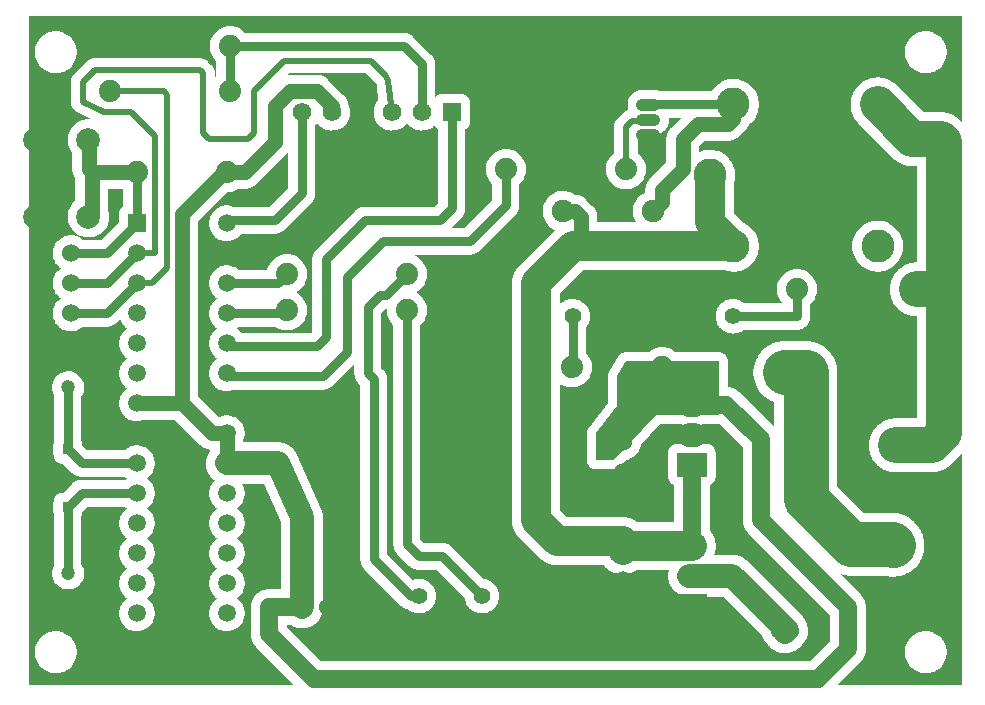
<source format=gbl>
G04 ---------------------------- Layer name :BOTTOM LAYER*
G04 EasyEDA v5.8.20, Sat, 24 Nov 2018 05:51:01 GMT*
G04 e67e47d913b1430cad7dbea7a16fc948*
G04 Gerber Generator version 0.2*
G04 Scale: 100 percent, Rotated: No, Reflected: No *
G04 Dimensions in inches *
G04 leading zeros omitted , absolute positions ,2 integer and 4 decimal *
%FSLAX24Y24*%
%MOIN*%
G90*
G70D02*

%ADD11C,0.059055*%
%ADD12R,0.059055X0.059055*%
%ADD13R,0.098425X0.078740*%
%ADD14C,0.074000*%
%ADD15R,0.035700X0.035700*%
%ADD16C,0.047000*%
%ADD17C,0.075000*%
%ADD18C,0.110000*%
%ADD19C,0.118110*%
%ADD20C,0.055120*%
%ADD21C,0.060000*%
%ADD22C,0.051181*%
%ADD23C,0.062000*%
%ADD24R,0.062000X0.062000*%
%ADD25C,0.078740*%
%ADD26C,0.039370*%
%ADD27C,0.030000*%
%ADD28C,0.050000*%
%ADD29C,0.020000*%
%ADD30C,0.080000*%
%ADD31C,0.150000*%
%ADD32C,0.120000*%
%ADD33C,0.100000*%

%LPD*%
G36*
G01X9451Y400D02*
G01X600Y400D01*
G01X600Y22700D01*
G01X31700Y22700D01*
G01X31700Y19172D01*
G01X31636Y19236D01*
G01X31627Y19245D01*
G01X31618Y19253D01*
G01X31609Y19262D01*
G01X31600Y19270D01*
G01X31591Y19278D01*
G01X31581Y19286D01*
G01X31572Y19294D01*
G01X31562Y19302D01*
G01X31552Y19310D01*
G01X31542Y19317D01*
G01X31533Y19325D01*
G01X31522Y19332D01*
G01X31512Y19339D01*
G01X31502Y19346D01*
G01X31492Y19353D01*
G01X31481Y19360D01*
G01X31471Y19366D01*
G01X31460Y19373D01*
G01X31450Y19379D01*
G01X31439Y19385D01*
G01X31428Y19391D01*
G01X31417Y19397D01*
G01X31406Y19403D01*
G01X31395Y19408D01*
G01X31384Y19413D01*
G01X31372Y19419D01*
G01X31361Y19424D01*
G01X31350Y19429D01*
G01X31338Y19433D01*
G01X31327Y19438D01*
G01X31315Y19442D01*
G01X31303Y19447D01*
G01X31292Y19451D01*
G01X31280Y19455D01*
G01X31268Y19458D01*
G01X31256Y19462D01*
G01X31244Y19466D01*
G01X31232Y19469D01*
G01X31220Y19472D01*
G01X31208Y19475D01*
G01X31196Y19478D01*
G01X31184Y19480D01*
G01X31172Y19483D01*
G01X31160Y19485D01*
G01X31148Y19487D01*
G01X31135Y19489D01*
G01X31123Y19491D01*
G01X31111Y19493D01*
G01X31099Y19494D01*
G01X31086Y19495D01*
G01X31074Y19496D01*
G01X31061Y19497D01*
G01X31049Y19498D01*
G01X31037Y19499D01*
G01X31024Y19499D01*
G01X31012Y19499D01*
G01X31000Y19500D01*
G01X30425Y19500D01*
G01X29527Y20398D01*
G01X29494Y20429D01*
G01X29460Y20458D01*
G01X29425Y20486D01*
G01X29388Y20511D01*
G01X29350Y20535D01*
G01X29311Y20557D01*
G01X29271Y20577D01*
G01X29230Y20595D01*
G01X29188Y20611D01*
G01X29145Y20625D01*
G01X29102Y20636D01*
G01X29058Y20646D01*
G01X29014Y20653D01*
G01X28969Y20658D01*
G01X28924Y20661D01*
G01X28879Y20661D01*
G01X28834Y20660D01*
G01X28790Y20656D01*
G01X28745Y20650D01*
G01X28701Y20641D01*
G01X28658Y20631D01*
G01X28615Y20618D01*
G01X28572Y20603D01*
G01X28531Y20586D01*
G01X28490Y20567D01*
G01X28450Y20546D01*
G01X28412Y20524D01*
G01X28374Y20499D01*
G01X28338Y20472D01*
G01X28303Y20444D01*
G01X28270Y20414D01*
G01X28238Y20382D01*
G01X28208Y20349D01*
G01X28180Y20314D01*
G01X28153Y20278D01*
G01X28128Y20240D01*
G01X28106Y20202D01*
G01X28085Y20162D01*
G01X28066Y20121D01*
G01X28049Y20080D01*
G01X28034Y20037D01*
G01X28021Y19994D01*
G01X28011Y19951D01*
G01X28002Y19907D01*
G01X27996Y19862D01*
G01X27992Y19818D01*
G01X27991Y19773D01*
G01X27991Y19728D01*
G01X27994Y19683D01*
G01X27999Y19638D01*
G01X28006Y19594D01*
G01X28016Y19550D01*
G01X28027Y19507D01*
G01X28041Y19464D01*
G01X28057Y19422D01*
G01X28075Y19381D01*
G01X28095Y19341D01*
G01X28117Y19302D01*
G01X28141Y19264D01*
G01X28166Y19227D01*
G01X28194Y19192D01*
G01X28223Y19158D01*
G01X28254Y19125D01*
G01X29416Y17963D01*
G01X29425Y17954D01*
G01X29434Y17946D01*
G01X29443Y17937D01*
G01X29452Y17929D01*
G01X29461Y17921D01*
G01X29471Y17913D01*
G01X29480Y17905D01*
G01X29490Y17897D01*
G01X29500Y17889D01*
G01X29510Y17882D01*
G01X29519Y17874D01*
G01X29530Y17867D01*
G01X29540Y17860D01*
G01X29550Y17853D01*
G01X29560Y17846D01*
G01X29571Y17839D01*
G01X29581Y17833D01*
G01X29592Y17826D01*
G01X29602Y17820D01*
G01X29613Y17814D01*
G01X29624Y17808D01*
G01X29635Y17802D01*
G01X29646Y17796D01*
G01X29657Y17791D01*
G01X29668Y17786D01*
G01X29680Y17780D01*
G01X29691Y17775D01*
G01X29702Y17770D01*
G01X29714Y17766D01*
G01X29725Y17761D01*
G01X29737Y17757D01*
G01X29749Y17752D01*
G01X29760Y17748D01*
G01X29772Y17744D01*
G01X29784Y17741D01*
G01X29796Y17737D01*
G01X29808Y17733D01*
G01X29820Y17730D01*
G01X29832Y17727D01*
G01X29844Y17724D01*
G01X29856Y17721D01*
G01X29868Y17719D01*
G01X29880Y17716D01*
G01X29892Y17714D01*
G01X29904Y17712D01*
G01X29917Y17710D01*
G01X29929Y17708D01*
G01X29941Y17706D01*
G01X29953Y17705D01*
G01X29966Y17704D01*
G01X29978Y17703D01*
G01X29991Y17702D01*
G01X30003Y17701D01*
G01X30015Y17700D01*
G01X30028Y17700D01*
G01X30040Y17700D01*
G01X30052Y17700D01*
G01X30200Y17700D01*
G01X30200Y14500D01*
G01X30155Y14498D01*
G01X30110Y14495D01*
G01X30065Y14489D01*
G01X30021Y14482D01*
G01X29977Y14472D01*
G01X29934Y14460D01*
G01X29892Y14445D01*
G01X29850Y14429D01*
G01X29809Y14410D01*
G01X29769Y14390D01*
G01X29730Y14367D01*
G01X29693Y14343D01*
G01X29656Y14317D01*
G01X29621Y14289D01*
G01X29587Y14259D01*
G01X29555Y14228D01*
G01X29525Y14195D01*
G01X29496Y14161D01*
G01X29469Y14125D01*
G01X29443Y14088D01*
G01X29420Y14050D01*
G01X29399Y14010D01*
G01X29379Y13970D01*
G01X29362Y13928D01*
G01X29346Y13886D01*
G01X29333Y13843D01*
G01X29322Y13800D01*
G01X29313Y13756D01*
G01X29306Y13711D01*
G01X29302Y13667D01*
G01X29300Y13622D01*
G01X29300Y13577D01*
G01X29302Y13532D01*
G01X29306Y13488D01*
G01X29313Y13443D01*
G01X29322Y13399D01*
G01X29333Y13356D01*
G01X29346Y13313D01*
G01X29362Y13271D01*
G01X29379Y13229D01*
G01X29399Y13189D01*
G01X29420Y13150D01*
G01X29443Y13111D01*
G01X29469Y13074D01*
G01X29496Y13038D01*
G01X29525Y13004D01*
G01X29555Y12971D01*
G01X29587Y12940D01*
G01X29621Y12910D01*
G01X29656Y12882D01*
G01X29693Y12856D01*
G01X29730Y12832D01*
G01X29769Y12809D01*
G01X29809Y12789D01*
G01X29850Y12770D01*
G01X29892Y12754D01*
G01X29934Y12739D01*
G01X29977Y12727D01*
G01X30021Y12717D01*
G01X30065Y12710D01*
G01X30110Y12704D01*
G01X30155Y12701D01*
G01X30200Y12700D01*
G01X30200Y9300D01*
G01X29500Y9300D01*
G01X29455Y9298D01*
G01X29410Y9295D01*
G01X29365Y9289D01*
G01X29321Y9282D01*
G01X29277Y9272D01*
G01X29234Y9260D01*
G01X29192Y9245D01*
G01X29150Y9229D01*
G01X29109Y9210D01*
G01X29069Y9190D01*
G01X29030Y9167D01*
G01X28993Y9143D01*
G01X28956Y9117D01*
G01X28921Y9089D01*
G01X28887Y9059D01*
G01X28855Y9028D01*
G01X28825Y8995D01*
G01X28796Y8961D01*
G01X28769Y8925D01*
G01X28743Y8888D01*
G01X28720Y8850D01*
G01X28699Y8810D01*
G01X28679Y8770D01*
G01X28662Y8728D01*
G01X28646Y8686D01*
G01X28633Y8643D01*
G01X28622Y8600D01*
G01X28613Y8556D01*
G01X28606Y8511D01*
G01X28602Y8467D01*
G01X28600Y8422D01*
G01X28600Y8377D01*
G01X28602Y8332D01*
G01X28606Y8288D01*
G01X28613Y8243D01*
G01X28622Y8199D01*
G01X28633Y8156D01*
G01X28646Y8113D01*
G01X28662Y8071D01*
G01X28679Y8029D01*
G01X28699Y7989D01*
G01X28720Y7950D01*
G01X28743Y7911D01*
G01X28769Y7874D01*
G01X28796Y7838D01*
G01X28825Y7804D01*
G01X28855Y7771D01*
G01X28887Y7740D01*
G01X28921Y7710D01*
G01X28956Y7682D01*
G01X28993Y7656D01*
G01X29030Y7632D01*
G01X29069Y7609D01*
G01X29109Y7589D01*
G01X29150Y7570D01*
G01X29192Y7554D01*
G01X29234Y7539D01*
G01X29277Y7527D01*
G01X29321Y7517D01*
G01X29365Y7510D01*
G01X29410Y7504D01*
G01X29455Y7501D01*
G01X29500Y7500D01*
G01X30700Y7500D01*
G01X30712Y7500D01*
G01X30724Y7500D01*
G01X30737Y7500D01*
G01X30749Y7501D01*
G01X30761Y7502D01*
G01X30774Y7503D01*
G01X30786Y7504D01*
G01X30799Y7505D01*
G01X30811Y7506D01*
G01X30823Y7508D01*
G01X30835Y7510D01*
G01X30848Y7512D01*
G01X30860Y7514D01*
G01X30872Y7516D01*
G01X30884Y7519D01*
G01X30896Y7521D01*
G01X30908Y7524D01*
G01X30920Y7527D01*
G01X30932Y7530D01*
G01X30944Y7533D01*
G01X30956Y7537D01*
G01X30968Y7541D01*
G01X30980Y7544D01*
G01X30992Y7548D01*
G01X31003Y7552D01*
G01X31015Y7557D01*
G01X31027Y7561D01*
G01X31038Y7566D01*
G01X31050Y7570D01*
G01X31061Y7575D01*
G01X31072Y7580D01*
G01X31084Y7586D01*
G01X31095Y7591D01*
G01X31106Y7596D01*
G01X31117Y7602D01*
G01X31128Y7608D01*
G01X31139Y7614D01*
G01X31150Y7620D01*
G01X31160Y7626D01*
G01X31171Y7633D01*
G01X31181Y7639D01*
G01X31192Y7646D01*
G01X31202Y7653D01*
G01X31212Y7660D01*
G01X31222Y7667D01*
G01X31233Y7674D01*
G01X31242Y7682D01*
G01X31252Y7689D01*
G01X31262Y7697D01*
G01X31272Y7705D01*
G01X31281Y7713D01*
G01X31291Y7721D01*
G01X31300Y7729D01*
G01X31309Y7737D01*
G01X31318Y7746D01*
G01X31327Y7754D01*
G01X31336Y7763D01*
G01X31700Y8127D01*
G01X31700Y400D01*
G01X27548Y400D01*
G01X28324Y1175D01*
G01X28331Y1182D01*
G01X28338Y1190D01*
G01X28344Y1197D01*
G01X28351Y1205D01*
G01X28358Y1212D01*
G01X28364Y1220D01*
G01X28370Y1228D01*
G01X28377Y1236D01*
G01X28383Y1244D01*
G01X28388Y1252D01*
G01X28394Y1260D01*
G01X28400Y1268D01*
G01X28405Y1277D01*
G01X28411Y1285D01*
G01X28416Y1294D01*
G01X28421Y1302D01*
G01X28426Y1311D01*
G01X28430Y1320D01*
G01X28435Y1329D01*
G01X28439Y1338D01*
G01X28444Y1347D01*
G01X28448Y1356D01*
G01X28452Y1365D01*
G01X28456Y1375D01*
G01X28459Y1384D01*
G01X28463Y1393D01*
G01X28466Y1403D01*
G01X28470Y1412D01*
G01X28473Y1422D01*
G01X28475Y1431D01*
G01X28478Y1441D01*
G01X28481Y1451D01*
G01X28483Y1460D01*
G01X28485Y1470D01*
G01X28487Y1480D01*
G01X28489Y1490D01*
G01X28491Y1500D01*
G01X28493Y1510D01*
G01X28494Y1520D01*
G01X28495Y1529D01*
G01X28496Y1539D01*
G01X28497Y1549D01*
G01X28498Y1559D01*
G01X28499Y1569D01*
G01X28499Y1579D01*
G01X28499Y1589D01*
G01X28500Y1600D01*
G01X28500Y3000D01*
G01X28499Y3010D01*
G01X28499Y3020D01*
G01X28499Y3030D01*
G01X28498Y3040D01*
G01X28497Y3050D01*
G01X28496Y3060D01*
G01X28495Y3070D01*
G01X28494Y3079D01*
G01X28493Y3089D01*
G01X28491Y3099D01*
G01X28489Y3109D01*
G01X28487Y3119D01*
G01X28485Y3129D01*
G01X28483Y3139D01*
G01X28481Y3148D01*
G01X28478Y3158D01*
G01X28475Y3168D01*
G01X28473Y3177D01*
G01X28470Y3187D01*
G01X28466Y3196D01*
G01X28463Y3206D01*
G01X28459Y3215D01*
G01X28456Y3224D01*
G01X28452Y3234D01*
G01X28448Y3243D01*
G01X28444Y3252D01*
G01X28439Y3261D01*
G01X28435Y3270D01*
G01X28430Y3279D01*
G01X28426Y3288D01*
G01X28421Y3297D01*
G01X28416Y3305D01*
G01X28411Y3314D01*
G01X28405Y3322D01*
G01X28400Y3331D01*
G01X28394Y3339D01*
G01X28388Y3347D01*
G01X28383Y3355D01*
G01X28377Y3363D01*
G01X28370Y3371D01*
G01X28364Y3379D01*
G01X28358Y3387D01*
G01X28351Y3394D01*
G01X28344Y3402D01*
G01X28338Y3409D01*
G01X28331Y3417D01*
G01X28324Y3424D01*
G01X27631Y4116D01*
G01X27635Y4115D01*
G01X27647Y4110D01*
G01X27660Y4106D01*
G01X27672Y4102D01*
G01X27685Y4098D01*
G01X27698Y4094D01*
G01X27711Y4090D01*
G01X27723Y4086D01*
G01X27736Y4083D01*
G01X27749Y4080D01*
G01X27762Y4077D01*
G01X27775Y4074D01*
G01X27788Y4071D01*
G01X27801Y4068D01*
G01X27814Y4066D01*
G01X27827Y4064D01*
G01X27840Y4062D01*
G01X27854Y4060D01*
G01X27867Y4058D01*
G01X27880Y4056D01*
G01X27893Y4055D01*
G01X27907Y4054D01*
G01X27920Y4053D01*
G01X27933Y4052D01*
G01X27946Y4051D01*
G01X27960Y4050D01*
G01X27973Y4050D01*
G01X27986Y4050D01*
G01X28000Y4050D01*
G01X29143Y4050D01*
G01X29153Y4047D01*
G01X29204Y4036D01*
G01X29256Y4027D01*
G01X29308Y4021D01*
G01X29360Y4018D01*
G01X29413Y4018D01*
G01X29465Y4020D01*
G01X29517Y4024D01*
G01X29569Y4031D01*
G01X29620Y4041D01*
G01X29671Y4053D01*
G01X29721Y4068D01*
G01X29771Y4085D01*
G01X29819Y4105D01*
G01X29867Y4127D01*
G01X29913Y4152D01*
G01X29958Y4178D01*
G01X30002Y4207D01*
G01X30044Y4238D01*
G01X30084Y4272D01*
G01X30123Y4307D01*
G01X30160Y4344D01*
G01X30195Y4383D01*
G01X30229Y4423D01*
G01X30260Y4465D01*
G01X30289Y4509D01*
G01X30315Y4554D01*
G01X30340Y4600D01*
G01X30362Y4648D01*
G01X30382Y4696D01*
G01X30399Y4746D01*
G01X30414Y4796D01*
G01X30426Y4847D01*
G01X30436Y4898D01*
G01X30443Y4950D01*
G01X30447Y5002D01*
G01X30449Y5054D01*
G01X30449Y5107D01*
G01X30446Y5159D01*
G01X30440Y5211D01*
G01X30431Y5263D01*
G01X30420Y5314D01*
G01X30407Y5364D01*
G01X30391Y5414D01*
G01X30372Y5463D01*
G01X30351Y5511D01*
G01X30328Y5558D01*
G01X30302Y5604D01*
G01X30274Y5648D01*
G01X30244Y5691D01*
G01X30212Y5732D01*
G01X30178Y5772D01*
G01X30142Y5810D01*
G01X30110Y5842D01*
G01X30101Y5851D01*
G01X30091Y5861D01*
G01X30081Y5870D01*
G01X30071Y5879D01*
G01X30061Y5887D01*
G01X30051Y5896D01*
G01X30041Y5905D01*
G01X30031Y5913D01*
G01X30021Y5922D01*
G01X30010Y5930D01*
G01X30000Y5938D01*
G01X29989Y5946D01*
G01X29978Y5954D01*
G01X29967Y5961D01*
G01X29956Y5969D01*
G01X29945Y5976D01*
G01X29934Y5983D01*
G01X29923Y5991D01*
G01X29912Y5998D01*
G01X29900Y6004D01*
G01X29889Y6011D01*
G01X29877Y6018D01*
G01X29865Y6024D01*
G01X29854Y6030D01*
G01X29842Y6036D01*
G01X29830Y6042D01*
G01X29818Y6048D01*
G01X29806Y6054D01*
G01X29794Y6059D01*
G01X29782Y6064D01*
G01X29769Y6070D01*
G01X29757Y6075D01*
G01X29745Y6079D01*
G01X29732Y6084D01*
G01X29720Y6089D01*
G01X29707Y6093D01*
G01X29694Y6097D01*
G01X29682Y6101D01*
G01X29669Y6105D01*
G01X29656Y6109D01*
G01X29644Y6113D01*
G01X29631Y6116D01*
G01X29618Y6119D01*
G01X29605Y6122D01*
G01X29592Y6125D01*
G01X29579Y6128D01*
G01X29566Y6131D01*
G01X29553Y6133D01*
G01X29540Y6135D01*
G01X29527Y6137D01*
G01X29513Y6139D01*
G01X29500Y6141D01*
G01X29487Y6143D01*
G01X29474Y6144D01*
G01X29460Y6145D01*
G01X29447Y6146D01*
G01X29434Y6147D01*
G01X29421Y6148D01*
G01X29407Y6149D01*
G01X29394Y6149D01*
G01X29381Y6149D01*
G01X29368Y6150D01*
G01X28434Y6150D01*
G01X27550Y7034D01*
G01X27550Y10826D01*
G01X27549Y10853D01*
G01X27548Y10879D01*
G01X27547Y10905D01*
G01X27544Y10931D01*
G01X27541Y10957D01*
G01X27538Y10983D01*
G01X27534Y11009D01*
G01X27529Y11035D01*
G01X27523Y11060D01*
G01X27517Y11086D01*
G01X27510Y11111D01*
G01X27503Y11136D01*
G01X27495Y11161D01*
G01X27486Y11186D01*
G01X27477Y11210D01*
G01X27467Y11234D01*
G01X27457Y11258D01*
G01X27446Y11282D01*
G01X27434Y11306D01*
G01X27422Y11329D01*
G01X27409Y11351D01*
G01X27395Y11374D01*
G01X27382Y11396D01*
G01X27367Y11418D01*
G01X27352Y11439D01*
G01X27336Y11460D01*
G01X27320Y11481D01*
G01X27304Y11501D01*
G01X27287Y11521D01*
G01X27269Y11541D01*
G01X27251Y11560D01*
G01X27233Y11578D01*
G01X27214Y11596D01*
G01X27194Y11614D01*
G01X27174Y11631D01*
G01X27154Y11647D01*
G01X27133Y11663D01*
G01X27112Y11679D01*
G01X27091Y11694D01*
G01X27069Y11709D01*
G01X27047Y11722D01*
G01X27025Y11736D01*
G01X27002Y11749D01*
G01X26979Y11761D01*
G01X26955Y11773D01*
G01X26931Y11784D01*
G01X26907Y11794D01*
G01X26883Y11804D01*
G01X26859Y11813D01*
G01X26834Y11822D01*
G01X26809Y11830D01*
G01X26784Y11837D01*
G01X26759Y11844D01*
G01X26733Y11850D01*
G01X26708Y11856D01*
G01X26682Y11861D01*
G01X26656Y11865D01*
G01X26630Y11868D01*
G01X26604Y11871D01*
G01X26578Y11874D01*
G01X26552Y11875D01*
G01X26526Y11876D01*
G01X26500Y11876D01*
G01X25801Y11876D01*
G01X25748Y11875D01*
G01X25696Y11871D01*
G01X25644Y11865D01*
G01X25592Y11856D01*
G01X25541Y11844D01*
G01X25491Y11830D01*
G01X25441Y11813D01*
G01X25393Y11794D01*
G01X25345Y11773D01*
G01X25298Y11749D01*
G01X25253Y11722D01*
G01X25209Y11694D01*
G01X25167Y11663D01*
G01X25126Y11631D01*
G01X25086Y11596D01*
G01X25049Y11560D01*
G01X25013Y11521D01*
G01X24980Y11481D01*
G01X24948Y11439D01*
G01X24918Y11396D01*
G01X24891Y11351D01*
G01X24866Y11306D01*
G01X24843Y11258D01*
G01X24823Y11210D01*
G01X24805Y11161D01*
G01X24790Y11111D01*
G01X24777Y11060D01*
G01X24766Y11009D01*
G01X24759Y10957D01*
G01X24753Y10905D01*
G01X24751Y10853D01*
G01X24751Y10800D01*
G01X24753Y10748D01*
G01X24759Y10696D01*
G01X24766Y10644D01*
G01X24777Y10593D01*
G01X24790Y10542D01*
G01X24805Y10492D01*
G01X24823Y10443D01*
G01X24843Y10395D01*
G01X24866Y10347D01*
G01X24891Y10301D01*
G01X24918Y10257D01*
G01X24948Y10214D01*
G01X24980Y10172D01*
G01X25013Y10132D01*
G01X25049Y10093D01*
G01X25086Y10057D01*
G01X25126Y10022D01*
G01X25167Y9990D01*
G01X25209Y9959D01*
G01X25253Y9931D01*
G01X25298Y9904D01*
G01X25345Y9880D01*
G01X25393Y9859D01*
G01X25441Y9840D01*
G01X25450Y9837D01*
G01X25450Y8996D01*
G01X25444Y9002D01*
G01X25438Y9009D01*
G01X25431Y9017D01*
G01X25424Y9024D01*
G01X24274Y10174D01*
G01X24267Y10181D01*
G01X24259Y10188D01*
G01X24252Y10194D01*
G01X24244Y10201D01*
G01X24237Y10208D01*
G01X24229Y10214D01*
G01X24221Y10220D01*
G01X24213Y10227D01*
G01X24205Y10233D01*
G01X24197Y10238D01*
G01X24189Y10244D01*
G01X24181Y10250D01*
G01X24172Y10255D01*
G01X24164Y10261D01*
G01X24155Y10266D01*
G01X24147Y10271D01*
G01X24138Y10276D01*
G01X24129Y10280D01*
G01X24120Y10285D01*
G01X24111Y10289D01*
G01X24102Y10294D01*
G01X24093Y10298D01*
G01X24084Y10302D01*
G01X24074Y10306D01*
G01X24065Y10309D01*
G01X24056Y10313D01*
G01X24046Y10316D01*
G01X24037Y10320D01*
G01X24027Y10323D01*
G01X24018Y10325D01*
G01X24008Y10328D01*
G01X23998Y10331D01*
G01X23989Y10333D01*
G01X23979Y10335D01*
G01X23969Y10337D01*
G01X23959Y10339D01*
G01X23949Y10341D01*
G01X23939Y10343D01*
G01X23929Y10344D01*
G01X23920Y10345D01*
G01X23910Y10346D01*
G01X23900Y10347D01*
G01X23900Y10347D01*
G01X23900Y11200D01*
G01X23899Y11207D01*
G01X23899Y11214D01*
G01X23899Y11222D01*
G01X23898Y11229D01*
G01X23897Y11237D01*
G01X23896Y11244D01*
G01X23895Y11252D01*
G01X23894Y11259D01*
G01X23892Y11266D01*
G01X23890Y11274D01*
G01X23888Y11281D01*
G01X23886Y11288D01*
G01X23884Y11295D01*
G01X23881Y11302D01*
G01X23879Y11309D01*
G01X23876Y11316D01*
G01X23873Y11323D01*
G01X23870Y11330D01*
G01X23866Y11336D01*
G01X23863Y11343D01*
G01X23859Y11350D01*
G01X23855Y11356D01*
G01X23852Y11362D01*
G01X23847Y11369D01*
G01X23843Y11375D01*
G01X23839Y11381D01*
G01X23834Y11387D01*
G01X23829Y11392D01*
G01X23824Y11398D01*
G01X23819Y11404D01*
G01X23814Y11409D01*
G01X23809Y11414D01*
G01X23804Y11419D01*
G01X23798Y11424D01*
G01X23792Y11429D01*
G01X23787Y11434D01*
G01X23781Y11439D01*
G01X23775Y11443D01*
G01X23768Y11447D01*
G01X23762Y11452D01*
G01X23756Y11455D01*
G01X23750Y11459D01*
G01X23743Y11463D01*
G01X23736Y11466D01*
G01X23730Y11470D01*
G01X23723Y11473D01*
G01X23716Y11476D01*
G01X23709Y11479D01*
G01X23702Y11481D01*
G01X23695Y11484D01*
G01X23688Y11486D01*
G01X23681Y11488D01*
G01X23674Y11490D01*
G01X23666Y11492D01*
G01X23659Y11494D01*
G01X23652Y11495D01*
G01X23644Y11496D01*
G01X23637Y11497D01*
G01X23629Y11498D01*
G01X23622Y11499D01*
G01X23614Y11499D01*
G01X23607Y11499D01*
G01X23600Y11500D01*
G01X22146Y11500D01*
G01X22118Y11524D01*
G01X22064Y11563D01*
G01X22006Y11597D01*
G01X21945Y11624D01*
G01X21881Y11645D01*
G01X21816Y11660D01*
G01X21750Y11669D01*
G01X21683Y11670D01*
G01X21616Y11665D01*
G01X21550Y11654D01*
G01X21486Y11636D01*
G01X21424Y11611D01*
G01X21364Y11581D01*
G01X21308Y11544D01*
G01X21256Y11503D01*
G01X21252Y11500D01*
G01X20500Y11500D01*
G01X20492Y11499D01*
G01X20485Y11499D01*
G01X20478Y11499D01*
G01X20471Y11498D01*
G01X20464Y11497D01*
G01X20457Y11496D01*
G01X20449Y11495D01*
G01X20442Y11494D01*
G01X20435Y11493D01*
G01X20428Y11491D01*
G01X20421Y11489D01*
G01X20414Y11487D01*
G01X20408Y11485D01*
G01X20401Y11483D01*
G01X20394Y11480D01*
G01X20387Y11478D01*
G01X20381Y11475D01*
G01X20374Y11472D01*
G01X20368Y11469D01*
G01X20361Y11466D01*
G01X20355Y11462D01*
G01X20349Y11459D01*
G01X20342Y11455D01*
G01X20336Y11451D01*
G01X20330Y11447D01*
G01X20324Y11443D01*
G01X20319Y11439D01*
G01X20313Y11434D01*
G01X20307Y11430D01*
G01X20302Y11425D01*
G01X20297Y11420D01*
G01X20291Y11416D01*
G01X20286Y11410D01*
G01X20281Y11405D01*
G01X20276Y11400D01*
G01X20272Y11395D01*
G01X20267Y11389D01*
G01X20263Y11383D01*
G01X20258Y11378D01*
G01X20254Y11372D01*
G01X20250Y11366D01*
G01X20246Y11360D01*
G01X20242Y11354D01*
G01X19942Y10854D01*
G01X19939Y10847D01*
G01X19935Y10841D01*
G01X19932Y10834D01*
G01X19928Y10828D01*
G01X19925Y10821D01*
G01X19922Y10814D01*
G01X19920Y10808D01*
G01X19917Y10801D01*
G01X19915Y10794D01*
G01X19912Y10787D01*
G01X19910Y10780D01*
G01X19909Y10772D01*
G01X19907Y10765D01*
G01X19905Y10758D01*
G01X19904Y10751D01*
G01X19903Y10744D01*
G01X19902Y10736D01*
G01X19901Y10729D01*
G01X19900Y10722D01*
G01X19900Y10714D01*
G01X19900Y10707D01*
G01X19900Y10700D01*
G01X19900Y9802D01*
G01X19263Y8984D01*
G01X19258Y8978D01*
G01X19254Y8972D01*
G01X19250Y8966D01*
G01X19246Y8960D01*
G01X19242Y8953D01*
G01X19238Y8947D01*
G01X19235Y8941D01*
G01X19231Y8934D01*
G01X19228Y8927D01*
G01X19225Y8921D01*
G01X19222Y8914D01*
G01X19219Y8907D01*
G01X19217Y8900D01*
G01X19215Y8893D01*
G01X19212Y8886D01*
G01X19210Y8879D01*
G01X19208Y8872D01*
G01X19207Y8865D01*
G01X19205Y8858D01*
G01X19204Y8851D01*
G01X19203Y8843D01*
G01X19202Y8836D01*
G01X19201Y8829D01*
G01X19200Y8822D01*
G01X19200Y8814D01*
G01X19200Y8807D01*
G01X19200Y8800D01*
G01X19200Y7900D01*
G01X19200Y7892D01*
G01X19200Y7885D01*
G01X19200Y7877D01*
G01X19201Y7870D01*
G01X19202Y7862D01*
G01X19203Y7855D01*
G01X19204Y7847D01*
G01X19205Y7840D01*
G01X19207Y7833D01*
G01X19209Y7825D01*
G01X19211Y7818D01*
G01X19213Y7811D01*
G01X19215Y7804D01*
G01X19218Y7797D01*
G01X19220Y7790D01*
G01X19223Y7783D01*
G01X19226Y7776D01*
G01X19229Y7769D01*
G01X19233Y7763D01*
G01X19236Y7756D01*
G01X19240Y7750D01*
G01X19244Y7743D01*
G01X19247Y7737D01*
G01X19252Y7730D01*
G01X19256Y7724D01*
G01X19260Y7718D01*
G01X19265Y7712D01*
G01X19270Y7707D01*
G01X19275Y7701D01*
G01X19280Y7695D01*
G01X19285Y7690D01*
G01X19290Y7685D01*
G01X19295Y7680D01*
G01X19301Y7675D01*
G01X19307Y7670D01*
G01X19312Y7665D01*
G01X19318Y7660D01*
G01X19324Y7656D01*
G01X19331Y7652D01*
G01X19337Y7647D01*
G01X19343Y7644D01*
G01X19350Y7640D01*
G01X19356Y7636D01*
G01X19363Y7633D01*
G01X19369Y7629D01*
G01X19376Y7626D01*
G01X19383Y7623D01*
G01X19390Y7620D01*
G01X19397Y7618D01*
G01X19404Y7615D01*
G01X19411Y7613D01*
G01X19418Y7611D01*
G01X19425Y7609D01*
G01X19433Y7607D01*
G01X19440Y7605D01*
G01X19447Y7604D01*
G01X19455Y7603D01*
G01X19462Y7602D01*
G01X19470Y7601D01*
G01X19477Y7600D01*
G01X19485Y7600D01*
G01X19492Y7600D01*
G01X19500Y7600D01*
G01X20100Y7600D01*
G01X20107Y7600D01*
G01X20114Y7600D01*
G01X20121Y7600D01*
G01X20128Y7601D01*
G01X20136Y7602D01*
G01X20143Y7603D01*
G01X20150Y7604D01*
G01X20157Y7605D01*
G01X20164Y7607D01*
G01X20171Y7608D01*
G01X20178Y7610D01*
G01X20185Y7612D01*
G01X20192Y7614D01*
G01X20199Y7616D01*
G01X20206Y7619D01*
G01X20212Y7622D01*
G01X20219Y7624D01*
G01X20226Y7627D01*
G01X20232Y7630D01*
G01X20239Y7634D01*
G01X20245Y7637D01*
G01X20251Y7641D01*
G01X20257Y7644D01*
G01X20264Y7648D01*
G01X20270Y7652D01*
G01X20276Y7657D01*
G01X20281Y7661D01*
G01X20287Y7665D01*
G01X20293Y7670D01*
G01X20298Y7675D01*
G01X20303Y7679D01*
G01X20309Y7684D01*
G01X20314Y7690D01*
G01X20319Y7695D01*
G01X20521Y7912D01*
G01X20562Y7921D01*
G01X20619Y7940D01*
G01X20674Y7965D01*
G01X20726Y7995D01*
G01X20774Y8030D01*
G01X20819Y8069D01*
G01X20860Y8113D01*
G01X20896Y8161D01*
G01X20927Y8212D01*
G01X20953Y8266D01*
G01X20974Y8322D01*
G01X20989Y8380D01*
G01X20994Y8419D01*
G01X21630Y9100D01*
G01X22359Y9100D01*
G01X22371Y9095D01*
G01X22390Y9089D01*
G01X22404Y9085D01*
G01X22423Y9079D01*
G01X22438Y9075D01*
G01X22457Y9071D01*
G01X22471Y9068D01*
G01X22491Y9065D01*
G01X22506Y9063D01*
G01X22525Y9060D01*
G01X22540Y9059D01*
G01X22559Y9057D01*
G01X22574Y9056D01*
G01X22594Y9056D01*
G01X22602Y9056D01*
G01X22797Y9056D01*
G01X22805Y9056D01*
G01X22825Y9056D01*
G01X22840Y9057D01*
G01X22859Y9059D01*
G01X22874Y9060D01*
G01X22893Y9063D01*
G01X22908Y9065D01*
G01X22928Y9068D01*
G01X22942Y9071D01*
G01X22961Y9075D01*
G01X22976Y9079D01*
G01X22995Y9085D01*
G01X23009Y9089D01*
G01X23028Y9095D01*
G01X23040Y9100D01*
G01X23600Y9100D01*
G01X23607Y9100D01*
G01X23614Y9100D01*
G01X23622Y9100D01*
G01X23629Y9101D01*
G01X23637Y9102D01*
G01X23644Y9103D01*
G01X23647Y9103D01*
G01X24400Y8351D01*
G01X24400Y5900D01*
G01X24400Y5889D01*
G01X24400Y5879D01*
G01X24400Y5869D01*
G01X24401Y5859D01*
G01X24402Y5849D01*
G01X24403Y5839D01*
G01X24404Y5829D01*
G01X24405Y5820D01*
G01X24406Y5810D01*
G01X24408Y5800D01*
G01X24410Y5790D01*
G01X24412Y5780D01*
G01X24414Y5770D01*
G01X24416Y5760D01*
G01X24418Y5751D01*
G01X24421Y5741D01*
G01X24424Y5731D01*
G01X24426Y5722D01*
G01X24429Y5712D01*
G01X24433Y5703D01*
G01X24436Y5693D01*
G01X24440Y5684D01*
G01X24443Y5675D01*
G01X24447Y5665D01*
G01X24451Y5656D01*
G01X24455Y5647D01*
G01X24460Y5638D01*
G01X24464Y5629D01*
G01X24469Y5620D01*
G01X24473Y5611D01*
G01X24478Y5602D01*
G01X24483Y5594D01*
G01X24488Y5585D01*
G01X24494Y5577D01*
G01X24499Y5568D01*
G01X24505Y5560D01*
G01X24511Y5552D01*
G01X24516Y5544D01*
G01X24522Y5536D01*
G01X24529Y5528D01*
G01X24535Y5520D01*
G01X24541Y5512D01*
G01X24548Y5505D01*
G01X24555Y5497D01*
G01X24561Y5490D01*
G01X24568Y5482D01*
G01X24575Y5475D01*
G01X27300Y2751D01*
G01X27300Y1848D01*
G01X26651Y1200D01*
G01X10348Y1200D01*
G01X9200Y2348D01*
G01X9200Y2400D01*
G01X9345Y2400D01*
G01X9356Y2393D01*
G01X9386Y2377D01*
G01X9418Y2361D01*
G01X9450Y2348D01*
G01X9483Y2336D01*
G01X9516Y2326D01*
G01X9550Y2317D01*
G01X9584Y2310D01*
G01X9618Y2305D01*
G01X9653Y2301D01*
G01X9688Y2300D01*
G01X9723Y2300D01*
G01X9758Y2301D01*
G01X9793Y2305D01*
G01X9827Y2310D01*
G01X9861Y2317D01*
G01X9895Y2326D01*
G01X9928Y2336D01*
G01X9961Y2348D01*
G01X9993Y2361D01*
G01X10025Y2377D01*
G01X10056Y2393D01*
G01X10085Y2411D01*
G01X10114Y2431D01*
G01X10142Y2452D01*
G01X10169Y2475D01*
G01X10194Y2498D01*
G01X10219Y2523D01*
G01X10242Y2550D01*
G01X10263Y2577D01*
G01X10284Y2605D01*
G01X10303Y2634D01*
G01X10320Y2665D01*
G01X10336Y2696D01*
G01X10351Y2728D01*
G01X10363Y2760D01*
G01X10374Y2793D01*
G01X10384Y2827D01*
G01X10392Y2861D01*
G01X10398Y2895D01*
G01X10402Y2930D01*
G01X10405Y2965D01*
G01X10406Y3000D01*
G01X10406Y5994D01*
G01X10405Y6005D01*
G01X10405Y6016D01*
G01X10405Y6027D01*
G01X10404Y6039D01*
G01X10403Y6050D01*
G01X10402Y6061D01*
G01X10401Y6072D01*
G01X10400Y6084D01*
G01X10398Y6095D01*
G01X10396Y6106D01*
G01X10394Y6117D01*
G01X10392Y6128D01*
G01X10390Y6139D01*
G01X10388Y6150D01*
G01X10385Y6161D01*
G01X10382Y6172D01*
G01X10379Y6183D01*
G01X10376Y6194D01*
G01X10373Y6205D01*
G01X10369Y6216D01*
G01X10366Y6226D01*
G01X10362Y6237D01*
G01X10358Y6248D01*
G01X10354Y6258D01*
G01X10349Y6268D01*
G01X10345Y6279D01*
G01X9539Y8085D01*
G01X9533Y8096D01*
G01X9528Y8108D01*
G01X9522Y8119D01*
G01X9516Y8131D01*
G01X9510Y8142D01*
G01X9504Y8153D01*
G01X9497Y8164D01*
G01X9490Y8175D01*
G01X9483Y8186D01*
G01X9476Y8196D01*
G01X9469Y8207D01*
G01X9461Y8217D01*
G01X9454Y8227D01*
G01X9446Y8237D01*
G01X9438Y8247D01*
G01X9429Y8257D01*
G01X9421Y8267D01*
G01X9412Y8276D01*
G01X9404Y8285D01*
G01X9395Y8294D01*
G01X9385Y8303D01*
G01X9376Y8312D01*
G01X9367Y8321D01*
G01X9357Y8329D01*
G01X9347Y8337D01*
G01X9337Y8346D01*
G01X9327Y8353D01*
G01X9317Y8361D01*
G01X9307Y8369D01*
G01X9296Y8376D01*
G01X9286Y8383D01*
G01X9275Y8390D01*
G01X9264Y8397D01*
G01X9253Y8404D01*
G01X9242Y8410D01*
G01X9231Y8416D01*
G01X9220Y8422D01*
G01X9208Y8428D01*
G01X9197Y8433D01*
G01X9185Y8439D01*
G01X9173Y8444D01*
G01X9162Y8449D01*
G01X9150Y8453D01*
G01X9138Y8458D01*
G01X9126Y8462D01*
G01X9113Y8466D01*
G01X9101Y8470D01*
G01X9089Y8473D01*
G01X9077Y8477D01*
G01X9064Y8480D01*
G01X9052Y8483D01*
G01X9039Y8485D01*
G01X9027Y8488D01*
G01X9014Y8490D01*
G01X9001Y8492D01*
G01X8989Y8494D01*
G01X8976Y8495D01*
G01X8963Y8497D01*
G01X8951Y8498D01*
G01X8938Y8498D01*
G01X8925Y8499D01*
G01X8912Y8499D01*
G01X8900Y8500D01*
G01X7750Y8500D01*
G01X7750Y8569D01*
G01X7769Y8624D01*
G01X7784Y8681D01*
G01X7793Y8740D01*
G01X7796Y8800D01*
G01X7793Y8859D01*
G01X7784Y8918D01*
G01X7769Y8975D01*
G01X7749Y9031D01*
G01X7723Y9085D01*
G01X7692Y9135D01*
G01X7656Y9183D01*
G01X7616Y9226D01*
G01X7571Y9266D01*
G01X7523Y9300D01*
G01X7472Y9330D01*
G01X7417Y9355D01*
G01X7361Y9373D01*
G01X7303Y9387D01*
G01X7244Y9394D01*
G01X7185Y9396D01*
G01X7125Y9391D01*
G01X7067Y9381D01*
G01X7010Y9365D01*
G01X6971Y9350D01*
G01X6927Y9350D01*
G01X6250Y10027D01*
G01X6250Y15872D01*
G01X7207Y16829D01*
G01X7250Y16830D01*
G01X7316Y16839D01*
G01X7381Y16854D01*
G01X7445Y16875D01*
G01X7506Y16902D01*
G01X7564Y16936D01*
G01X7583Y16950D01*
G01X7800Y16950D01*
G01X7809Y16950D01*
G01X7819Y16950D01*
G01X7828Y16950D01*
G01X7838Y16951D01*
G01X7847Y16952D01*
G01X7857Y16953D01*
G01X7867Y16954D01*
G01X7876Y16955D01*
G01X7886Y16956D01*
G01X7895Y16958D01*
G01X7904Y16960D01*
G01X7914Y16962D01*
G01X7923Y16964D01*
G01X7933Y16966D01*
G01X7942Y16968D01*
G01X7951Y16971D01*
G01X7960Y16974D01*
G01X7969Y16976D01*
G01X7979Y16979D01*
G01X7988Y16983D01*
G01X7997Y16986D01*
G01X8006Y16990D01*
G01X8014Y16993D01*
G01X8023Y16997D01*
G01X8032Y17001D01*
G01X8041Y17005D01*
G01X8049Y17009D01*
G01X8058Y17014D01*
G01X8066Y17018D01*
G01X8075Y17023D01*
G01X8083Y17028D01*
G01X8091Y17033D01*
G01X8099Y17038D01*
G01X8107Y17044D01*
G01X8115Y17049D01*
G01X8123Y17055D01*
G01X8131Y17060D01*
G01X8138Y17066D01*
G01X8146Y17072D01*
G01X8153Y17078D01*
G01X8160Y17084D01*
G01X8168Y17091D01*
G01X8175Y17097D01*
G01X8182Y17104D01*
G01X8188Y17111D01*
G01X9188Y18111D01*
G01X9195Y18117D01*
G01X9202Y18124D01*
G01X9208Y18131D01*
G01X9215Y18139D01*
G01X9221Y18146D01*
G01X9227Y18153D01*
G01X9233Y18161D01*
G01X9239Y18169D01*
G01X9244Y18176D01*
G01X9250Y18183D01*
G01X9250Y16986D01*
G01X8613Y16350D01*
G01X7429Y16350D01*
G01X7417Y16355D01*
G01X7361Y16373D01*
G01X7303Y16387D01*
G01X7244Y16394D01*
G01X7185Y16396D01*
G01X7125Y16391D01*
G01X7067Y16381D01*
G01X7010Y16365D01*
G01X6954Y16343D01*
G01X6901Y16316D01*
G01X6851Y16284D01*
G01X6805Y16247D01*
G01X6762Y16205D01*
G01X6724Y16160D01*
G01X6691Y16110D01*
G01X6662Y16058D01*
G01X6639Y16003D01*
G01X6622Y15947D01*
G01X6610Y15888D01*
G01X6604Y15829D01*
G01X6604Y15770D01*
G01X6610Y15711D01*
G01X6622Y15652D01*
G01X6639Y15596D01*
G01X6662Y15541D01*
G01X6691Y15489D01*
G01X6724Y15439D01*
G01X6762Y15394D01*
G01X6805Y15352D01*
G01X6851Y15315D01*
G01X6901Y15283D01*
G01X6954Y15256D01*
G01X7010Y15234D01*
G01X7067Y15218D01*
G01X7125Y15208D01*
G01X7185Y15203D01*
G01X7244Y15205D01*
G01X7303Y15212D01*
G01X7361Y15226D01*
G01X7417Y15244D01*
G01X7472Y15269D01*
G01X7523Y15299D01*
G01X7571Y15333D01*
G01X7616Y15373D01*
G01X7656Y15416D01*
G01X7681Y15450D01*
G01X8800Y15450D01*
G01X8808Y15450D01*
G01X8817Y15450D01*
G01X8826Y15450D01*
G01X8835Y15451D01*
G01X8844Y15452D01*
G01X8852Y15453D01*
G01X8861Y15454D01*
G01X8870Y15455D01*
G01X8879Y15457D01*
G01X8887Y15458D01*
G01X8896Y15460D01*
G01X8905Y15462D01*
G01X8913Y15464D01*
G01X8922Y15466D01*
G01X8930Y15469D01*
G01X8939Y15472D01*
G01X8947Y15474D01*
G01X8955Y15477D01*
G01X8964Y15480D01*
G01X8972Y15484D01*
G01X8980Y15487D01*
G01X8988Y15491D01*
G01X8996Y15495D01*
G01X9004Y15499D01*
G01X9012Y15503D01*
G01X9019Y15507D01*
G01X9027Y15511D01*
G01X9035Y15516D01*
G01X9042Y15521D01*
G01X9050Y15525D01*
G01X9057Y15530D01*
G01X9064Y15535D01*
G01X9071Y15541D01*
G01X9078Y15546D01*
G01X9085Y15552D01*
G01X9092Y15557D01*
G01X9098Y15563D01*
G01X9105Y15569D01*
G01X9111Y15575D01*
G01X9118Y15581D01*
G01X10018Y16481D01*
G01X10024Y16488D01*
G01X10030Y16494D01*
G01X10036Y16501D01*
G01X10042Y16507D01*
G01X10047Y16514D01*
G01X10053Y16521D01*
G01X10058Y16528D01*
G01X10064Y16535D01*
G01X10069Y16542D01*
G01X10074Y16549D01*
G01X10078Y16557D01*
G01X10083Y16564D01*
G01X10088Y16572D01*
G01X10092Y16580D01*
G01X10096Y16587D01*
G01X10100Y16595D01*
G01X10104Y16603D01*
G01X10108Y16611D01*
G01X10112Y16619D01*
G01X10115Y16627D01*
G01X10119Y16635D01*
G01X10122Y16644D01*
G01X10125Y16652D01*
G01X10127Y16660D01*
G01X10130Y16669D01*
G01X10133Y16677D01*
G01X10135Y16686D01*
G01X10137Y16694D01*
G01X10139Y16703D01*
G01X10141Y16712D01*
G01X10142Y16720D01*
G01X10144Y16729D01*
G01X10145Y16738D01*
G01X10146Y16747D01*
G01X10147Y16755D01*
G01X10148Y16764D01*
G01X10149Y16773D01*
G01X10149Y16782D01*
G01X10149Y16791D01*
G01X10150Y16800D01*
G01X10150Y19087D01*
G01X10168Y19107D01*
G01X10200Y19149D01*
G01X10212Y19131D01*
G01X10252Y19084D01*
G01X10295Y19041D01*
G01X10343Y19003D01*
G01X10394Y18970D01*
G01X10448Y18943D01*
G01X10505Y18920D01*
G01X10564Y18904D01*
G01X10624Y18893D01*
G01X10684Y18889D01*
G01X10745Y18890D01*
G01X10806Y18898D01*
G01X10865Y18911D01*
G01X10923Y18931D01*
G01X10978Y18956D01*
G01X11031Y18986D01*
G01X11080Y19022D01*
G01X11126Y19062D01*
G01X11168Y19107D01*
G01X11204Y19155D01*
G01X11236Y19207D01*
G01X11263Y19262D01*
G01X11283Y19319D01*
G01X11298Y19378D01*
G01X11307Y19439D01*
G01X11310Y19500D01*
G01X11307Y19560D01*
G01X11298Y19621D01*
G01X11283Y19680D01*
G01X11263Y19737D01*
G01X11244Y19775D01*
G01X11244Y19776D01*
G01X11243Y19786D01*
G01X11241Y19795D01*
G01X11239Y19804D01*
G01X11237Y19814D01*
G01X11235Y19823D01*
G01X11233Y19833D01*
G01X11231Y19842D01*
G01X11228Y19851D01*
G01X11225Y19860D01*
G01X11223Y19869D01*
G01X11220Y19879D01*
G01X11216Y19888D01*
G01X11213Y19897D01*
G01X11209Y19906D01*
G01X11206Y19914D01*
G01X11202Y19923D01*
G01X11198Y19932D01*
G01X11194Y19941D01*
G01X11190Y19949D01*
G01X11185Y19958D01*
G01X11181Y19966D01*
G01X11176Y19975D01*
G01X11171Y19983D01*
G01X11166Y19991D01*
G01X11161Y19999D01*
G01X11155Y20007D01*
G01X11150Y20015D01*
G01X11144Y20023D01*
G01X11139Y20030D01*
G01X11133Y20038D01*
G01X11127Y20046D01*
G01X11121Y20053D01*
G01X11115Y20060D01*
G01X11108Y20068D01*
G01X11102Y20075D01*
G01X11095Y20082D01*
G01X11088Y20088D01*
G01X10588Y20588D01*
G01X10582Y20595D01*
G01X10575Y20602D01*
G01X10568Y20608D01*
G01X10560Y20615D01*
G01X10553Y20621D01*
G01X10546Y20627D01*
G01X10538Y20633D01*
G01X10531Y20639D01*
G01X10523Y20644D01*
G01X10515Y20650D01*
G01X10507Y20655D01*
G01X10499Y20661D01*
G01X10491Y20666D01*
G01X10483Y20671D01*
G01X10475Y20676D01*
G01X10466Y20681D01*
G01X10458Y20685D01*
G01X10449Y20690D01*
G01X10441Y20694D01*
G01X10432Y20698D01*
G01X10423Y20702D01*
G01X10414Y20706D01*
G01X10406Y20709D01*
G01X10397Y20713D01*
G01X10388Y20716D01*
G01X10379Y20720D01*
G01X10369Y20723D01*
G01X10360Y20725D01*
G01X10351Y20728D01*
G01X10342Y20731D01*
G01X10333Y20733D01*
G01X10323Y20735D01*
G01X10314Y20737D01*
G01X10304Y20739D01*
G01X10295Y20741D01*
G01X10286Y20743D01*
G01X10276Y20744D01*
G01X10267Y20745D01*
G01X10257Y20746D01*
G01X10247Y20747D01*
G01X10238Y20748D01*
G01X10228Y20749D01*
G01X10219Y20749D01*
G01X10209Y20749D01*
G01X10200Y20750D01*
G01X9300Y20750D01*
G01X9290Y20749D01*
G01X9280Y20749D01*
G01X9271Y20749D01*
G01X9261Y20748D01*
G01X9252Y20747D01*
G01X9242Y20746D01*
G01X9232Y20745D01*
G01X9223Y20744D01*
G01X9213Y20743D01*
G01X9207Y20742D01*
G01X9265Y20800D01*
G01X11834Y20800D01*
G01X12171Y20462D01*
G01X12196Y20413D01*
G01X12251Y19914D01*
G01X12212Y19868D01*
G01X12178Y19818D01*
G01X12149Y19765D01*
G01X12125Y19708D01*
G01X12107Y19650D01*
G01X12095Y19591D01*
G01X12089Y19530D01*
G01X12089Y19469D01*
G01X12095Y19408D01*
G01X12107Y19349D01*
G01X12125Y19291D01*
G01X12149Y19234D01*
G01X12178Y19181D01*
G01X12212Y19131D01*
G01X12252Y19084D01*
G01X12295Y19041D01*
G01X12343Y19003D01*
G01X12394Y18970D01*
G01X12448Y18943D01*
G01X12505Y18920D01*
G01X12564Y18904D01*
G01X12624Y18893D01*
G01X12684Y18889D01*
G01X12745Y18890D01*
G01X12806Y18898D01*
G01X12865Y18911D01*
G01X12923Y18931D01*
G01X12978Y18956D01*
G01X13031Y18986D01*
G01X13080Y19022D01*
G01X13126Y19062D01*
G01X13168Y19107D01*
G01X13200Y19149D01*
G01X13212Y19131D01*
G01X13252Y19084D01*
G01X13295Y19041D01*
G01X13343Y19003D01*
G01X13394Y18970D01*
G01X13448Y18943D01*
G01X13505Y18920D01*
G01X13564Y18904D01*
G01X13624Y18893D01*
G01X13684Y18889D01*
G01X13745Y18890D01*
G01X13806Y18898D01*
G01X13865Y18911D01*
G01X13923Y18931D01*
G01X13978Y18956D01*
G01X14031Y18986D01*
G01X14080Y19022D01*
G01X14120Y19057D01*
G01X14123Y19053D01*
G01X14126Y19046D01*
G01X14130Y19040D01*
G01X14134Y19033D01*
G01X14137Y19027D01*
G01X14142Y19021D01*
G01X14146Y19014D01*
G01X14150Y19008D01*
G01X14155Y19002D01*
G01X14160Y18997D01*
G01X14165Y18991D01*
G01X14170Y18985D01*
G01X14175Y18980D01*
G01X14180Y18975D01*
G01X14185Y18970D01*
G01X14191Y18965D01*
G01X14197Y18960D01*
G01X14202Y18955D01*
G01X14208Y18950D01*
G01X14214Y18946D01*
G01X14221Y18942D01*
G01X14227Y18937D01*
G01X14233Y18934D01*
G01X14239Y18930D01*
G01X14246Y18926D01*
G01X14250Y18924D01*
G01X14250Y16486D01*
G01X14113Y16350D01*
G01X11800Y16350D01*
G01X11791Y16349D01*
G01X11782Y16349D01*
G01X11773Y16349D01*
G01X11764Y16348D01*
G01X11755Y16347D01*
G01X11747Y16346D01*
G01X11738Y16345D01*
G01X11729Y16344D01*
G01X11720Y16342D01*
G01X11712Y16341D01*
G01X11703Y16339D01*
G01X11694Y16337D01*
G01X11686Y16335D01*
G01X11677Y16333D01*
G01X11669Y16330D01*
G01X11660Y16327D01*
G01X11652Y16325D01*
G01X11644Y16322D01*
G01X11635Y16319D01*
G01X11627Y16315D01*
G01X11619Y16312D01*
G01X11611Y16308D01*
G01X11603Y16304D01*
G01X11595Y16300D01*
G01X11587Y16296D01*
G01X11580Y16292D01*
G01X11572Y16288D01*
G01X11564Y16283D01*
G01X11557Y16278D01*
G01X11549Y16274D01*
G01X11542Y16269D01*
G01X11535Y16264D01*
G01X11528Y16258D01*
G01X11521Y16253D01*
G01X11514Y16247D01*
G01X11507Y16242D01*
G01X11501Y16236D01*
G01X11494Y16230D01*
G01X11488Y16224D01*
G01X11481Y16218D01*
G01X10181Y14918D01*
G01X10175Y14911D01*
G01X10169Y14905D01*
G01X10163Y14898D01*
G01X10157Y14892D01*
G01X10152Y14885D01*
G01X10146Y14878D01*
G01X10141Y14871D01*
G01X10135Y14864D01*
G01X10130Y14857D01*
G01X10125Y14850D01*
G01X10121Y14842D01*
G01X10116Y14835D01*
G01X10111Y14827D01*
G01X10107Y14819D01*
G01X10103Y14812D01*
G01X10099Y14804D01*
G01X10095Y14796D01*
G01X10091Y14788D01*
G01X10087Y14780D01*
G01X10084Y14772D01*
G01X10080Y14764D01*
G01X10077Y14755D01*
G01X10074Y14747D01*
G01X10072Y14739D01*
G01X10069Y14730D01*
G01X10066Y14722D01*
G01X10064Y14713D01*
G01X10062Y14705D01*
G01X10060Y14696D01*
G01X10058Y14687D01*
G01X10057Y14679D01*
G01X10055Y14670D01*
G01X10054Y14661D01*
G01X10053Y14652D01*
G01X10052Y14644D01*
G01X10051Y14635D01*
G01X10050Y14626D01*
G01X10050Y14617D01*
G01X10050Y14608D01*
G01X10050Y14600D01*
G01X10050Y12186D01*
G01X10013Y12150D01*
G01X7681Y12150D01*
G01X7656Y12183D01*
G01X7616Y12226D01*
G01X7571Y12266D01*
G01X7524Y12300D01*
G01X7571Y12333D01*
G01X7590Y12350D01*
G01X8816Y12350D01*
G01X8864Y12318D01*
G01X8924Y12288D01*
G01X8986Y12263D01*
G01X9050Y12245D01*
G01X9116Y12234D01*
G01X9183Y12229D01*
G01X9250Y12230D01*
G01X9316Y12239D01*
G01X9381Y12254D01*
G01X9445Y12275D01*
G01X9506Y12302D01*
G01X9564Y12336D01*
G01X9618Y12375D01*
G01X9668Y12419D01*
G01X9714Y12468D01*
G01X9754Y12522D01*
G01X9789Y12579D01*
G01X9818Y12639D01*
G01X9841Y12702D01*
G01X9857Y12767D01*
G01X9867Y12833D01*
G01X9871Y12900D01*
G01X9867Y12966D01*
G01X9857Y13032D01*
G01X9841Y13097D01*
G01X9818Y13160D01*
G01X9789Y13220D01*
G01X9754Y13277D01*
G01X9714Y13331D01*
G01X9668Y13380D01*
G01X9618Y13424D01*
G01X9564Y13463D01*
G01X9506Y13497D01*
G01X9499Y13500D01*
G01X9506Y13502D01*
G01X9564Y13536D01*
G01X9618Y13575D01*
G01X9668Y13619D01*
G01X9714Y13668D01*
G01X9754Y13722D01*
G01X9789Y13779D01*
G01X9818Y13839D01*
G01X9841Y13902D01*
G01X9857Y13967D01*
G01X9867Y14033D01*
G01X9871Y14100D01*
G01X9867Y14166D01*
G01X9857Y14232D01*
G01X9841Y14297D01*
G01X9818Y14360D01*
G01X9789Y14420D01*
G01X9754Y14477D01*
G01X9714Y14531D01*
G01X9668Y14580D01*
G01X9618Y14624D01*
G01X9564Y14663D01*
G01X9506Y14697D01*
G01X9445Y14724D01*
G01X9381Y14745D01*
G01X9316Y14760D01*
G01X9250Y14769D01*
G01X9183Y14770D01*
G01X9116Y14765D01*
G01X9050Y14754D01*
G01X8986Y14736D01*
G01X8924Y14711D01*
G01X8864Y14681D01*
G01X8808Y14644D01*
G01X8756Y14603D01*
G01X8708Y14556D01*
G01X8665Y14505D01*
G01X8627Y14449D01*
G01X8595Y14391D01*
G01X8569Y14329D01*
G01X8549Y14265D01*
G01X8546Y14250D01*
G01X7590Y14250D01*
G01X7571Y14266D01*
G01X7523Y14300D01*
G01X7472Y14330D01*
G01X7417Y14355D01*
G01X7361Y14373D01*
G01X7303Y14387D01*
G01X7244Y14394D01*
G01X7185Y14396D01*
G01X7125Y14391D01*
G01X7067Y14381D01*
G01X7010Y14365D01*
G01X6954Y14343D01*
G01X6901Y14316D01*
G01X6851Y14284D01*
G01X6805Y14247D01*
G01X6762Y14205D01*
G01X6724Y14160D01*
G01X6691Y14110D01*
G01X6662Y14058D01*
G01X6639Y14003D01*
G01X6622Y13947D01*
G01X6610Y13888D01*
G01X6604Y13829D01*
G01X6604Y13770D01*
G01X6610Y13711D01*
G01X6622Y13652D01*
G01X6639Y13596D01*
G01X6662Y13541D01*
G01X6691Y13489D01*
G01X6724Y13439D01*
G01X6762Y13394D01*
G01X6805Y13352D01*
G01X6851Y13315D01*
G01X6876Y13300D01*
G01X6851Y13284D01*
G01X6805Y13247D01*
G01X6762Y13205D01*
G01X6724Y13160D01*
G01X6691Y13110D01*
G01X6662Y13058D01*
G01X6639Y13003D01*
G01X6622Y12947D01*
G01X6610Y12888D01*
G01X6604Y12829D01*
G01X6604Y12770D01*
G01X6610Y12711D01*
G01X6622Y12652D01*
G01X6639Y12596D01*
G01X6662Y12541D01*
G01X6691Y12489D01*
G01X6724Y12439D01*
G01X6762Y12394D01*
G01X6805Y12352D01*
G01X6851Y12315D01*
G01X6876Y12300D01*
G01X6851Y12284D01*
G01X6805Y12247D01*
G01X6762Y12205D01*
G01X6724Y12160D01*
G01X6691Y12110D01*
G01X6662Y12058D01*
G01X6639Y12003D01*
G01X6622Y11947D01*
G01X6610Y11888D01*
G01X6604Y11829D01*
G01X6604Y11770D01*
G01X6610Y11711D01*
G01X6622Y11652D01*
G01X6639Y11596D01*
G01X6662Y11541D01*
G01X6691Y11489D01*
G01X6724Y11439D01*
G01X6762Y11394D01*
G01X6805Y11352D01*
G01X6851Y11315D01*
G01X6876Y11300D01*
G01X6851Y11284D01*
G01X6805Y11247D01*
G01X6762Y11205D01*
G01X6724Y11160D01*
G01X6691Y11110D01*
G01X6662Y11058D01*
G01X6639Y11003D01*
G01X6622Y10947D01*
G01X6610Y10888D01*
G01X6604Y10829D01*
G01X6604Y10770D01*
G01X6610Y10711D01*
G01X6622Y10652D01*
G01X6639Y10596D01*
G01X6662Y10541D01*
G01X6691Y10489D01*
G01X6724Y10439D01*
G01X6762Y10394D01*
G01X6805Y10352D01*
G01X6851Y10315D01*
G01X6901Y10283D01*
G01X6954Y10256D01*
G01X7010Y10234D01*
G01X7067Y10218D01*
G01X7125Y10208D01*
G01X7185Y10203D01*
G01X7244Y10205D01*
G01X7303Y10212D01*
G01X7361Y10226D01*
G01X7417Y10244D01*
G01X7429Y10250D01*
G01X10400Y10250D01*
G01X10408Y10250D01*
G01X10417Y10250D01*
G01X10426Y10250D01*
G01X10435Y10251D01*
G01X10444Y10252D01*
G01X10452Y10253D01*
G01X10461Y10254D01*
G01X10470Y10255D01*
G01X10479Y10257D01*
G01X10487Y10258D01*
G01X10496Y10260D01*
G01X10505Y10262D01*
G01X10513Y10264D01*
G01X10522Y10266D01*
G01X10530Y10269D01*
G01X10539Y10272D01*
G01X10547Y10274D01*
G01X10555Y10277D01*
G01X10564Y10280D01*
G01X10572Y10284D01*
G01X10580Y10287D01*
G01X10588Y10291D01*
G01X10596Y10295D01*
G01X10604Y10299D01*
G01X10612Y10303D01*
G01X10619Y10307D01*
G01X10627Y10311D01*
G01X10635Y10316D01*
G01X10642Y10321D01*
G01X10650Y10325D01*
G01X10657Y10330D01*
G01X10664Y10335D01*
G01X10671Y10341D01*
G01X10678Y10346D01*
G01X10685Y10352D01*
G01X10692Y10357D01*
G01X10698Y10363D01*
G01X10705Y10369D01*
G01X10711Y10375D01*
G01X10718Y10381D01*
G01X11450Y11113D01*
G01X11450Y10800D01*
G01X11450Y10791D01*
G01X11450Y10782D01*
G01X11450Y10773D01*
G01X11451Y10764D01*
G01X11452Y10755D01*
G01X11453Y10747D01*
G01X11454Y10738D01*
G01X11455Y10729D01*
G01X11457Y10720D01*
G01X11458Y10712D01*
G01X11460Y10703D01*
G01X11462Y10694D01*
G01X11464Y10686D01*
G01X11466Y10677D01*
G01X11469Y10669D01*
G01X11472Y10660D01*
G01X11474Y10652D01*
G01X11477Y10644D01*
G01X11480Y10635D01*
G01X11484Y10627D01*
G01X11487Y10619D01*
G01X11491Y10611D01*
G01X11495Y10603D01*
G01X11499Y10595D01*
G01X11503Y10587D01*
G01X11507Y10580D01*
G01X11511Y10572D01*
G01X11516Y10564D01*
G01X11521Y10557D01*
G01X11525Y10549D01*
G01X11530Y10542D01*
G01X11535Y10535D01*
G01X11541Y10528D01*
G01X11546Y10521D01*
G01X11552Y10514D01*
G01X11557Y10507D01*
G01X11563Y10501D01*
G01X11569Y10494D01*
G01X11575Y10488D01*
G01X11581Y10481D01*
G01X11650Y10413D01*
G01X11650Y4600D01*
G01X11650Y4591D01*
G01X11650Y4582D01*
G01X11650Y4573D01*
G01X11651Y4564D01*
G01X11652Y4555D01*
G01X11653Y4547D01*
G01X11654Y4538D01*
G01X11655Y4529D01*
G01X11657Y4520D01*
G01X11658Y4512D01*
G01X11660Y4503D01*
G01X11662Y4494D01*
G01X11664Y4486D01*
G01X11666Y4477D01*
G01X11669Y4469D01*
G01X11672Y4460D01*
G01X11674Y4452D01*
G01X11677Y4444D01*
G01X11680Y4435D01*
G01X11684Y4427D01*
G01X11687Y4419D01*
G01X11691Y4411D01*
G01X11695Y4403D01*
G01X11699Y4395D01*
G01X11703Y4387D01*
G01X11707Y4380D01*
G01X11711Y4372D01*
G01X11716Y4364D01*
G01X11721Y4357D01*
G01X11725Y4349D01*
G01X11730Y4342D01*
G01X11735Y4335D01*
G01X11741Y4328D01*
G01X11746Y4321D01*
G01X11752Y4314D01*
G01X11757Y4307D01*
G01X11763Y4301D01*
G01X11769Y4294D01*
G01X11775Y4288D01*
G01X11781Y4281D01*
G01X13008Y3054D01*
G01X13015Y3048D01*
G01X13021Y3042D01*
G01X13028Y3036D01*
G01X13034Y3030D01*
G01X13041Y3025D01*
G01X13048Y3019D01*
G01X13055Y3014D01*
G01X13062Y3008D01*
G01X13069Y3003D01*
G01X13076Y2998D01*
G01X13084Y2994D01*
G01X13091Y2989D01*
G01X13099Y2984D01*
G01X13107Y2980D01*
G01X13114Y2976D01*
G01X13122Y2972D01*
G01X13130Y2968D01*
G01X13138Y2964D01*
G01X13146Y2960D01*
G01X13154Y2957D01*
G01X13162Y2953D01*
G01X13171Y2950D01*
G01X13179Y2947D01*
G01X13187Y2945D01*
G01X13196Y2942D01*
G01X13204Y2939D01*
G01X13213Y2937D01*
G01X13221Y2935D01*
G01X13226Y2934D01*
G01X13263Y2904D01*
G01X13311Y2873D01*
G01X13362Y2847D01*
G01X13416Y2826D01*
G01X13471Y2810D01*
G01X13528Y2800D01*
G01X13585Y2796D01*
G01X13643Y2798D01*
G01X13700Y2805D01*
G01X13756Y2817D01*
G01X13810Y2836D01*
G01X13863Y2859D01*
G01X13912Y2888D01*
G01X13959Y2922D01*
G01X14002Y2960D01*
G01X14041Y3002D01*
G01X14076Y3048D01*
G01X14106Y3097D01*
G01X14131Y3149D01*
G01X14150Y3203D01*
G01X14165Y3258D01*
G01X14173Y3315D01*
G01X14176Y3373D01*
G01X14173Y3430D01*
G01X14165Y3487D01*
G01X14150Y3542D01*
G01X14131Y3596D01*
G01X14106Y3648D01*
G01X14076Y3697D01*
G01X14041Y3743D01*
G01X14002Y3785D01*
G01X13959Y3823D01*
G01X13912Y3857D01*
G01X13863Y3886D01*
G01X13810Y3909D01*
G01X13756Y3928D01*
G01X13700Y3940D01*
G01X13643Y3947D01*
G01X13585Y3949D01*
G01X13528Y3945D01*
G01X13471Y3935D01*
G01X13416Y3919D01*
G01X12550Y4786D01*
G01X12550Y10600D01*
G01X12549Y10608D01*
G01X12549Y10617D01*
G01X12549Y10626D01*
G01X12548Y10635D01*
G01X12547Y10644D01*
G01X12546Y10652D01*
G01X12545Y10661D01*
G01X12544Y10670D01*
G01X12542Y10679D01*
G01X12541Y10687D01*
G01X12539Y10696D01*
G01X12537Y10705D01*
G01X12535Y10713D01*
G01X12533Y10722D01*
G01X12530Y10730D01*
G01X12527Y10739D01*
G01X12525Y10747D01*
G01X12522Y10755D01*
G01X12519Y10764D01*
G01X12515Y10772D01*
G01X12512Y10780D01*
G01X12508Y10788D01*
G01X12504Y10796D01*
G01X12500Y10804D01*
G01X12496Y10812D01*
G01X12492Y10819D01*
G01X12488Y10827D01*
G01X12483Y10835D01*
G01X12478Y10842D01*
G01X12474Y10850D01*
G01X12469Y10857D01*
G01X12464Y10864D01*
G01X12458Y10871D01*
G01X12453Y10878D01*
G01X12447Y10885D01*
G01X12442Y10892D01*
G01X12436Y10898D01*
G01X12430Y10905D01*
G01X12424Y10911D01*
G01X12418Y10918D01*
G01X12350Y10986D01*
G01X12350Y12813D01*
G01X12486Y12950D01*
G01X12500Y12950D01*
G01X12508Y12950D01*
G01X12517Y12950D01*
G01X12526Y12950D01*
G01X12531Y12951D01*
G01X12529Y12933D01*
G01X12529Y12866D01*
G01X12536Y12799D01*
G01X12549Y12734D01*
G01X12569Y12670D01*
G01X12595Y12608D01*
G01X12627Y12550D01*
G01X12665Y12494D01*
G01X12708Y12443D01*
G01X12750Y12402D01*
G01X12750Y5100D01*
G01X12750Y5091D01*
G01X12750Y5082D01*
G01X12750Y5073D01*
G01X12751Y5064D01*
G01X12752Y5055D01*
G01X12753Y5047D01*
G01X12754Y5038D01*
G01X12755Y5029D01*
G01X12757Y5020D01*
G01X12758Y5012D01*
G01X12760Y5003D01*
G01X12762Y4994D01*
G01X12764Y4986D01*
G01X12766Y4977D01*
G01X12769Y4969D01*
G01X12772Y4960D01*
G01X12774Y4952D01*
G01X12777Y4944D01*
G01X12780Y4935D01*
G01X12784Y4927D01*
G01X12787Y4919D01*
G01X12791Y4911D01*
G01X12795Y4903D01*
G01X12799Y4895D01*
G01X12803Y4887D01*
G01X12807Y4880D01*
G01X12811Y4872D01*
G01X12816Y4864D01*
G01X12821Y4857D01*
G01X12825Y4849D01*
G01X12830Y4842D01*
G01X12835Y4835D01*
G01X12841Y4828D01*
G01X12846Y4821D01*
G01X12852Y4814D01*
G01X12857Y4807D01*
G01X12863Y4801D01*
G01X12869Y4794D01*
G01X12875Y4788D01*
G01X12881Y4781D01*
G01X13281Y4381D01*
G01X13288Y4375D01*
G01X13294Y4369D01*
G01X13301Y4363D01*
G01X13307Y4357D01*
G01X13314Y4352D01*
G01X13321Y4346D01*
G01X13328Y4341D01*
G01X13335Y4335D01*
G01X13342Y4330D01*
G01X13349Y4325D01*
G01X13357Y4321D01*
G01X13364Y4316D01*
G01X13372Y4311D01*
G01X13380Y4307D01*
G01X13387Y4303D01*
G01X13395Y4299D01*
G01X13403Y4295D01*
G01X13411Y4291D01*
G01X13419Y4287D01*
G01X13427Y4284D01*
G01X13435Y4280D01*
G01X13444Y4277D01*
G01X13452Y4274D01*
G01X13460Y4272D01*
G01X13469Y4269D01*
G01X13477Y4266D01*
G01X13486Y4264D01*
G01X13494Y4262D01*
G01X13503Y4260D01*
G01X13512Y4258D01*
G01X13520Y4257D01*
G01X13529Y4255D01*
G01X13538Y4254D01*
G01X13547Y4253D01*
G01X13555Y4252D01*
G01X13564Y4251D01*
G01X13573Y4250D01*
G01X13582Y4250D01*
G01X13591Y4250D01*
G01X13600Y4250D01*
G01X14186Y4250D01*
G01X15127Y3308D01*
G01X15129Y3287D01*
G01X15141Y3230D01*
G01X15158Y3175D01*
G01X15180Y3122D01*
G01X15207Y3072D01*
G01X15240Y3024D01*
G01X15277Y2980D01*
G01X15318Y2940D01*
G01X15363Y2904D01*
G01X15411Y2873D01*
G01X15462Y2847D01*
G01X15516Y2826D01*
G01X15571Y2810D01*
G01X15628Y2800D01*
G01X15685Y2796D01*
G01X15743Y2798D01*
G01X15800Y2805D01*
G01X15856Y2817D01*
G01X15910Y2836D01*
G01X15963Y2859D01*
G01X16012Y2888D01*
G01X16059Y2922D01*
G01X16102Y2960D01*
G01X16141Y3002D01*
G01X16176Y3048D01*
G01X16206Y3097D01*
G01X16231Y3149D01*
G01X16250Y3203D01*
G01X16265Y3258D01*
G01X16273Y3315D01*
G01X16276Y3373D01*
G01X16273Y3430D01*
G01X16265Y3487D01*
G01X16250Y3542D01*
G01X16231Y3596D01*
G01X16206Y3648D01*
G01X16176Y3697D01*
G01X16141Y3743D01*
G01X16102Y3785D01*
G01X16059Y3823D01*
G01X16012Y3857D01*
G01X15963Y3886D01*
G01X15910Y3909D01*
G01X15856Y3928D01*
G01X15800Y3940D01*
G01X15764Y3945D01*
G01X14691Y5018D01*
G01X14684Y5024D01*
G01X14678Y5030D01*
G01X14671Y5036D01*
G01X14665Y5042D01*
G01X14658Y5047D01*
G01X14651Y5053D01*
G01X14644Y5058D01*
G01X14637Y5064D01*
G01X14630Y5069D01*
G01X14623Y5074D01*
G01X14615Y5078D01*
G01X14608Y5083D01*
G01X14600Y5088D01*
G01X14592Y5092D01*
G01X14585Y5096D01*
G01X14577Y5100D01*
G01X14569Y5104D01*
G01X14561Y5108D01*
G01X14553Y5112D01*
G01X14545Y5115D01*
G01X14537Y5119D01*
G01X14528Y5122D01*
G01X14520Y5125D01*
G01X14512Y5127D01*
G01X14503Y5130D01*
G01X14495Y5133D01*
G01X14486Y5135D01*
G01X14478Y5137D01*
G01X14469Y5139D01*
G01X14460Y5141D01*
G01X14452Y5142D01*
G01X14443Y5144D01*
G01X14434Y5145D01*
G01X14425Y5146D01*
G01X14417Y5147D01*
G01X14408Y5148D01*
G01X14399Y5149D01*
G01X14390Y5149D01*
G01X14381Y5149D01*
G01X14372Y5150D01*
G01X13786Y5150D01*
G01X13650Y5286D01*
G01X13650Y12403D01*
G01X13668Y12419D01*
G01X13714Y12468D01*
G01X13754Y12522D01*
G01X13789Y12579D01*
G01X13818Y12639D01*
G01X13841Y12702D01*
G01X13857Y12767D01*
G01X13867Y12833D01*
G01X13871Y12900D01*
G01X13867Y12966D01*
G01X13857Y13032D01*
G01X13841Y13097D01*
G01X13818Y13160D01*
G01X13789Y13220D01*
G01X13754Y13277D01*
G01X13714Y13331D01*
G01X13668Y13380D01*
G01X13618Y13424D01*
G01X13564Y13463D01*
G01X13506Y13497D01*
G01X13499Y13500D01*
G01X13506Y13502D01*
G01X13564Y13536D01*
G01X13618Y13575D01*
G01X13668Y13619D01*
G01X13714Y13668D01*
G01X13754Y13722D01*
G01X13789Y13779D01*
G01X13818Y13839D01*
G01X13841Y13902D01*
G01X13857Y13967D01*
G01X13867Y14033D01*
G01X13871Y14100D01*
G01X13867Y14166D01*
G01X13857Y14232D01*
G01X13841Y14297D01*
G01X13818Y14360D01*
G01X13789Y14420D01*
G01X13754Y14477D01*
G01X13714Y14531D01*
G01X13668Y14580D01*
G01X13618Y14624D01*
G01X13564Y14663D01*
G01X13506Y14697D01*
G01X13445Y14724D01*
G01X13381Y14745D01*
G01X13363Y14750D01*
G01X15300Y14750D01*
G01X15308Y14750D01*
G01X15317Y14750D01*
G01X15326Y14750D01*
G01X15335Y14751D01*
G01X15344Y14752D01*
G01X15352Y14753D01*
G01X15361Y14754D01*
G01X15370Y14755D01*
G01X15379Y14757D01*
G01X15387Y14758D01*
G01X15396Y14760D01*
G01X15405Y14762D01*
G01X15413Y14764D01*
G01X15422Y14766D01*
G01X15430Y14769D01*
G01X15439Y14772D01*
G01X15447Y14774D01*
G01X15455Y14777D01*
G01X15464Y14780D01*
G01X15472Y14784D01*
G01X15480Y14787D01*
G01X15488Y14791D01*
G01X15496Y14795D01*
G01X15504Y14799D01*
G01X15512Y14803D01*
G01X15519Y14807D01*
G01X15527Y14811D01*
G01X15535Y14816D01*
G01X15542Y14821D01*
G01X15550Y14825D01*
G01X15557Y14830D01*
G01X15564Y14835D01*
G01X15571Y14841D01*
G01X15578Y14846D01*
G01X15585Y14852D01*
G01X15592Y14857D01*
G01X15598Y14863D01*
G01X15605Y14869D01*
G01X15611Y14875D01*
G01X15618Y14881D01*
G01X16818Y16081D01*
G01X16824Y16088D01*
G01X16830Y16094D01*
G01X16836Y16101D01*
G01X16842Y16107D01*
G01X16847Y16114D01*
G01X16853Y16121D01*
G01X16858Y16128D01*
G01X16864Y16135D01*
G01X16869Y16142D01*
G01X16874Y16149D01*
G01X16878Y16157D01*
G01X16883Y16164D01*
G01X16888Y16172D01*
G01X16892Y16180D01*
G01X16896Y16187D01*
G01X16900Y16195D01*
G01X16904Y16203D01*
G01X16908Y16211D01*
G01X16912Y16219D01*
G01X16915Y16227D01*
G01X16919Y16235D01*
G01X16922Y16244D01*
G01X16925Y16252D01*
G01X16927Y16260D01*
G01X16930Y16269D01*
G01X16933Y16277D01*
G01X16935Y16286D01*
G01X16937Y16294D01*
G01X16939Y16303D01*
G01X16941Y16312D01*
G01X16942Y16320D01*
G01X16944Y16329D01*
G01X16945Y16338D01*
G01X16946Y16347D01*
G01X16947Y16355D01*
G01X16948Y16364D01*
G01X16949Y16373D01*
G01X16949Y16382D01*
G01X16949Y16391D01*
G01X16950Y16400D01*
G01X16950Y17103D01*
G01X16968Y17119D01*
G01X17014Y17168D01*
G01X17054Y17222D01*
G01X17089Y17279D01*
G01X17118Y17339D01*
G01X17141Y17402D01*
G01X17157Y17467D01*
G01X17167Y17533D01*
G01X17171Y17600D01*
G01X17167Y17666D01*
G01X17157Y17732D01*
G01X17141Y17797D01*
G01X17118Y17860D01*
G01X17089Y17920D01*
G01X17054Y17977D01*
G01X17014Y18031D01*
G01X16968Y18080D01*
G01X16918Y18124D01*
G01X16864Y18163D01*
G01X16806Y18197D01*
G01X16745Y18224D01*
G01X16681Y18245D01*
G01X16616Y18260D01*
G01X16550Y18269D01*
G01X16483Y18270D01*
G01X16416Y18265D01*
G01X16350Y18254D01*
G01X16286Y18236D01*
G01X16224Y18211D01*
G01X16164Y18181D01*
G01X16108Y18144D01*
G01X16056Y18103D01*
G01X16008Y18056D01*
G01X15965Y18005D01*
G01X15927Y17949D01*
G01X15895Y17891D01*
G01X15869Y17829D01*
G01X15849Y17765D01*
G01X15836Y17700D01*
G01X15829Y17633D01*
G01X15829Y17566D01*
G01X15836Y17499D01*
G01X15849Y17434D01*
G01X15869Y17370D01*
G01X15895Y17308D01*
G01X15927Y17250D01*
G01X15965Y17194D01*
G01X16008Y17143D01*
G01X16050Y17102D01*
G01X16050Y16586D01*
G01X15113Y15650D01*
G01X14686Y15650D01*
G01X15018Y15981D01*
G01X15024Y15988D01*
G01X15030Y15994D01*
G01X15036Y16001D01*
G01X15042Y16007D01*
G01X15047Y16014D01*
G01X15053Y16021D01*
G01X15058Y16028D01*
G01X15064Y16035D01*
G01X15069Y16042D01*
G01X15074Y16049D01*
G01X15078Y16057D01*
G01X15083Y16064D01*
G01X15088Y16072D01*
G01X15092Y16080D01*
G01X15096Y16087D01*
G01X15100Y16095D01*
G01X15104Y16103D01*
G01X15108Y16111D01*
G01X15112Y16119D01*
G01X15115Y16127D01*
G01X15119Y16135D01*
G01X15122Y16144D01*
G01X15125Y16152D01*
G01X15127Y16160D01*
G01X15130Y16169D01*
G01X15133Y16177D01*
G01X15135Y16186D01*
G01X15137Y16194D01*
G01X15139Y16203D01*
G01X15141Y16212D01*
G01X15142Y16220D01*
G01X15144Y16229D01*
G01X15145Y16238D01*
G01X15146Y16247D01*
G01X15147Y16255D01*
G01X15148Y16264D01*
G01X15149Y16273D01*
G01X15149Y16282D01*
G01X15149Y16291D01*
G01X15150Y16300D01*
G01X15150Y18924D01*
G01X15153Y18926D01*
G01X15160Y18930D01*
G01X15166Y18934D01*
G01X15172Y18937D01*
G01X15178Y18942D01*
G01X15185Y18946D01*
G01X15191Y18950D01*
G01X15197Y18955D01*
G01X15202Y18960D01*
G01X15208Y18965D01*
G01X15214Y18970D01*
G01X15219Y18975D01*
G01X15224Y18980D01*
G01X15229Y18985D01*
G01X15234Y18991D01*
G01X15239Y18997D01*
G01X15244Y19002D01*
G01X15249Y19008D01*
G01X15253Y19014D01*
G01X15257Y19021D01*
G01X15262Y19027D01*
G01X15265Y19033D01*
G01X15269Y19040D01*
G01X15273Y19046D01*
G01X15276Y19053D01*
G01X15280Y19059D01*
G01X15283Y19066D01*
G01X15286Y19073D01*
G01X15289Y19080D01*
G01X15291Y19087D01*
G01X15294Y19094D01*
G01X15296Y19101D01*
G01X15298Y19108D01*
G01X15300Y19115D01*
G01X15302Y19123D01*
G01X15304Y19130D01*
G01X15305Y19137D01*
G01X15306Y19145D01*
G01X15307Y19152D01*
G01X15308Y19160D01*
G01X15309Y19167D01*
G01X15309Y19175D01*
G01X15309Y19182D01*
G01X15310Y19190D01*
G01X15310Y19809D01*
G01X15309Y19817D01*
G01X15309Y19824D01*
G01X15309Y19832D01*
G01X15308Y19839D01*
G01X15307Y19847D01*
G01X15306Y19854D01*
G01X15305Y19862D01*
G01X15304Y19869D01*
G01X15302Y19876D01*
G01X15300Y19884D01*
G01X15298Y19891D01*
G01X15296Y19898D01*
G01X15294Y19905D01*
G01X15291Y19912D01*
G01X15289Y19919D01*
G01X15286Y19926D01*
G01X15283Y19933D01*
G01X15280Y19940D01*
G01X15276Y19946D01*
G01X15273Y19953D01*
G01X15269Y19959D01*
G01X15265Y19966D01*
G01X15262Y19972D01*
G01X15257Y19978D01*
G01X15253Y19985D01*
G01X15249Y19991D01*
G01X15244Y19997D01*
G01X15239Y20002D01*
G01X15234Y20008D01*
G01X15229Y20014D01*
G01X15224Y20019D01*
G01X15219Y20024D01*
G01X15214Y20029D01*
G01X15208Y20034D01*
G01X15202Y20039D01*
G01X15197Y20044D01*
G01X15191Y20049D01*
G01X15185Y20053D01*
G01X15178Y20057D01*
G01X15172Y20062D01*
G01X15166Y20065D01*
G01X15160Y20069D01*
G01X15153Y20073D01*
G01X15146Y20076D01*
G01X15140Y20080D01*
G01X15133Y20083D01*
G01X15126Y20086D01*
G01X15119Y20089D01*
G01X15112Y20091D01*
G01X15105Y20094D01*
G01X15098Y20096D01*
G01X15091Y20098D01*
G01X15084Y20100D01*
G01X15076Y20102D01*
G01X15069Y20104D01*
G01X15062Y20105D01*
G01X15054Y20106D01*
G01X15047Y20107D01*
G01X15039Y20108D01*
G01X15032Y20109D01*
G01X15024Y20109D01*
G01X15017Y20109D01*
G01X15010Y20109D01*
G01X14389Y20109D01*
G01X14382Y20109D01*
G01X14375Y20109D01*
G01X14367Y20109D01*
G01X14360Y20108D01*
G01X14352Y20107D01*
G01X14345Y20106D01*
G01X14337Y20105D01*
G01X14330Y20104D01*
G01X14323Y20102D01*
G01X14315Y20100D01*
G01X14308Y20098D01*
G01X14301Y20096D01*
G01X14294Y20094D01*
G01X14287Y20091D01*
G01X14280Y20089D01*
G01X14273Y20086D01*
G01X14266Y20083D01*
G01X14259Y20080D01*
G01X14253Y20076D01*
G01X14246Y20073D01*
G01X14239Y20069D01*
G01X14233Y20065D01*
G01X14227Y20062D01*
G01X14221Y20057D01*
G01X14214Y20053D01*
G01X14208Y20049D01*
G01X14202Y20044D01*
G01X14197Y20039D01*
G01X14191Y20034D01*
G01X14185Y20029D01*
G01X14180Y20024D01*
G01X14175Y20019D01*
G01X14170Y20014D01*
G01X14165Y20008D01*
G01X14160Y20002D01*
G01X14155Y19997D01*
G01X14150Y19991D01*
G01X14150Y19989D01*
G01X14150Y21100D01*
G01X14149Y21108D01*
G01X14149Y21117D01*
G01X14149Y21126D01*
G01X14148Y21135D01*
G01X14147Y21144D01*
G01X14146Y21152D01*
G01X14145Y21161D01*
G01X14144Y21170D01*
G01X14142Y21179D01*
G01X14141Y21187D01*
G01X14139Y21196D01*
G01X14137Y21205D01*
G01X14135Y21213D01*
G01X14133Y21222D01*
G01X14130Y21230D01*
G01X14127Y21239D01*
G01X14125Y21247D01*
G01X14122Y21255D01*
G01X14119Y21264D01*
G01X14115Y21272D01*
G01X14112Y21280D01*
G01X14108Y21288D01*
G01X14104Y21296D01*
G01X14100Y21304D01*
G01X14096Y21312D01*
G01X14092Y21319D01*
G01X14088Y21327D01*
G01X14083Y21335D01*
G01X14078Y21342D01*
G01X14074Y21350D01*
G01X14069Y21357D01*
G01X14064Y21364D01*
G01X14058Y21371D01*
G01X14053Y21378D01*
G01X14047Y21385D01*
G01X14042Y21392D01*
G01X14036Y21398D01*
G01X14030Y21405D01*
G01X14024Y21411D01*
G01X14018Y21418D01*
G01X13418Y22018D01*
G01X13411Y22024D01*
G01X13405Y22030D01*
G01X13398Y22036D01*
G01X13392Y22042D01*
G01X13385Y22047D01*
G01X13378Y22053D01*
G01X13371Y22058D01*
G01X13364Y22064D01*
G01X13357Y22069D01*
G01X13350Y22074D01*
G01X13342Y22078D01*
G01X13335Y22083D01*
G01X13327Y22088D01*
G01X13319Y22092D01*
G01X13312Y22096D01*
G01X13304Y22100D01*
G01X13296Y22104D01*
G01X13288Y22108D01*
G01X13280Y22112D01*
G01X13272Y22115D01*
G01X13264Y22119D01*
G01X13255Y22122D01*
G01X13247Y22125D01*
G01X13239Y22127D01*
G01X13230Y22130D01*
G01X13222Y22133D01*
G01X13213Y22135D01*
G01X13205Y22137D01*
G01X13196Y22139D01*
G01X13187Y22141D01*
G01X13179Y22142D01*
G01X13170Y22144D01*
G01X13161Y22145D01*
G01X13152Y22146D01*
G01X13144Y22147D01*
G01X13135Y22148D01*
G01X13126Y22149D01*
G01X13117Y22149D01*
G01X13108Y22149D01*
G01X13100Y22150D01*
G01X7796Y22150D01*
G01X7768Y22180D01*
G01X7718Y22224D01*
G01X7664Y22263D01*
G01X7606Y22297D01*
G01X7545Y22324D01*
G01X7481Y22345D01*
G01X7416Y22360D01*
G01X7350Y22369D01*
G01X7283Y22370D01*
G01X7216Y22365D01*
G01X7150Y22354D01*
G01X7086Y22336D01*
G01X7024Y22311D01*
G01X6964Y22281D01*
G01X6908Y22244D01*
G01X6856Y22203D01*
G01X6808Y22156D01*
G01X6765Y22105D01*
G01X6727Y22049D01*
G01X6695Y21991D01*
G01X6669Y21929D01*
G01X6649Y21865D01*
G01X6636Y21800D01*
G01X6629Y21733D01*
G01X6629Y21666D01*
G01X6636Y21599D01*
G01X6649Y21534D01*
G01X6669Y21470D01*
G01X6695Y21408D01*
G01X6727Y21350D01*
G01X6765Y21294D01*
G01X6808Y21243D01*
G01X6850Y21202D01*
G01X6850Y20697D01*
G01X6808Y20656D01*
G01X6800Y20646D01*
G01X6800Y20800D01*
G01X6799Y20808D01*
G01X6799Y20816D01*
G01X6799Y20824D01*
G01X6798Y20833D01*
G01X6797Y20841D01*
G01X6796Y20849D01*
G01X6795Y20857D01*
G01X6794Y20865D01*
G01X6793Y20873D01*
G01X6791Y20882D01*
G01X6789Y20890D01*
G01X6787Y20898D01*
G01X6785Y20906D01*
G01X6783Y20914D01*
G01X6780Y20922D01*
G01X6778Y20929D01*
G01X6775Y20937D01*
G01X6772Y20945D01*
G01X6769Y20953D01*
G01X6766Y20960D01*
G01X6762Y20968D01*
G01X6759Y20975D01*
G01X6755Y20983D01*
G01X6751Y20990D01*
G01X6747Y20997D01*
G01X6743Y21004D01*
G01X6739Y21011D01*
G01X6734Y21018D01*
G01X6730Y21025D01*
G01X6725Y21032D01*
G01X6720Y21039D01*
G01X6715Y21045D01*
G01X6710Y21052D01*
G01X6705Y21058D01*
G01X6699Y21064D01*
G01X6694Y21070D01*
G01X6688Y21076D01*
G01X6682Y21082D01*
G01X6582Y21182D01*
G01X6576Y21188D01*
G01X6570Y21194D01*
G01X6564Y21199D01*
G01X6558Y21205D01*
G01X6552Y21210D01*
G01X6545Y21215D01*
G01X6539Y21220D01*
G01X6532Y21225D01*
G01X6525Y21230D01*
G01X6518Y21234D01*
G01X6511Y21239D01*
G01X6504Y21243D01*
G01X6497Y21247D01*
G01X6490Y21251D01*
G01X6483Y21255D01*
G01X6475Y21259D01*
G01X6468Y21262D01*
G01X6460Y21266D01*
G01X6453Y21269D01*
G01X6445Y21272D01*
G01X6437Y21275D01*
G01X6429Y21278D01*
G01X6422Y21280D01*
G01X6414Y21283D01*
G01X6406Y21285D01*
G01X6398Y21287D01*
G01X6390Y21289D01*
G01X6382Y21291D01*
G01X6373Y21293D01*
G01X6365Y21294D01*
G01X6357Y21295D01*
G01X6349Y21296D01*
G01X6341Y21297D01*
G01X6333Y21298D01*
G01X6324Y21299D01*
G01X6316Y21299D01*
G01X6308Y21299D01*
G01X6300Y21300D01*
G01X2800Y21300D01*
G01X2791Y21299D01*
G01X2783Y21299D01*
G01X2775Y21299D01*
G01X2766Y21298D01*
G01X2758Y21297D01*
G01X2750Y21296D01*
G01X2742Y21295D01*
G01X2734Y21294D01*
G01X2726Y21293D01*
G01X2717Y21291D01*
G01X2709Y21289D01*
G01X2701Y21287D01*
G01X2693Y21285D01*
G01X2685Y21283D01*
G01X2677Y21280D01*
G01X2670Y21278D01*
G01X2662Y21275D01*
G01X2654Y21272D01*
G01X2646Y21269D01*
G01X2639Y21266D01*
G01X2631Y21262D01*
G01X2624Y21259D01*
G01X2616Y21255D01*
G01X2609Y21251D01*
G01X2602Y21247D01*
G01X2595Y21243D01*
G01X2588Y21239D01*
G01X2581Y21234D01*
G01X2574Y21230D01*
G01X2567Y21225D01*
G01X2560Y21220D01*
G01X2554Y21215D01*
G01X2547Y21210D01*
G01X2541Y21205D01*
G01X2535Y21199D01*
G01X2529Y21194D01*
G01X2523Y21188D01*
G01X2517Y21182D01*
G01X2117Y20782D01*
G01X2111Y20776D01*
G01X2105Y20770D01*
G01X2100Y20764D01*
G01X2094Y20758D01*
G01X2089Y20752D01*
G01X2084Y20745D01*
G01X2079Y20739D01*
G01X2074Y20732D01*
G01X2069Y20725D01*
G01X2065Y20718D01*
G01X2060Y20711D01*
G01X2056Y20704D01*
G01X2052Y20697D01*
G01X2048Y20690D01*
G01X2044Y20683D01*
G01X2040Y20675D01*
G01X2037Y20668D01*
G01X2033Y20660D01*
G01X2030Y20653D01*
G01X2027Y20645D01*
G01X2024Y20637D01*
G01X2021Y20629D01*
G01X2019Y20622D01*
G01X2016Y20614D01*
G01X2014Y20606D01*
G01X2012Y20598D01*
G01X2010Y20590D01*
G01X2008Y20582D01*
G01X2006Y20573D01*
G01X2005Y20565D01*
G01X2004Y20557D01*
G01X2003Y20549D01*
G01X2002Y20541D01*
G01X2001Y20533D01*
G01X2000Y20524D01*
G01X2000Y20516D01*
G01X2000Y20508D01*
G01X2000Y20500D01*
G01X2000Y19850D01*
G01X2000Y19841D01*
G01X2000Y19833D01*
G01X2000Y19825D01*
G01X2001Y19817D01*
G01X2002Y19809D01*
G01X2003Y19800D01*
G01X2004Y19792D01*
G01X2005Y19784D01*
G01X2006Y19776D01*
G01X2008Y19768D01*
G01X2010Y19760D01*
G01X2012Y19752D01*
G01X2014Y19744D01*
G01X2016Y19736D01*
G01X2018Y19728D01*
G01X2021Y19721D01*
G01X2024Y19713D01*
G01X2026Y19705D01*
G01X2029Y19698D01*
G01X2033Y19690D01*
G01X2036Y19683D01*
G01X2040Y19675D01*
G01X2043Y19668D01*
G01X2047Y19661D01*
G01X2051Y19653D01*
G01X2055Y19646D01*
G01X2059Y19639D01*
G01X2064Y19632D01*
G01X2068Y19625D01*
G01X2073Y19619D01*
G01X2078Y19612D01*
G01X2083Y19605D01*
G01X2088Y19599D01*
G01X2093Y19593D01*
G01X2098Y19586D01*
G01X2104Y19580D01*
G01X2109Y19574D01*
G01X2115Y19568D01*
G01X2121Y19563D01*
G01X2127Y19557D01*
G01X2133Y19551D01*
G01X2139Y19546D01*
G01X2145Y19541D01*
G01X2152Y19536D01*
G01X2158Y19531D01*
G01X2165Y19526D01*
G01X2171Y19521D01*
G01X2178Y19516D01*
G01X2185Y19512D01*
G01X2192Y19508D01*
G01X2199Y19503D01*
G01X2206Y19499D01*
G01X2213Y19495D01*
G01X2221Y19492D01*
G01X2668Y19268D01*
G01X2637Y19272D01*
G01X2568Y19273D01*
G01X2499Y19268D01*
G01X2431Y19256D01*
G01X2364Y19238D01*
G01X2300Y19212D01*
G01X2238Y19181D01*
G01X2180Y19143D01*
G01X2126Y19100D01*
G01X2076Y19052D01*
G01X2032Y18998D01*
G01X1993Y18941D01*
G01X1959Y18880D01*
G01X1932Y18817D01*
G01X1912Y18750D01*
G01X1898Y18683D01*
G01X1891Y18614D01*
G01X1891Y18544D01*
G01X1898Y18475D01*
G01X1912Y18408D01*
G01X1932Y18341D01*
G01X1959Y18278D01*
G01X1993Y18217D01*
G01X2032Y18160D01*
G01X2050Y18138D01*
G01X2050Y17600D01*
G01X2050Y17590D01*
G01X2050Y17580D01*
G01X2050Y17571D01*
G01X2051Y17561D01*
G01X2052Y17552D01*
G01X2053Y17542D01*
G01X2054Y17532D01*
G01X2055Y17523D01*
G01X2056Y17513D01*
G01X2058Y17504D01*
G01X2060Y17495D01*
G01X2062Y17485D01*
G01X2064Y17476D01*
G01X2066Y17466D01*
G01X2068Y17457D01*
G01X2071Y17448D01*
G01X2074Y17439D01*
G01X2076Y17430D01*
G01X2079Y17420D01*
G01X2083Y17411D01*
G01X2086Y17402D01*
G01X2090Y17393D01*
G01X2093Y17385D01*
G01X2097Y17376D01*
G01X2101Y17367D01*
G01X2105Y17358D01*
G01X2109Y17350D01*
G01X2114Y17341D01*
G01X2118Y17333D01*
G01X2123Y17325D01*
G01X2128Y17316D01*
G01X2133Y17308D01*
G01X2138Y17300D01*
G01X2144Y17292D01*
G01X2149Y17284D01*
G01X2150Y17283D01*
G01X2150Y16560D01*
G01X2126Y16541D01*
G01X2076Y16493D01*
G01X2032Y16439D01*
G01X1993Y16382D01*
G01X1959Y16321D01*
G01X1932Y16258D01*
G01X1912Y16191D01*
G01X1898Y16124D01*
G01X1891Y16055D01*
G01X1891Y15985D01*
G01X1898Y15916D01*
G01X1912Y15849D01*
G01X1932Y15782D01*
G01X1959Y15719D01*
G01X1993Y15658D01*
G01X2032Y15601D01*
G01X2076Y15547D01*
G01X2126Y15499D01*
G01X2180Y15456D01*
G01X2238Y15418D01*
G01X2300Y15387D01*
G01X2364Y15361D01*
G01X2431Y15343D01*
G01X2499Y15331D01*
G01X2568Y15326D01*
G01X2637Y15327D01*
G01X2706Y15336D01*
G01X2773Y15351D01*
G01X2839Y15373D01*
G01X2902Y15402D01*
G01X2962Y15436D01*
G01X3018Y15477D01*
G01X3070Y15523D01*
G01X3117Y15573D01*
G01X3159Y15629D01*
G01X3195Y15688D01*
G01X3225Y15750D01*
G01X3249Y15815D01*
G01X3266Y15882D01*
G01X3277Y15951D01*
G01X3280Y16020D01*
G01X3277Y16089D01*
G01X3266Y16158D01*
G01X3250Y16223D01*
G01X3250Y16950D01*
G01X3750Y16950D01*
G01X3750Y16351D01*
G01X3748Y16350D01*
G01X3742Y16347D01*
G01X3735Y16342D01*
G01X3729Y16338D01*
G01X3723Y16334D01*
G01X3717Y16329D01*
G01X3712Y16324D01*
G01X3706Y16319D01*
G01X3700Y16314D01*
G01X3695Y16309D01*
G01X3690Y16304D01*
G01X3685Y16299D01*
G01X3680Y16293D01*
G01X3675Y16287D01*
G01X3670Y16282D01*
G01X3665Y16276D01*
G01X3661Y16270D01*
G01X3657Y16263D01*
G01X3652Y16257D01*
G01X3649Y16251D01*
G01X3645Y16244D01*
G01X3641Y16238D01*
G01X3638Y16231D01*
G01X3634Y16225D01*
G01X3631Y16218D01*
G01X3628Y16211D01*
G01X3625Y16204D01*
G01X3623Y16197D01*
G01X3620Y16190D01*
G01X3618Y16183D01*
G01X3616Y16176D01*
G01X3614Y16169D01*
G01X3612Y16161D01*
G01X3610Y16154D01*
G01X3609Y16147D01*
G01X3608Y16139D01*
G01X3607Y16132D01*
G01X3606Y16124D01*
G01X3605Y16117D01*
G01X3605Y16109D01*
G01X3605Y16102D01*
G01X3605Y16094D01*
G01X3605Y15841D01*
G01X3013Y15250D01*
G01X2397Y15250D01*
G01X2374Y15269D01*
G01X2326Y15304D01*
G01X2274Y15334D01*
G01X2219Y15359D01*
G01X2162Y15378D01*
G01X2104Y15391D01*
G01X2044Y15399D01*
G01X1985Y15400D01*
G01X1925Y15396D01*
G01X1866Y15385D01*
G01X1808Y15369D01*
G01X1752Y15347D01*
G01X1699Y15320D01*
G01X1649Y15287D01*
G01X1602Y15250D01*
G01X1559Y15208D01*
G01X1520Y15162D01*
G01X1487Y15113D01*
G01X1458Y15060D01*
G01X1435Y15005D01*
G01X1417Y14948D01*
G01X1405Y14889D01*
G01X1399Y14829D01*
G01X1399Y14770D01*
G01X1405Y14710D01*
G01X1417Y14651D01*
G01X1435Y14594D01*
G01X1458Y14539D01*
G01X1487Y14486D01*
G01X1520Y14437D01*
G01X1559Y14391D01*
G01X1602Y14349D01*
G01X1649Y14312D01*
G01X1667Y14300D01*
G01X1649Y14287D01*
G01X1602Y14250D01*
G01X1559Y14208D01*
G01X1520Y14162D01*
G01X1487Y14113D01*
G01X1458Y14060D01*
G01X1435Y14005D01*
G01X1417Y13948D01*
G01X1405Y13889D01*
G01X1399Y13829D01*
G01X1399Y13770D01*
G01X1405Y13710D01*
G01X1417Y13651D01*
G01X1435Y13594D01*
G01X1458Y13539D01*
G01X1487Y13486D01*
G01X1520Y13437D01*
G01X1559Y13391D01*
G01X1602Y13349D01*
G01X1649Y13312D01*
G01X1667Y13300D01*
G01X1649Y13287D01*
G01X1602Y13250D01*
G01X1559Y13208D01*
G01X1520Y13162D01*
G01X1487Y13113D01*
G01X1458Y13060D01*
G01X1435Y13005D01*
G01X1417Y12948D01*
G01X1405Y12889D01*
G01X1399Y12829D01*
G01X1399Y12770D01*
G01X1405Y12710D01*
G01X1417Y12651D01*
G01X1435Y12594D01*
G01X1458Y12539D01*
G01X1487Y12486D01*
G01X1520Y12437D01*
G01X1559Y12391D01*
G01X1602Y12349D01*
G01X1649Y12312D01*
G01X1699Y12279D01*
G01X1752Y12252D01*
G01X1808Y12230D01*
G01X1866Y12214D01*
G01X1925Y12203D01*
G01X1985Y12199D01*
G01X2044Y12200D01*
G01X2104Y12208D01*
G01X2162Y12221D01*
G01X2219Y12240D01*
G01X2274Y12265D01*
G01X2326Y12295D01*
G01X2374Y12330D01*
G01X2397Y12350D01*
G01X3200Y12350D01*
G01X3208Y12350D01*
G01X3217Y12350D01*
G01X3226Y12350D01*
G01X3235Y12351D01*
G01X3244Y12352D01*
G01X3252Y12353D01*
G01X3261Y12354D01*
G01X3270Y12355D01*
G01X3279Y12357D01*
G01X3287Y12358D01*
G01X3296Y12360D01*
G01X3305Y12362D01*
G01X3313Y12364D01*
G01X3322Y12366D01*
G01X3330Y12369D01*
G01X3339Y12372D01*
G01X3347Y12374D01*
G01X3355Y12377D01*
G01X3364Y12380D01*
G01X3372Y12384D01*
G01X3380Y12387D01*
G01X3388Y12391D01*
G01X3396Y12395D01*
G01X3404Y12399D01*
G01X3412Y12403D01*
G01X3419Y12407D01*
G01X3427Y12411D01*
G01X3435Y12416D01*
G01X3442Y12421D01*
G01X3450Y12425D01*
G01X3457Y12430D01*
G01X3464Y12435D01*
G01X3471Y12441D01*
G01X3478Y12446D01*
G01X3485Y12452D01*
G01X3492Y12457D01*
G01X3498Y12463D01*
G01X3505Y12469D01*
G01X3511Y12475D01*
G01X3518Y12481D01*
G01X3637Y12601D01*
G01X3639Y12596D01*
G01X3662Y12541D01*
G01X3691Y12489D01*
G01X3724Y12439D01*
G01X3762Y12394D01*
G01X3805Y12352D01*
G01X3851Y12315D01*
G01X3876Y12300D01*
G01X3851Y12284D01*
G01X3805Y12247D01*
G01X3762Y12205D01*
G01X3724Y12160D01*
G01X3691Y12110D01*
G01X3662Y12058D01*
G01X3639Y12003D01*
G01X3622Y11947D01*
G01X3610Y11888D01*
G01X3604Y11829D01*
G01X3604Y11770D01*
G01X3610Y11711D01*
G01X3622Y11652D01*
G01X3639Y11596D01*
G01X3662Y11541D01*
G01X3691Y11489D01*
G01X3724Y11439D01*
G01X3762Y11394D01*
G01X3805Y11352D01*
G01X3851Y11315D01*
G01X3876Y11300D01*
G01X3851Y11284D01*
G01X3805Y11247D01*
G01X3762Y11205D01*
G01X3724Y11160D01*
G01X3691Y11110D01*
G01X3662Y11058D01*
G01X3639Y11003D01*
G01X3622Y10947D01*
G01X3610Y10888D01*
G01X3604Y10829D01*
G01X3604Y10770D01*
G01X3610Y10711D01*
G01X3622Y10652D01*
G01X3639Y10596D01*
G01X3662Y10541D01*
G01X3691Y10489D01*
G01X3724Y10439D01*
G01X3762Y10394D01*
G01X3805Y10352D01*
G01X3851Y10315D01*
G01X3876Y10300D01*
G01X3851Y10284D01*
G01X3805Y10247D01*
G01X3762Y10205D01*
G01X3724Y10160D01*
G01X3691Y10110D01*
G01X3662Y10058D01*
G01X3639Y10003D01*
G01X3622Y9947D01*
G01X3610Y9888D01*
G01X3604Y9829D01*
G01X3604Y9770D01*
G01X3610Y9711D01*
G01X3622Y9652D01*
G01X3639Y9596D01*
G01X3662Y9541D01*
G01X3691Y9489D01*
G01X3724Y9439D01*
G01X3762Y9394D01*
G01X3805Y9352D01*
G01X3851Y9315D01*
G01X3901Y9283D01*
G01X3954Y9256D01*
G01X4010Y9234D01*
G01X4067Y9218D01*
G01X4125Y9208D01*
G01X4185Y9203D01*
G01X4244Y9205D01*
G01X4303Y9212D01*
G01X4361Y9226D01*
G01X4417Y9244D01*
G01X4429Y9250D01*
G01X5472Y9250D01*
G01X6311Y8411D01*
G01X6317Y8404D01*
G01X6324Y8397D01*
G01X6331Y8391D01*
G01X6339Y8384D01*
G01X6346Y8378D01*
G01X6353Y8372D01*
G01X6361Y8366D01*
G01X6368Y8360D01*
G01X6376Y8355D01*
G01X6384Y8349D01*
G01X6392Y8344D01*
G01X6400Y8338D01*
G01X6408Y8333D01*
G01X6416Y8328D01*
G01X6425Y8323D01*
G01X6433Y8318D01*
G01X6441Y8314D01*
G01X6450Y8309D01*
G01X6458Y8305D01*
G01X6467Y8301D01*
G01X6476Y8297D01*
G01X6485Y8293D01*
G01X6493Y8290D01*
G01X6502Y8286D01*
G01X6511Y8283D01*
G01X6520Y8279D01*
G01X6530Y8276D01*
G01X6539Y8274D01*
G01X6548Y8271D01*
G01X6557Y8268D01*
G01X6566Y8266D01*
G01X6576Y8264D01*
G01X6585Y8262D01*
G01X6595Y8260D01*
G01X6604Y8258D01*
G01X6613Y8256D01*
G01X6623Y8255D01*
G01X6632Y8254D01*
G01X6642Y8253D01*
G01X6650Y8252D01*
G01X6650Y8232D01*
G01X6631Y8208D01*
G01X6611Y8179D01*
G01X6593Y8150D01*
G01X6577Y8119D01*
G01X6561Y8087D01*
G01X6548Y8055D01*
G01X6536Y8022D01*
G01X6526Y7989D01*
G01X6517Y7955D01*
G01X6510Y7921D01*
G01X6505Y7887D01*
G01X6501Y7852D01*
G01X6500Y7817D01*
G01X6500Y7782D01*
G01X6501Y7747D01*
G01X6505Y7712D01*
G01X6510Y7678D01*
G01X6517Y7644D01*
G01X6526Y7610D01*
G01X6536Y7577D01*
G01X6548Y7544D01*
G01X6561Y7512D01*
G01X6577Y7480D01*
G01X6593Y7450D01*
G01X6611Y7420D01*
G01X6631Y7391D01*
G01X6652Y7363D01*
G01X6675Y7336D01*
G01X6698Y7311D01*
G01X6723Y7286D01*
G01X6750Y7263D01*
G01X6777Y7242D01*
G01X6790Y7232D01*
G01X6762Y7205D01*
G01X6724Y7160D01*
G01X6691Y7110D01*
G01X6662Y7058D01*
G01X6639Y7003D01*
G01X6622Y6947D01*
G01X6610Y6888D01*
G01X6604Y6829D01*
G01X6604Y6770D01*
G01X6610Y6711D01*
G01X6622Y6652D01*
G01X6639Y6596D01*
G01X6662Y6541D01*
G01X6691Y6489D01*
G01X6724Y6439D01*
G01X6762Y6394D01*
G01X6805Y6352D01*
G01X6851Y6315D01*
G01X6876Y6300D01*
G01X6851Y6284D01*
G01X6805Y6247D01*
G01X6762Y6205D01*
G01X6724Y6160D01*
G01X6691Y6110D01*
G01X6662Y6058D01*
G01X6639Y6003D01*
G01X6622Y5947D01*
G01X6610Y5888D01*
G01X6604Y5829D01*
G01X6604Y5770D01*
G01X6610Y5711D01*
G01X6622Y5652D01*
G01X6639Y5596D01*
G01X6662Y5541D01*
G01X6691Y5489D01*
G01X6724Y5439D01*
G01X6762Y5394D01*
G01X6805Y5352D01*
G01X6851Y5315D01*
G01X6876Y5300D01*
G01X6851Y5284D01*
G01X6805Y5247D01*
G01X6762Y5205D01*
G01X6724Y5160D01*
G01X6691Y5110D01*
G01X6662Y5058D01*
G01X6639Y5003D01*
G01X6622Y4947D01*
G01X6610Y4888D01*
G01X6604Y4829D01*
G01X6604Y4770D01*
G01X6610Y4711D01*
G01X6622Y4652D01*
G01X6639Y4596D01*
G01X6662Y4541D01*
G01X6691Y4489D01*
G01X6724Y4439D01*
G01X6762Y4394D01*
G01X6805Y4352D01*
G01X6851Y4315D01*
G01X6876Y4300D01*
G01X6851Y4284D01*
G01X6805Y4247D01*
G01X6762Y4205D01*
G01X6724Y4160D01*
G01X6691Y4110D01*
G01X6662Y4058D01*
G01X6639Y4003D01*
G01X6622Y3947D01*
G01X6610Y3888D01*
G01X6604Y3829D01*
G01X6604Y3770D01*
G01X6610Y3711D01*
G01X6622Y3652D01*
G01X6639Y3596D01*
G01X6662Y3541D01*
G01X6691Y3489D01*
G01X6724Y3439D01*
G01X6762Y3394D01*
G01X6805Y3352D01*
G01X6851Y3315D01*
G01X6876Y3300D01*
G01X6851Y3284D01*
G01X6805Y3247D01*
G01X6762Y3205D01*
G01X6724Y3160D01*
G01X6691Y3110D01*
G01X6662Y3058D01*
G01X6639Y3003D01*
G01X6622Y2947D01*
G01X6610Y2888D01*
G01X6604Y2829D01*
G01X6604Y2770D01*
G01X6610Y2711D01*
G01X6622Y2652D01*
G01X6639Y2596D01*
G01X6662Y2541D01*
G01X6691Y2489D01*
G01X6724Y2439D01*
G01X6762Y2394D01*
G01X6805Y2352D01*
G01X6851Y2315D01*
G01X6901Y2283D01*
G01X6954Y2256D01*
G01X7010Y2234D01*
G01X7067Y2218D01*
G01X7125Y2208D01*
G01X7185Y2203D01*
G01X7244Y2205D01*
G01X7303Y2212D01*
G01X7361Y2226D01*
G01X7417Y2244D01*
G01X7472Y2269D01*
G01X7523Y2299D01*
G01X7571Y2333D01*
G01X7616Y2373D01*
G01X7656Y2416D01*
G01X7692Y2464D01*
G01X7723Y2514D01*
G01X7749Y2568D01*
G01X7769Y2624D01*
G01X7784Y2681D01*
G01X7793Y2740D01*
G01X7796Y2800D01*
G01X7793Y2859D01*
G01X7784Y2918D01*
G01X7769Y2975D01*
G01X7749Y3031D01*
G01X7723Y3085D01*
G01X7692Y3135D01*
G01X7656Y3183D01*
G01X7616Y3226D01*
G01X7571Y3266D01*
G01X7524Y3300D01*
G01X7571Y3333D01*
G01X7616Y3373D01*
G01X7656Y3416D01*
G01X7692Y3464D01*
G01X7723Y3514D01*
G01X7749Y3568D01*
G01X7769Y3624D01*
G01X7784Y3681D01*
G01X7793Y3740D01*
G01X7796Y3800D01*
G01X7793Y3859D01*
G01X7784Y3918D01*
G01X7769Y3975D01*
G01X7749Y4031D01*
G01X7723Y4085D01*
G01X7692Y4135D01*
G01X7656Y4183D01*
G01X7616Y4226D01*
G01X7571Y4266D01*
G01X7524Y4300D01*
G01X7571Y4333D01*
G01X7616Y4373D01*
G01X7656Y4416D01*
G01X7692Y4464D01*
G01X7723Y4514D01*
G01X7749Y4568D01*
G01X7769Y4624D01*
G01X7784Y4681D01*
G01X7793Y4740D01*
G01X7796Y4800D01*
G01X7793Y4859D01*
G01X7784Y4918D01*
G01X7769Y4975D01*
G01X7749Y5031D01*
G01X7723Y5085D01*
G01X7692Y5135D01*
G01X7656Y5183D01*
G01X7616Y5226D01*
G01X7571Y5266D01*
G01X7524Y5300D01*
G01X7571Y5333D01*
G01X7616Y5373D01*
G01X7656Y5416D01*
G01X7692Y5464D01*
G01X7723Y5514D01*
G01X7749Y5568D01*
G01X7769Y5624D01*
G01X7784Y5681D01*
G01X7793Y5740D01*
G01X7796Y5800D01*
G01X7793Y5859D01*
G01X7784Y5918D01*
G01X7769Y5975D01*
G01X7749Y6031D01*
G01X7723Y6085D01*
G01X7692Y6135D01*
G01X7656Y6183D01*
G01X7616Y6226D01*
G01X7571Y6266D01*
G01X7524Y6300D01*
G01X7571Y6333D01*
G01X7616Y6373D01*
G01X7656Y6416D01*
G01X7692Y6464D01*
G01X7723Y6514D01*
G01X7749Y6568D01*
G01X7769Y6624D01*
G01X7784Y6681D01*
G01X7793Y6740D01*
G01X7796Y6800D01*
G01X7793Y6859D01*
G01X7784Y6918D01*
G01X7769Y6975D01*
G01X7749Y7031D01*
G01X7723Y7085D01*
G01X7714Y7100D01*
G01X8445Y7100D01*
G01X9006Y5844D01*
G01X9006Y3600D01*
G01X8600Y3600D01*
G01X8585Y3599D01*
G01X8570Y3599D01*
G01X8555Y3598D01*
G01X8540Y3597D01*
G01X8525Y3595D01*
G01X8510Y3593D01*
G01X8495Y3590D01*
G01X8481Y3588D01*
G01X8466Y3584D01*
G01X8451Y3581D01*
G01X8437Y3577D01*
G01X8423Y3573D01*
G01X8408Y3568D01*
G01X8394Y3563D01*
G01X8380Y3558D01*
G01X8366Y3552D01*
G01X8353Y3546D01*
G01X8339Y3540D01*
G01X8326Y3533D01*
G01X8313Y3526D01*
G01X8300Y3519D01*
G01X8287Y3511D01*
G01X8274Y3504D01*
G01X8262Y3495D01*
G01X8249Y3487D01*
G01X8237Y3478D01*
G01X8225Y3469D01*
G01X8214Y3459D01*
G01X8202Y3449D01*
G01X8191Y3439D01*
G01X8181Y3429D01*
G01X8170Y3418D01*
G01X8160Y3408D01*
G01X8150Y3397D01*
G01X8140Y3385D01*
G01X8130Y3374D01*
G01X8121Y3362D01*
G01X8112Y3350D01*
G01X8104Y3337D01*
G01X8095Y3325D01*
G01X8088Y3312D01*
G01X8080Y3300D01*
G01X8073Y3286D01*
G01X8066Y3273D01*
G01X8059Y3260D01*
G01X8053Y3246D01*
G01X8047Y3233D01*
G01X8041Y3219D01*
G01X8036Y3205D01*
G01X8031Y3191D01*
G01X8026Y3176D01*
G01X8022Y3162D01*
G01X8018Y3148D01*
G01X8015Y3133D01*
G01X8011Y3118D01*
G01X8009Y3104D01*
G01X8006Y3089D01*
G01X8004Y3074D01*
G01X8002Y3059D01*
G01X8001Y3044D01*
G01X8000Y3029D01*
G01X8000Y3014D01*
G01X8000Y3000D01*
G01X8000Y2100D01*
G01X8000Y2089D01*
G01X8000Y2079D01*
G01X8000Y2069D01*
G01X8001Y2059D01*
G01X8002Y2049D01*
G01X8003Y2039D01*
G01X8004Y2029D01*
G01X8005Y2020D01*
G01X8006Y2010D01*
G01X8008Y2000D01*
G01X8010Y1990D01*
G01X8012Y1980D01*
G01X8014Y1970D01*
G01X8016Y1960D01*
G01X8018Y1951D01*
G01X8021Y1941D01*
G01X8024Y1931D01*
G01X8026Y1922D01*
G01X8029Y1912D01*
G01X8033Y1903D01*
G01X8036Y1893D01*
G01X8040Y1884D01*
G01X8043Y1875D01*
G01X8047Y1865D01*
G01X8051Y1856D01*
G01X8055Y1847D01*
G01X8060Y1838D01*
G01X8064Y1829D01*
G01X8069Y1820D01*
G01X8073Y1811D01*
G01X8078Y1802D01*
G01X8083Y1794D01*
G01X8088Y1785D01*
G01X8094Y1777D01*
G01X8099Y1768D01*
G01X8105Y1760D01*
G01X8111Y1752D01*
G01X8116Y1744D01*
G01X8122Y1736D01*
G01X8129Y1728D01*
G01X8135Y1720D01*
G01X8141Y1712D01*
G01X8148Y1705D01*
G01X8155Y1697D01*
G01X8161Y1690D01*
G01X8168Y1682D01*
G01X8175Y1675D01*
G01X9451Y400D01*
G37*

%LPC*%
G36*
G01X30412Y804D02*
G01X30482Y799D01*
G01X30552Y800D01*
G01X30621Y809D01*
G01X30689Y825D01*
G01X30756Y847D01*
G01X30819Y876D01*
G01X30880Y911D01*
G01X30937Y951D01*
G01X30989Y998D01*
G01X31036Y1049D01*
G01X31079Y1105D01*
G01X31115Y1164D01*
G01X31145Y1227D01*
G01X31169Y1293D01*
G01X31187Y1361D01*
G01X31197Y1430D01*
G01X31201Y1500D01*
G01X31197Y1569D01*
G01X31187Y1638D01*
G01X31169Y1706D01*
G01X31145Y1772D01*
G01X31115Y1835D01*
G01X31079Y1894D01*
G01X31036Y1950D01*
G01X30989Y2001D01*
G01X30937Y2048D01*
G01X30880Y2088D01*
G01X30819Y2123D01*
G01X30756Y2152D01*
G01X30689Y2174D01*
G01X30621Y2190D01*
G01X30552Y2199D01*
G01X30482Y2200D01*
G01X30412Y2195D01*
G01X30344Y2183D01*
G01X30276Y2164D01*
G01X30211Y2138D01*
G01X30149Y2107D01*
G01X30090Y2069D01*
G01X30036Y2025D01*
G01X29986Y1976D01*
G01X29941Y1923D01*
G01X29901Y1865D01*
G01X29868Y1804D01*
G01X29841Y1739D01*
G01X29820Y1672D01*
G01X29806Y1604D01*
G01X29799Y1534D01*
G01X29799Y1465D01*
G01X29806Y1395D01*
G01X29820Y1327D01*
G01X29841Y1260D01*
G01X29868Y1195D01*
G01X29901Y1134D01*
G01X29941Y1076D01*
G01X29986Y1023D01*
G01X30036Y974D01*
G01X30090Y930D01*
G01X30149Y892D01*
G01X30211Y861D01*
G01X30276Y835D01*
G01X30344Y816D01*
G01X30412Y804D01*
G37*
G36*
G01X1412Y804D02*
G01X1482Y799D01*
G01X1552Y800D01*
G01X1621Y809D01*
G01X1689Y825D01*
G01X1756Y847D01*
G01X1819Y876D01*
G01X1880Y911D01*
G01X1937Y951D01*
G01X1989Y998D01*
G01X2036Y1049D01*
G01X2079Y1105D01*
G01X2115Y1164D01*
G01X2145Y1227D01*
G01X2169Y1293D01*
G01X2187Y1361D01*
G01X2197Y1430D01*
G01X2201Y1500D01*
G01X2197Y1569D01*
G01X2187Y1638D01*
G01X2169Y1706D01*
G01X2145Y1772D01*
G01X2115Y1835D01*
G01X2079Y1894D01*
G01X2036Y1950D01*
G01X1989Y2001D01*
G01X1937Y2048D01*
G01X1880Y2088D01*
G01X1819Y2123D01*
G01X1756Y2152D01*
G01X1689Y2174D01*
G01X1621Y2190D01*
G01X1552Y2199D01*
G01X1482Y2200D01*
G01X1412Y2195D01*
G01X1344Y2183D01*
G01X1276Y2164D01*
G01X1211Y2138D01*
G01X1149Y2107D01*
G01X1090Y2069D01*
G01X1036Y2025D01*
G01X986Y1976D01*
G01X941Y1923D01*
G01X901Y1865D01*
G01X868Y1804D01*
G01X841Y1739D01*
G01X820Y1672D01*
G01X806Y1604D01*
G01X799Y1534D01*
G01X799Y1465D01*
G01X806Y1395D01*
G01X820Y1327D01*
G01X841Y1260D01*
G01X868Y1195D01*
G01X901Y1134D01*
G01X941Y1076D01*
G01X986Y1023D01*
G01X1036Y974D01*
G01X1090Y930D01*
G01X1149Y892D01*
G01X1211Y861D01*
G01X1276Y835D01*
G01X1344Y816D01*
G01X1412Y804D01*
G37*
G36*
G01X25755Y1474D02*
G01X25790Y1473D01*
G01X25825Y1473D01*
G01X25860Y1475D01*
G01X25894Y1479D01*
G01X25929Y1485D01*
G01X25963Y1492D01*
G01X25996Y1501D01*
G01X26030Y1512D01*
G01X26062Y1524D01*
G01X26094Y1538D01*
G01X26126Y1554D01*
G01X26156Y1571D01*
G01X26186Y1589D01*
G01X26214Y1609D01*
G01X26242Y1631D01*
G01X26268Y1653D01*
G01X26293Y1678D01*
G01X26357Y1742D01*
G01X26370Y1754D01*
G01X26382Y1767D01*
G01X26393Y1780D01*
G01X26404Y1793D01*
G01X26415Y1807D01*
G01X26426Y1821D01*
G01X26426Y1822D01*
G01X26435Y1831D01*
G01X26442Y1838D01*
G01X26452Y1849D01*
G01X26458Y1856D01*
G01X26467Y1868D01*
G01X26473Y1876D01*
G01X26482Y1888D01*
G01X26487Y1896D01*
G01X26495Y1909D01*
G01X26501Y1917D01*
G01X26508Y1930D01*
G01X26513Y1939D01*
G01X26520Y1952D01*
G01X26524Y1961D01*
G01X26530Y1975D01*
G01X26534Y1984D01*
G01X26539Y1997D01*
G01X26543Y2007D01*
G01X26547Y2021D01*
G01X26550Y2030D01*
G01X26554Y2045D01*
G01X26557Y2054D01*
G01X26560Y2069D01*
G01X26562Y2078D01*
G01X26565Y2093D01*
G01X26566Y2103D01*
G01X26568Y2118D01*
G01X26569Y2127D01*
G01X26570Y2142D01*
G01X26571Y2152D01*
G01X26571Y2167D01*
G01X26571Y2177D01*
G01X26571Y2192D01*
G01X26570Y2202D01*
G01X26569Y2217D01*
G01X26568Y2226D01*
G01X26566Y2241D01*
G01X26565Y2251D01*
G01X26562Y2266D01*
G01X26562Y2267D01*
G01X26561Y2280D01*
G01X26560Y2298D01*
G01X26558Y2315D01*
G01X26556Y2332D01*
G01X26553Y2350D01*
G01X26550Y2367D01*
G01X26547Y2384D01*
G01X26543Y2401D01*
G01X26539Y2418D01*
G01X26534Y2435D01*
G01X26529Y2451D01*
G01X26523Y2468D01*
G01X26517Y2484D01*
G01X26511Y2500D01*
G01X26504Y2517D01*
G01X26497Y2532D01*
G01X26489Y2548D01*
G01X26481Y2564D01*
G01X26473Y2579D01*
G01X26464Y2594D01*
G01X26455Y2609D01*
G01X26446Y2624D01*
G01X26436Y2638D01*
G01X26426Y2652D01*
G01X26415Y2666D01*
G01X26404Y2680D01*
G01X26393Y2693D01*
G01X26381Y2706D01*
G01X26370Y2719D01*
G01X26357Y2732D01*
G01X24543Y4545D01*
G01X24535Y4552D01*
G01X24528Y4560D01*
G01X24519Y4567D01*
G01X24511Y4575D01*
G01X24503Y4582D01*
G01X24495Y4589D01*
G01X24486Y4596D01*
G01X24477Y4603D01*
G01X24469Y4609D01*
G01X24460Y4616D01*
G01X24451Y4622D01*
G01X24442Y4629D01*
G01X24433Y4635D01*
G01X24423Y4641D01*
G01X24414Y4646D01*
G01X24405Y4652D01*
G01X24395Y4658D01*
G01X24386Y4663D01*
G01X24376Y4668D01*
G01X24366Y4673D01*
G01X24356Y4678D01*
G01X24346Y4683D01*
G01X24336Y4688D01*
G01X24326Y4692D01*
G01X24316Y4696D01*
G01X24306Y4700D01*
G01X24296Y4704D01*
G01X24286Y4708D01*
G01X24275Y4712D01*
G01X24265Y4715D01*
G01X24254Y4719D01*
G01X24244Y4722D01*
G01X24233Y4725D01*
G01X24223Y4728D01*
G01X24212Y4730D01*
G01X24201Y4733D01*
G01X24190Y4735D01*
G01X24180Y4737D01*
G01X24169Y4739D01*
G01X24158Y4741D01*
G01X24147Y4743D01*
G01X24136Y4744D01*
G01X24125Y4745D01*
G01X24114Y4746D01*
G01X24103Y4747D01*
G01X24092Y4748D01*
G01X24081Y4749D01*
G01X24070Y4749D01*
G01X24059Y4749D01*
G01X24048Y4750D01*
G01X23441Y4750D01*
G01X23444Y4757D01*
G01X23458Y4795D01*
G01X23470Y4833D01*
G01X23479Y4871D01*
G01X23487Y4911D01*
G01X23493Y4950D01*
G01X23497Y4990D01*
G01X23499Y5030D01*
G01X23499Y5069D01*
G01X23497Y5109D01*
G01X23493Y5149D01*
G01X23487Y5188D01*
G01X23479Y5228D01*
G01X23470Y5266D01*
G01X23458Y5304D01*
G01X23444Y5342D01*
G01X23429Y5379D01*
G01X23411Y5414D01*
G01X23392Y5450D01*
G01X23372Y5484D01*
G01X23349Y5516D01*
G01X23325Y5548D01*
G01X23300Y5579D01*
G01X23300Y7076D01*
G01X23301Y7076D01*
G01X23308Y7079D01*
G01X23315Y7082D01*
G01X23322Y7085D01*
G01X23328Y7089D01*
G01X23335Y7092D01*
G01X23342Y7096D01*
G01X23348Y7100D01*
G01X23354Y7103D01*
G01X23360Y7108D01*
G01X23367Y7112D01*
G01X23373Y7116D01*
G01X23379Y7121D01*
G01X23384Y7126D01*
G01X23390Y7131D01*
G01X23396Y7136D01*
G01X23401Y7141D01*
G01X23406Y7146D01*
G01X23411Y7151D01*
G01X23416Y7157D01*
G01X23421Y7163D01*
G01X23426Y7168D01*
G01X23431Y7174D01*
G01X23435Y7180D01*
G01X23439Y7186D01*
G01X23444Y7193D01*
G01X23447Y7199D01*
G01X23451Y7205D01*
G01X23455Y7212D01*
G01X23458Y7219D01*
G01X23462Y7225D01*
G01X23465Y7232D01*
G01X23468Y7239D01*
G01X23471Y7246D01*
G01X23473Y7253D01*
G01X23476Y7260D01*
G01X23478Y7267D01*
G01X23480Y7274D01*
G01X23482Y7281D01*
G01X23484Y7289D01*
G01X23486Y7296D01*
G01X23487Y7303D01*
G01X23488Y7311D01*
G01X23489Y7318D01*
G01X23490Y7326D01*
G01X23491Y7333D01*
G01X23491Y7341D01*
G01X23491Y7348D01*
G01X23492Y7355D01*
G01X23492Y8144D01*
G01X23491Y8151D01*
G01X23491Y8158D01*
G01X23491Y8166D01*
G01X23490Y8173D01*
G01X23489Y8181D01*
G01X23488Y8188D01*
G01X23487Y8196D01*
G01X23486Y8203D01*
G01X23484Y8210D01*
G01X23482Y8218D01*
G01X23480Y8225D01*
G01X23478Y8232D01*
G01X23476Y8239D01*
G01X23473Y8246D01*
G01X23471Y8253D01*
G01X23468Y8260D01*
G01X23465Y8267D01*
G01X23462Y8274D01*
G01X23458Y8280D01*
G01X23455Y8287D01*
G01X23451Y8294D01*
G01X23447Y8300D01*
G01X23444Y8306D01*
G01X23439Y8313D01*
G01X23435Y8319D01*
G01X23431Y8325D01*
G01X23426Y8331D01*
G01X23421Y8336D01*
G01X23416Y8342D01*
G01X23411Y8348D01*
G01X23406Y8353D01*
G01X23401Y8358D01*
G01X23396Y8363D01*
G01X23390Y8368D01*
G01X23384Y8373D01*
G01X23379Y8378D01*
G01X23373Y8383D01*
G01X23367Y8387D01*
G01X23360Y8391D01*
G01X23354Y8396D01*
G01X23348Y8399D01*
G01X23342Y8403D01*
G01X23335Y8407D01*
G01X23328Y8410D01*
G01X23322Y8414D01*
G01X23315Y8417D01*
G01X23308Y8420D01*
G01X23301Y8423D01*
G01X23294Y8425D01*
G01X23287Y8428D01*
G01X23280Y8430D01*
G01X23273Y8432D01*
G01X23266Y8434D01*
G01X23258Y8436D01*
G01X23251Y8438D01*
G01X23244Y8439D01*
G01X23236Y8440D01*
G01X23229Y8441D01*
G01X23221Y8442D01*
G01X23214Y8443D01*
G01X23206Y8443D01*
G01X23199Y8443D01*
G01X23192Y8444D01*
G01X22207Y8444D01*
G01X22200Y8443D01*
G01X22193Y8443D01*
G01X22185Y8443D01*
G01X22178Y8442D01*
G01X22170Y8441D01*
G01X22163Y8440D01*
G01X22155Y8439D01*
G01X22148Y8438D01*
G01X22141Y8436D01*
G01X22133Y8434D01*
G01X22126Y8432D01*
G01X22119Y8430D01*
G01X22112Y8428D01*
G01X22105Y8425D01*
G01X22098Y8423D01*
G01X22091Y8420D01*
G01X22084Y8417D01*
G01X22077Y8414D01*
G01X22071Y8410D01*
G01X22064Y8407D01*
G01X22057Y8403D01*
G01X22051Y8399D01*
G01X22045Y8396D01*
G01X22039Y8391D01*
G01X22032Y8387D01*
G01X22026Y8383D01*
G01X22020Y8378D01*
G01X22015Y8373D01*
G01X22009Y8368D01*
G01X22003Y8363D01*
G01X21998Y8358D01*
G01X21993Y8353D01*
G01X21988Y8348D01*
G01X21983Y8342D01*
G01X21978Y8336D01*
G01X21973Y8331D01*
G01X21968Y8325D01*
G01X21964Y8319D01*
G01X21960Y8313D01*
G01X21955Y8306D01*
G01X21952Y8300D01*
G01X21948Y8294D01*
G01X21944Y8287D01*
G01X21941Y8280D01*
G01X21937Y8274D01*
G01X21934Y8267D01*
G01X21931Y8260D01*
G01X21928Y8253D01*
G01X21926Y8246D01*
G01X21923Y8239D01*
G01X21921Y8232D01*
G01X21919Y8225D01*
G01X21917Y8218D01*
G01X21915Y8210D01*
G01X21913Y8203D01*
G01X21912Y8196D01*
G01X21911Y8188D01*
G01X21910Y8181D01*
G01X21909Y8173D01*
G01X21908Y8166D01*
G01X21908Y8158D01*
G01X21908Y8151D01*
G01X21907Y8144D01*
G01X21907Y7355D01*
G01X21908Y7348D01*
G01X21908Y7341D01*
G01X21908Y7333D01*
G01X21909Y7326D01*
G01X21910Y7318D01*
G01X21911Y7311D01*
G01X21912Y7303D01*
G01X21913Y7296D01*
G01X21915Y7289D01*
G01X21917Y7281D01*
G01X21919Y7274D01*
G01X21921Y7267D01*
G01X21923Y7260D01*
G01X21926Y7253D01*
G01X21928Y7246D01*
G01X21931Y7239D01*
G01X21934Y7232D01*
G01X21937Y7225D01*
G01X21941Y7219D01*
G01X21944Y7212D01*
G01X21948Y7205D01*
G01X21952Y7199D01*
G01X21955Y7193D01*
G01X21960Y7186D01*
G01X21964Y7180D01*
G01X21968Y7174D01*
G01X21973Y7168D01*
G01X21978Y7163D01*
G01X21983Y7157D01*
G01X21988Y7151D01*
G01X21993Y7146D01*
G01X21998Y7141D01*
G01X22003Y7136D01*
G01X22009Y7131D01*
G01X22015Y7126D01*
G01X22020Y7121D01*
G01X22026Y7116D01*
G01X22032Y7112D01*
G01X22039Y7108D01*
G01X22045Y7103D01*
G01X22051Y7100D01*
G01X22057Y7096D01*
G01X22064Y7092D01*
G01X22071Y7089D01*
G01X22077Y7085D01*
G01X22084Y7082D01*
G01X22091Y7079D01*
G01X22098Y7076D01*
G01X22100Y7076D01*
G01X22100Y5850D01*
G01X20868Y5850D01*
G01X20862Y5854D01*
G01X20852Y5861D01*
G01X20843Y5867D01*
G01X20833Y5874D01*
G01X20823Y5880D01*
G01X20814Y5886D01*
G01X20804Y5892D01*
G01X20794Y5898D01*
G01X20784Y5904D01*
G01X20773Y5910D01*
G01X20763Y5915D01*
G01X20753Y5920D01*
G01X20742Y5925D01*
G01X20732Y5930D01*
G01X20721Y5935D01*
G01X20710Y5940D01*
G01X20700Y5944D01*
G01X20689Y5949D01*
G01X20678Y5953D01*
G01X20667Y5957D01*
G01X20656Y5961D01*
G01X20645Y5965D01*
G01X20634Y5968D01*
G01X20623Y5972D01*
G01X20612Y5975D01*
G01X20601Y5978D01*
G01X20589Y5981D01*
G01X20578Y5984D01*
G01X20567Y5986D01*
G01X20555Y5989D01*
G01X20544Y5991D01*
G01X20533Y5993D01*
G01X20521Y5995D01*
G01X20510Y5997D01*
G01X20498Y5999D01*
G01X20486Y6000D01*
G01X20475Y6001D01*
G01X20463Y6002D01*
G01X20452Y6003D01*
G01X20440Y6004D01*
G01X20429Y6005D01*
G01X20417Y6005D01*
G01X20405Y6005D01*
G01X20394Y6005D01*
G01X18525Y6005D01*
G01X18300Y6231D01*
G01X18300Y10461D01*
G01X18308Y10455D01*
G01X18364Y10418D01*
G01X18424Y10388D01*
G01X18486Y10363D01*
G01X18550Y10345D01*
G01X18616Y10334D01*
G01X18683Y10329D01*
G01X18750Y10330D01*
G01X18816Y10339D01*
G01X18881Y10354D01*
G01X18945Y10375D01*
G01X19006Y10402D01*
G01X19064Y10436D01*
G01X19118Y10475D01*
G01X19168Y10519D01*
G01X19214Y10568D01*
G01X19254Y10622D01*
G01X19289Y10679D01*
G01X19318Y10739D01*
G01X19341Y10802D01*
G01X19357Y10867D01*
G01X19367Y10933D01*
G01X19371Y11000D01*
G01X19367Y11066D01*
G01X19357Y11132D01*
G01X19341Y11197D01*
G01X19318Y11260D01*
G01X19289Y11320D01*
G01X19254Y11377D01*
G01X19214Y11431D01*
G01X19177Y11471D01*
G01X19177Y12340D01*
G01X19203Y12375D01*
G01X19233Y12424D01*
G01X19258Y12476D01*
G01X19277Y12530D01*
G01X19292Y12585D01*
G01X19300Y12642D01*
G01X19303Y12700D01*
G01X19300Y12757D01*
G01X19292Y12814D01*
G01X19277Y12869D01*
G01X19258Y12923D01*
G01X19233Y12975D01*
G01X19203Y13024D01*
G01X19168Y13070D01*
G01X19129Y13112D01*
G01X19086Y13150D01*
G01X19039Y13184D01*
G01X18990Y13213D01*
G01X18937Y13236D01*
G01X18883Y13255D01*
G01X18827Y13267D01*
G01X18770Y13274D01*
G01X18712Y13276D01*
G01X18655Y13272D01*
G01X18598Y13262D01*
G01X18543Y13246D01*
G01X18489Y13225D01*
G01X18438Y13199D01*
G01X18390Y13168D01*
G01X18345Y13132D01*
G01X18304Y13092D01*
G01X18300Y13087D01*
G01X18300Y13468D01*
G01X19069Y14238D01*
G01X23798Y14238D01*
G01X23815Y14231D01*
G01X23897Y14208D01*
G01X23981Y14193D01*
G01X24065Y14187D01*
G01X24150Y14189D01*
G01X24234Y14199D01*
G01X24317Y14218D01*
G01X24397Y14245D01*
G01X24475Y14280D01*
G01X24548Y14323D01*
G01X24617Y14372D01*
G01X24681Y14428D01*
G01X24738Y14490D01*
G01X24790Y14558D01*
G01X24834Y14631D01*
G01X24871Y14707D01*
G01X24900Y14787D01*
G01X24921Y14869D01*
G01X24933Y14953D01*
G01X24938Y15038D01*
G01X24933Y15122D01*
G01X24921Y15206D01*
G01X24900Y15288D01*
G01X24871Y15368D01*
G01X24834Y15444D01*
G01X24790Y15517D01*
G01X24738Y15585D01*
G01X24681Y15647D01*
G01X24617Y15703D01*
G01X24548Y15752D01*
G01X24475Y15795D01*
G01X24449Y15806D01*
G01X24100Y16156D01*
G01X24100Y17112D01*
G01X24113Y17149D01*
G01X24134Y17231D01*
G01X24146Y17315D01*
G01X24151Y17400D01*
G01X24146Y17484D01*
G01X24134Y17568D01*
G01X24113Y17650D01*
G01X24084Y17730D01*
G01X24047Y17806D01*
G01X24003Y17879D01*
G01X23951Y17947D01*
G01X23894Y18009D01*
G01X23830Y18065D01*
G01X23761Y18114D01*
G01X23688Y18157D01*
G01X23610Y18192D01*
G01X23530Y18219D01*
G01X23447Y18238D01*
G01X23363Y18248D01*
G01X23278Y18250D01*
G01X23194Y18244D01*
G01X23110Y18229D01*
G01X23028Y18206D01*
G01X22950Y18175D01*
G01X22950Y18372D01*
G01X23127Y18550D01*
G01X23900Y18550D01*
G01X23909Y18550D01*
G01X23919Y18550D01*
G01X23928Y18550D01*
G01X23938Y18551D01*
G01X23947Y18552D01*
G01X23957Y18553D01*
G01X23967Y18554D01*
G01X23976Y18555D01*
G01X23986Y18556D01*
G01X23995Y18558D01*
G01X24004Y18560D01*
G01X24014Y18562D01*
G01X24023Y18564D01*
G01X24033Y18566D01*
G01X24042Y18568D01*
G01X24051Y18571D01*
G01X24060Y18574D01*
G01X24069Y18576D01*
G01X24079Y18579D01*
G01X24088Y18583D01*
G01X24097Y18586D01*
G01X24106Y18590D01*
G01X24114Y18593D01*
G01X24123Y18597D01*
G01X24132Y18601D01*
G01X24141Y18605D01*
G01X24149Y18609D01*
G01X24158Y18614D01*
G01X24166Y18618D01*
G01X24175Y18623D01*
G01X24183Y18628D01*
G01X24191Y18633D01*
G01X24199Y18638D01*
G01X24207Y18644D01*
G01X24215Y18649D01*
G01X24223Y18655D01*
G01X24231Y18660D01*
G01X24238Y18666D01*
G01X24246Y18672D01*
G01X24253Y18678D01*
G01X24260Y18684D01*
G01X24268Y18691D01*
G01X24275Y18697D01*
G01X24282Y18704D01*
G01X24288Y18711D01*
G01X24475Y18898D01*
G01X24482Y18904D01*
G01X24489Y18911D01*
G01X24495Y18918D01*
G01X24502Y18926D01*
G01X24508Y18933D01*
G01X24514Y18940D01*
G01X24520Y18948D01*
G01X24526Y18956D01*
G01X24531Y18963D01*
G01X24537Y18971D01*
G01X24542Y18979D01*
G01X24548Y18987D01*
G01X24553Y18995D01*
G01X24558Y19003D01*
G01X24563Y19012D01*
G01X24568Y19020D01*
G01X24572Y19028D01*
G01X24577Y19037D01*
G01X24581Y19045D01*
G01X24585Y19054D01*
G01X24589Y19063D01*
G01X24593Y19072D01*
G01X24596Y19080D01*
G01X24597Y19082D01*
G01X24617Y19096D01*
G01X24681Y19152D01*
G01X24738Y19214D01*
G01X24790Y19282D01*
G01X24834Y19355D01*
G01X24871Y19431D01*
G01X24900Y19511D01*
G01X24921Y19593D01*
G01X24933Y19677D01*
G01X24938Y19761D01*
G01X24933Y19846D01*
G01X24921Y19930D01*
G01X24900Y20012D01*
G01X24871Y20092D01*
G01X24834Y20168D01*
G01X24790Y20241D01*
G01X24738Y20309D01*
G01X24681Y20371D01*
G01X24617Y20427D01*
G01X24548Y20476D01*
G01X24475Y20519D01*
G01X24397Y20554D01*
G01X24317Y20581D01*
G01X24234Y20600D01*
G01X24150Y20610D01*
G01X24065Y20612D01*
G01X23981Y20606D01*
G01X23897Y20591D01*
G01X23815Y20568D01*
G01X23736Y20537D01*
G01X23661Y20498D01*
G01X23590Y20452D01*
G01X23523Y20400D01*
G01X23463Y20340D01*
G01X23408Y20275D01*
G01X23365Y20211D01*
G01X21629Y20211D01*
G01X21624Y20214D01*
G01X21609Y20219D01*
G01X21600Y20222D01*
G01X21586Y20226D01*
G01X21576Y20229D01*
G01X21562Y20233D01*
G01X21552Y20235D01*
G01X21537Y20238D01*
G01X21528Y20240D01*
G01X21513Y20242D01*
G01X21503Y20243D01*
G01X21489Y20245D01*
G01X21479Y20245D01*
G01X21464Y20246D01*
G01X21454Y20246D01*
G01X21447Y20246D01*
G01X21052Y20246D01*
G01X21045Y20246D01*
G01X21035Y20246D01*
G01X21020Y20245D01*
G01X21010Y20245D01*
G01X20996Y20243D01*
G01X20986Y20242D01*
G01X20971Y20240D01*
G01X20962Y20238D01*
G01X20947Y20235D01*
G01X20937Y20233D01*
G01X20923Y20229D01*
G01X20913Y20226D01*
G01X20899Y20222D01*
G01X20890Y20219D01*
G01X20875Y20214D01*
G01X20866Y20210D01*
G01X20853Y20204D01*
G01X20844Y20200D01*
G01X20830Y20194D01*
G01X20821Y20189D01*
G01X20808Y20182D01*
G01X20800Y20177D01*
G01X20787Y20170D01*
G01X20779Y20164D01*
G01X20766Y20156D01*
G01X20759Y20150D01*
G01X20747Y20141D01*
G01X20739Y20135D01*
G01X20727Y20125D01*
G01X20720Y20119D01*
G01X20709Y20109D01*
G01X20702Y20102D01*
G01X20692Y20091D01*
G01X20685Y20084D01*
G01X20675Y20073D01*
G01X20669Y20065D01*
G01X20660Y20053D01*
G01X20654Y20046D01*
G01X20645Y20033D01*
G01X20639Y20025D01*
G01X20631Y20013D01*
G01X20626Y20004D01*
G01X20618Y19991D01*
G01X20614Y19983D01*
G01X20607Y19969D01*
G01X20603Y19961D01*
G01X20597Y19947D01*
G01X20593Y19938D01*
G01X20587Y19924D01*
G01X20584Y19915D01*
G01X20579Y19901D01*
G01X20576Y19891D01*
G01X20572Y19877D01*
G01X20570Y19867D01*
G01X20567Y19853D01*
G01X20565Y19843D01*
G01X20562Y19828D01*
G01X20561Y19819D01*
G01X20559Y19804D01*
G01X20558Y19794D01*
G01X20557Y19779D01*
G01X20556Y19769D01*
G01X20556Y19754D01*
G01X20556Y19745D01*
G01X20556Y19730D01*
G01X20557Y19720D01*
G01X20558Y19705D01*
G01X20559Y19695D01*
G01X20561Y19680D01*
G01X20562Y19671D01*
G01X20565Y19656D01*
G01X20567Y19646D01*
G01X20570Y19632D01*
G01X20572Y19622D01*
G01X20576Y19608D01*
G01X20579Y19598D01*
G01X20584Y19584D01*
G01X20585Y19583D01*
G01X20577Y19580D01*
G01X20570Y19578D01*
G01X20562Y19575D01*
G01X20554Y19572D01*
G01X20546Y19569D01*
G01X20539Y19566D01*
G01X20531Y19562D01*
G01X20524Y19559D01*
G01X20516Y19555D01*
G01X20509Y19551D01*
G01X20502Y19547D01*
G01X20495Y19543D01*
G01X20488Y19539D01*
G01X20481Y19534D01*
G01X20474Y19530D01*
G01X20467Y19525D01*
G01X20460Y19520D01*
G01X20454Y19515D01*
G01X20447Y19510D01*
G01X20441Y19505D01*
G01X20435Y19499D01*
G01X20429Y19494D01*
G01X20423Y19488D01*
G01X20417Y19482D01*
G01X20217Y19282D01*
G01X20211Y19276D01*
G01X20205Y19270D01*
G01X20200Y19264D01*
G01X20194Y19258D01*
G01X20189Y19252D01*
G01X20184Y19245D01*
G01X20179Y19239D01*
G01X20174Y19232D01*
G01X20169Y19225D01*
G01X20165Y19218D01*
G01X20160Y19211D01*
G01X20156Y19204D01*
G01X20152Y19197D01*
G01X20148Y19190D01*
G01X20144Y19183D01*
G01X20140Y19175D01*
G01X20137Y19168D01*
G01X20133Y19160D01*
G01X20130Y19153D01*
G01X20127Y19145D01*
G01X20124Y19137D01*
G01X20121Y19129D01*
G01X20119Y19122D01*
G01X20116Y19114D01*
G01X20114Y19106D01*
G01X20112Y19098D01*
G01X20110Y19090D01*
G01X20108Y19082D01*
G01X20106Y19073D01*
G01X20105Y19065D01*
G01X20104Y19057D01*
G01X20103Y19049D01*
G01X20102Y19041D01*
G01X20101Y19033D01*
G01X20100Y19024D01*
G01X20100Y19016D01*
G01X20100Y19008D01*
G01X20100Y19000D01*
G01X20100Y18138D01*
G01X20056Y18103D01*
G01X20008Y18056D01*
G01X19965Y18005D01*
G01X19927Y17949D01*
G01X19895Y17891D01*
G01X19869Y17829D01*
G01X19849Y17765D01*
G01X19836Y17700D01*
G01X19829Y17633D01*
G01X19829Y17566D01*
G01X19836Y17499D01*
G01X19849Y17434D01*
G01X19869Y17370D01*
G01X19895Y17308D01*
G01X19927Y17250D01*
G01X19965Y17194D01*
G01X20008Y17143D01*
G01X20056Y17096D01*
G01X20108Y17055D01*
G01X20164Y17018D01*
G01X20224Y16988D01*
G01X20286Y16963D01*
G01X20350Y16945D01*
G01X20416Y16934D01*
G01X20483Y16929D01*
G01X20550Y16930D01*
G01X20616Y16939D01*
G01X20681Y16954D01*
G01X20745Y16975D01*
G01X20806Y17002D01*
G01X20864Y17036D01*
G01X20918Y17075D01*
G01X20968Y17119D01*
G01X21014Y17168D01*
G01X21054Y17222D01*
G01X21089Y17279D01*
G01X21118Y17339D01*
G01X21141Y17402D01*
G01X21157Y17467D01*
G01X21167Y17533D01*
G01X21171Y17600D01*
G01X21167Y17666D01*
G01X21157Y17732D01*
G01X21141Y17797D01*
G01X21118Y17860D01*
G01X21089Y17920D01*
G01X21054Y17977D01*
G01X21014Y18031D01*
G01X20968Y18080D01*
G01X20918Y18124D01*
G01X20900Y18137D01*
G01X20900Y18777D01*
G01X20913Y18773D01*
G01X20923Y18770D01*
G01X20937Y18766D01*
G01X20947Y18764D01*
G01X20962Y18761D01*
G01X20971Y18759D01*
G01X20986Y18757D01*
G01X20996Y18756D01*
G01X21010Y18754D01*
G01X21020Y18754D01*
G01X21035Y18753D01*
G01X21045Y18753D01*
G01X21052Y18753D01*
G01X21447Y18753D01*
G01X21454Y18753D01*
G01X21464Y18753D01*
G01X21479Y18754D01*
G01X21489Y18754D01*
G01X21503Y18756D01*
G01X21513Y18757D01*
G01X21528Y18759D01*
G01X21537Y18761D01*
G01X21552Y18764D01*
G01X21562Y18766D01*
G01X21576Y18770D01*
G01X21586Y18773D01*
G01X21600Y18777D01*
G01X21609Y18780D01*
G01X21624Y18785D01*
G01X21633Y18789D01*
G01X21646Y18795D01*
G01X21655Y18799D01*
G01X21669Y18805D01*
G01X21678Y18810D01*
G01X21691Y18817D01*
G01X21699Y18822D01*
G01X21712Y18829D01*
G01X21720Y18835D01*
G01X21733Y18843D01*
G01X21740Y18849D01*
G01X21752Y18858D01*
G01X21760Y18864D01*
G01X21772Y18874D01*
G01X21779Y18880D01*
G01X21790Y18890D01*
G01X21797Y18897D01*
G01X21807Y18908D01*
G01X21814Y18915D01*
G01X21824Y18926D01*
G01X21830Y18934D01*
G01X21839Y18946D01*
G01X21845Y18953D01*
G01X21854Y18966D01*
G01X21860Y18974D01*
G01X21868Y18986D01*
G01X21873Y18995D01*
G01X21880Y19008D01*
G01X21885Y19016D01*
G01X21892Y19030D01*
G01X21896Y19038D01*
G01X21902Y19052D01*
G01X21906Y19061D01*
G01X21912Y19075D01*
G01X21915Y19084D01*
G01X21920Y19098D01*
G01X21923Y19108D01*
G01X21927Y19122D01*
G01X21929Y19132D01*
G01X21932Y19146D01*
G01X21934Y19156D01*
G01X21937Y19171D01*
G01X21938Y19180D01*
G01X21940Y19195D01*
G01X21941Y19205D01*
G01X21942Y19220D01*
G01X21943Y19230D01*
G01X21943Y19245D01*
G01X21943Y19254D01*
G01X21943Y19269D01*
G01X21942Y19279D01*
G01X21941Y19294D01*
G01X21940Y19304D01*
G01X21939Y19311D01*
G01X22334Y19311D01*
G01X22011Y18988D01*
G01X22004Y18982D01*
G01X21997Y18975D01*
G01X21991Y18968D01*
G01X21984Y18960D01*
G01X21978Y18953D01*
G01X21972Y18946D01*
G01X21966Y18938D01*
G01X21960Y18930D01*
G01X21955Y18923D01*
G01X21949Y18915D01*
G01X21944Y18907D01*
G01X21938Y18899D01*
G01X21933Y18891D01*
G01X21928Y18883D01*
G01X21923Y18875D01*
G01X21918Y18866D01*
G01X21914Y18858D01*
G01X21909Y18849D01*
G01X21905Y18841D01*
G01X21901Y18832D01*
G01X21897Y18823D01*
G01X21893Y18814D01*
G01X21890Y18806D01*
G01X21886Y18797D01*
G01X21883Y18788D01*
G01X21879Y18779D01*
G01X21876Y18769D01*
G01X21874Y18760D01*
G01X21871Y18751D01*
G01X21868Y18742D01*
G01X21866Y18733D01*
G01X21864Y18723D01*
G01X21862Y18714D01*
G01X21860Y18704D01*
G01X21858Y18695D01*
G01X21856Y18686D01*
G01X21855Y18676D01*
G01X21854Y18667D01*
G01X21853Y18657D01*
G01X21852Y18647D01*
G01X21851Y18638D01*
G01X21850Y18628D01*
G01X21850Y18619D01*
G01X21850Y18609D01*
G01X21850Y18600D01*
G01X21850Y17827D01*
G01X21311Y17288D01*
G01X21304Y17282D01*
G01X21297Y17275D01*
G01X21291Y17268D01*
G01X21284Y17260D01*
G01X21278Y17253D01*
G01X21272Y17246D01*
G01X21266Y17238D01*
G01X21260Y17230D01*
G01X21255Y17223D01*
G01X21249Y17215D01*
G01X21244Y17207D01*
G01X21238Y17199D01*
G01X21233Y17191D01*
G01X21228Y17183D01*
G01X21223Y17175D01*
G01X21218Y17166D01*
G01X21214Y17158D01*
G01X21209Y17149D01*
G01X21205Y17141D01*
G01X21201Y17132D01*
G01X21197Y17123D01*
G01X21193Y17114D01*
G01X21190Y17106D01*
G01X21186Y17097D01*
G01X21183Y17088D01*
G01X21179Y17079D01*
G01X21176Y17069D01*
G01X21174Y17060D01*
G01X21171Y17051D01*
G01X21168Y17042D01*
G01X21166Y17033D01*
G01X21164Y17023D01*
G01X21162Y17014D01*
G01X21160Y17004D01*
G01X21158Y16995D01*
G01X21156Y16986D01*
G01X21155Y16976D01*
G01X21154Y16967D01*
G01X21153Y16957D01*
G01X21152Y16947D01*
G01X21151Y16938D01*
G01X21150Y16928D01*
G01X21150Y16919D01*
G01X21150Y16909D01*
G01X21150Y16900D01*
G01X21150Y16827D01*
G01X21121Y16816D01*
G01X21061Y16785D01*
G01X21005Y16748D01*
G01X20952Y16706D01*
G01X20904Y16659D01*
G01X20861Y16608D01*
G01X20823Y16552D01*
G01X20790Y16493D01*
G01X20764Y16431D01*
G01X20744Y16366D01*
G01X20731Y16300D01*
G01X20724Y16233D01*
G01X20724Y16166D01*
G01X20731Y16099D01*
G01X20744Y16033D01*
G01X20764Y15968D01*
G01X20790Y15906D01*
G01X20823Y15847D01*
G01X20829Y15838D01*
G01X19550Y15838D01*
G01X19550Y16000D01*
G01X19549Y16009D01*
G01X19549Y16019D01*
G01X19549Y16028D01*
G01X19548Y16038D01*
G01X19547Y16047D01*
G01X19546Y16057D01*
G01X19545Y16067D01*
G01X19544Y16076D01*
G01X19543Y16086D01*
G01X19541Y16095D01*
G01X19539Y16104D01*
G01X19537Y16114D01*
G01X19535Y16123D01*
G01X19533Y16133D01*
G01X19531Y16142D01*
G01X19528Y16151D01*
G01X19525Y16160D01*
G01X19523Y16169D01*
G01X19520Y16179D01*
G01X19516Y16188D01*
G01X19513Y16197D01*
G01X19509Y16206D01*
G01X19506Y16214D01*
G01X19502Y16223D01*
G01X19498Y16232D01*
G01X19494Y16241D01*
G01X19490Y16249D01*
G01X19485Y16258D01*
G01X19481Y16266D01*
G01X19476Y16275D01*
G01X19471Y16283D01*
G01X19466Y16291D01*
G01X19461Y16299D01*
G01X19455Y16307D01*
G01X19450Y16315D01*
G01X19444Y16323D01*
G01X19439Y16330D01*
G01X19433Y16338D01*
G01X19427Y16346D01*
G01X19421Y16353D01*
G01X19415Y16360D01*
G01X19408Y16368D01*
G01X19402Y16375D01*
G01X19395Y16382D01*
G01X19388Y16388D01*
G01X19188Y16588D01*
G01X19182Y16595D01*
G01X19175Y16602D01*
G01X19168Y16608D01*
G01X19160Y16615D01*
G01X19153Y16621D01*
G01X19146Y16627D01*
G01X19138Y16633D01*
G01X19131Y16639D01*
G01X19123Y16644D01*
G01X19115Y16650D01*
G01X19107Y16655D01*
G01X19099Y16661D01*
G01X19091Y16666D01*
G01X19083Y16671D01*
G01X19075Y16676D01*
G01X19066Y16681D01*
G01X19058Y16685D01*
G01X19049Y16690D01*
G01X19041Y16694D01*
G01X19032Y16698D01*
G01X19023Y16702D01*
G01X19014Y16706D01*
G01X19006Y16709D01*
G01X18997Y16713D01*
G01X18988Y16716D01*
G01X18979Y16720D01*
G01X18969Y16723D01*
G01X18960Y16725D01*
G01X18951Y16728D01*
G01X18942Y16731D01*
G01X18933Y16733D01*
G01X18923Y16735D01*
G01X18914Y16737D01*
G01X18904Y16739D01*
G01X18895Y16741D01*
G01X18886Y16743D01*
G01X18876Y16744D01*
G01X18867Y16745D01*
G01X18857Y16746D01*
G01X18847Y16747D01*
G01X18838Y16748D01*
G01X18828Y16749D01*
G01X18819Y16749D01*
G01X18809Y16749D01*
G01X18800Y16750D01*
G01X18791Y16750D01*
G01X18766Y16767D01*
G01X18708Y16801D01*
G01X18646Y16829D01*
G01X18583Y16850D01*
G01X18517Y16865D01*
G01X18450Y16874D01*
G01X18383Y16875D01*
G01X18315Y16870D01*
G01X18249Y16859D01*
G01X18184Y16840D01*
G01X18121Y16816D01*
G01X18061Y16785D01*
G01X18005Y16748D01*
G01X17952Y16706D01*
G01X17904Y16659D01*
G01X17861Y16608D01*
G01X17823Y16552D01*
G01X17790Y16493D01*
G01X17764Y16431D01*
G01X17744Y16366D01*
G01X17731Y16300D01*
G01X17724Y16233D01*
G01X17724Y16166D01*
G01X17731Y16099D01*
G01X17744Y16033D01*
G01X17764Y15968D01*
G01X17790Y15906D01*
G01X17823Y15847D01*
G01X17861Y15791D01*
G01X17904Y15740D01*
G01X17952Y15693D01*
G01X18005Y15651D01*
G01X18061Y15614D01*
G01X18121Y15583D01*
G01X18143Y15575D01*
G01X16934Y14365D01*
G01X16926Y14357D01*
G01X16918Y14348D01*
G01X16910Y14340D01*
G01X16902Y14331D01*
G01X16894Y14323D01*
G01X16887Y14314D01*
G01X16879Y14305D01*
G01X16872Y14296D01*
G01X16865Y14287D01*
G01X16858Y14277D01*
G01X16851Y14268D01*
G01X16844Y14258D01*
G01X16838Y14249D01*
G01X16831Y14239D01*
G01X16825Y14229D01*
G01X16819Y14219D01*
G01X16813Y14210D01*
G01X16807Y14200D01*
G01X16801Y14189D01*
G01X16795Y14179D01*
G01X16790Y14169D01*
G01X16785Y14159D01*
G01X16779Y14148D01*
G01X16774Y14138D01*
G01X16770Y14127D01*
G01X16765Y14116D01*
G01X16760Y14106D01*
G01X16756Y14095D01*
G01X16752Y14084D01*
G01X16748Y14073D01*
G01X16744Y14062D01*
G01X16740Y14051D01*
G01X16737Y14040D01*
G01X16733Y14029D01*
G01X16730Y14018D01*
G01X16727Y14007D01*
G01X16724Y13995D01*
G01X16721Y13984D01*
G01X16718Y13973D01*
G01X16716Y13961D01*
G01X16714Y13950D01*
G01X16712Y13938D01*
G01X16710Y13927D01*
G01X16708Y13915D01*
G01X16706Y13904D01*
G01X16705Y13892D01*
G01X16704Y13881D01*
G01X16703Y13869D01*
G01X16702Y13858D01*
G01X16701Y13846D01*
G01X16700Y13834D01*
G01X16700Y13823D01*
G01X16700Y13811D01*
G01X16700Y13800D01*
G01X16700Y5900D01*
G01X16700Y5888D01*
G01X16700Y5876D01*
G01X16700Y5865D01*
G01X16701Y5853D01*
G01X16702Y5841D01*
G01X16703Y5830D01*
G01X16704Y5818D01*
G01X16705Y5807D01*
G01X16706Y5795D01*
G01X16708Y5784D01*
G01X16710Y5772D01*
G01X16712Y5761D01*
G01X16714Y5749D01*
G01X16716Y5738D01*
G01X16718Y5726D01*
G01X16721Y5715D01*
G01X16724Y5704D01*
G01X16727Y5692D01*
G01X16730Y5681D01*
G01X16733Y5670D01*
G01X16737Y5659D01*
G01X16740Y5648D01*
G01X16744Y5637D01*
G01X16748Y5626D01*
G01X16752Y5615D01*
G01X16756Y5604D01*
G01X16760Y5593D01*
G01X16765Y5583D01*
G01X16770Y5572D01*
G01X16774Y5561D01*
G01X16779Y5551D01*
G01X16785Y5540D01*
G01X16790Y5530D01*
G01X16795Y5520D01*
G01X16801Y5510D01*
G01X16807Y5500D01*
G01X16813Y5489D01*
G01X16819Y5480D01*
G01X16825Y5470D01*
G01X16831Y5460D01*
G01X16838Y5450D01*
G01X16844Y5441D01*
G01X16851Y5431D01*
G01X16858Y5422D01*
G01X16865Y5412D01*
G01X16872Y5403D01*
G01X16879Y5394D01*
G01X16887Y5385D01*
G01X16894Y5376D01*
G01X16902Y5368D01*
G01X16910Y5359D01*
G01X16918Y5351D01*
G01X16926Y5342D01*
G01X16934Y5334D01*
G01X17628Y4640D01*
G01X17636Y4632D01*
G01X17645Y4623D01*
G01X17653Y4616D01*
G01X17662Y4608D01*
G01X17671Y4600D01*
G01X17679Y4593D01*
G01X17688Y4585D01*
G01X17697Y4578D01*
G01X17707Y4571D01*
G01X17716Y4564D01*
G01X17725Y4557D01*
G01X17735Y4550D01*
G01X17744Y4543D01*
G01X17754Y4537D01*
G01X17764Y4531D01*
G01X17774Y4524D01*
G01X17784Y4518D01*
G01X17794Y4513D01*
G01X17804Y4507D01*
G01X17814Y4501D01*
G01X17824Y4496D01*
G01X17835Y4490D01*
G01X17845Y4485D01*
G01X17856Y4480D01*
G01X17866Y4475D01*
G01X17877Y4471D01*
G01X17887Y4466D01*
G01X17898Y4462D01*
G01X17909Y4458D01*
G01X17920Y4454D01*
G01X17931Y4450D01*
G01X17942Y4446D01*
G01X17953Y4442D01*
G01X17964Y4439D01*
G01X17975Y4436D01*
G01X17987Y4433D01*
G01X17998Y4430D01*
G01X18009Y4427D01*
G01X18020Y4424D01*
G01X18032Y4422D01*
G01X18043Y4420D01*
G01X18055Y4418D01*
G01X18066Y4416D01*
G01X18078Y4414D01*
G01X18089Y4412D01*
G01X18101Y4411D01*
G01X18112Y4410D01*
G01X18124Y4408D01*
G01X18135Y4407D01*
G01X18147Y4407D01*
G01X18159Y4406D01*
G01X18170Y4406D01*
G01X18182Y4405D01*
G01X18194Y4405D01*
G01X19770Y4405D01*
G01X19793Y4378D01*
G01X19820Y4348D01*
G01X19848Y4320D01*
G01X19878Y4293D01*
G01X19909Y4268D01*
G01X19941Y4244D01*
G01X19974Y4222D01*
G01X20008Y4202D01*
G01X20043Y4183D01*
G01X20080Y4166D01*
G01X20117Y4151D01*
G01X20154Y4138D01*
G01X20192Y4127D01*
G01X20231Y4117D01*
G01X20270Y4110D01*
G01X20310Y4105D01*
G01X20350Y4101D01*
G01X20390Y4100D01*
G01X20429Y4100D01*
G01X20469Y4103D01*
G01X20509Y4107D01*
G01X20548Y4113D01*
G01X20587Y4122D01*
G01X20626Y4132D01*
G01X20664Y4144D01*
G01X20701Y4159D01*
G01X20738Y4174D01*
G01X20773Y4192D01*
G01X20808Y4212D01*
G01X20842Y4233D01*
G01X20866Y4250D01*
G01X21937Y4250D01*
G01X21936Y4245D01*
G01X21932Y4230D01*
G01X21927Y4211D01*
G01X21924Y4197D01*
G01X21920Y4177D01*
G01X21917Y4162D01*
G01X21914Y4143D01*
G01X21912Y4128D01*
G01X21910Y4109D01*
G01X21909Y4094D01*
G01X21908Y4074D01*
G01X21908Y4059D01*
G01X21908Y4040D01*
G01X21908Y4025D01*
G01X21909Y4005D01*
G01X21910Y3990D01*
G01X21912Y3971D01*
G01X21914Y3956D01*
G01X21917Y3937D01*
G01X21920Y3922D01*
G01X21924Y3902D01*
G01X21927Y3888D01*
G01X21932Y3869D01*
G01X21936Y3854D01*
G01X21942Y3836D01*
G01X21946Y3821D01*
G01X21953Y3803D01*
G01X21959Y3789D01*
G01X21966Y3771D01*
G01X21972Y3757D01*
G01X21981Y3740D01*
G01X21988Y3726D01*
G01X21997Y3709D01*
G01X22005Y3696D01*
G01X22015Y3680D01*
G01X22023Y3667D01*
G01X22034Y3651D01*
G01X22043Y3639D01*
G01X22055Y3623D01*
G01X22064Y3611D01*
G01X22077Y3596D01*
G01X22086Y3585D01*
G01X22100Y3571D01*
G01X22110Y3560D01*
G01X22124Y3546D01*
G01X22135Y3536D01*
G01X22150Y3523D01*
G01X22161Y3513D01*
G01X22177Y3501D01*
G01X22189Y3492D01*
G01X22205Y3481D01*
G01X22217Y3472D01*
G01X22233Y3462D01*
G01X22246Y3454D01*
G01X22263Y3444D01*
G01X22276Y3437D01*
G01X22294Y3428D01*
G01X22307Y3421D01*
G01X22325Y3413D01*
G01X22339Y3407D01*
G01X22357Y3400D01*
G01X22371Y3395D01*
G01X22390Y3389D01*
G01X22404Y3385D01*
G01X22423Y3379D01*
G01X22438Y3375D01*
G01X22457Y3371D01*
G01X22471Y3368D01*
G01X22491Y3365D01*
G01X22506Y3363D01*
G01X22525Y3360D01*
G01X22540Y3359D01*
G01X22559Y3357D01*
G01X22574Y3356D01*
G01X22594Y3356D01*
G01X22602Y3356D01*
G01X22607Y3356D01*
G01X22630Y3353D01*
G01X22665Y3350D01*
G01X22700Y3350D01*
G01X23759Y3350D01*
G01X25036Y2073D01*
G01X25037Y2069D01*
G01X25040Y2054D01*
G01X25043Y2045D01*
G01X25047Y2030D01*
G01X25050Y2021D01*
G01X25054Y2007D01*
G01X25058Y1997D01*
G01X25063Y1984D01*
G01X25067Y1975D01*
G01X25073Y1961D01*
G01X25077Y1952D01*
G01X25084Y1939D01*
G01X25089Y1930D01*
G01X25096Y1917D01*
G01X25102Y1909D01*
G01X25110Y1896D01*
G01X25115Y1888D01*
G01X25124Y1876D01*
G01X25130Y1868D01*
G01X25139Y1856D01*
G01X25146Y1849D01*
G01X25155Y1838D01*
G01X25162Y1831D01*
G01X25173Y1820D01*
G01X25180Y1813D01*
G01X25190Y1803D01*
G01X25198Y1796D01*
G01X25209Y1787D01*
G01X25217Y1781D01*
G01X25221Y1778D01*
G01X25225Y1771D01*
G01X25246Y1743D01*
G01X25268Y1716D01*
G01X25291Y1690D01*
G01X25316Y1665D01*
G01X25342Y1642D01*
G01X25369Y1620D01*
G01X25397Y1599D01*
G01X25426Y1580D01*
G01X25456Y1562D01*
G01X25487Y1546D01*
G01X25519Y1531D01*
G01X25551Y1518D01*
G01X25584Y1506D01*
G01X25617Y1496D01*
G01X25651Y1488D01*
G01X25686Y1482D01*
G01X25720Y1477D01*
G01X25755Y1474D01*
G37*
G36*
G01X4125Y2208D02*
G01X4185Y2203D01*
G01X4244Y2205D01*
G01X4303Y2212D01*
G01X4361Y2226D01*
G01X4417Y2244D01*
G01X4472Y2269D01*
G01X4523Y2299D01*
G01X4571Y2333D01*
G01X4616Y2373D01*
G01X4656Y2416D01*
G01X4692Y2464D01*
G01X4723Y2514D01*
G01X4749Y2568D01*
G01X4769Y2624D01*
G01X4784Y2681D01*
G01X4793Y2740D01*
G01X4796Y2800D01*
G01X4793Y2859D01*
G01X4784Y2918D01*
G01X4769Y2975D01*
G01X4749Y3031D01*
G01X4723Y3085D01*
G01X4692Y3135D01*
G01X4656Y3183D01*
G01X4616Y3226D01*
G01X4571Y3266D01*
G01X4524Y3300D01*
G01X4571Y3333D01*
G01X4616Y3373D01*
G01X4656Y3416D01*
G01X4692Y3464D01*
G01X4723Y3514D01*
G01X4749Y3568D01*
G01X4769Y3624D01*
G01X4784Y3681D01*
G01X4793Y3740D01*
G01X4796Y3800D01*
G01X4793Y3859D01*
G01X4784Y3918D01*
G01X4769Y3975D01*
G01X4749Y4031D01*
G01X4723Y4085D01*
G01X4692Y4135D01*
G01X4656Y4183D01*
G01X4616Y4226D01*
G01X4571Y4266D01*
G01X4524Y4300D01*
G01X4571Y4333D01*
G01X4616Y4373D01*
G01X4656Y4416D01*
G01X4692Y4464D01*
G01X4723Y4514D01*
G01X4749Y4568D01*
G01X4769Y4624D01*
G01X4784Y4681D01*
G01X4793Y4740D01*
G01X4796Y4800D01*
G01X4793Y4859D01*
G01X4784Y4918D01*
G01X4769Y4975D01*
G01X4749Y5031D01*
G01X4723Y5085D01*
G01X4692Y5135D01*
G01X4656Y5183D01*
G01X4616Y5226D01*
G01X4571Y5266D01*
G01X4524Y5300D01*
G01X4571Y5333D01*
G01X4616Y5373D01*
G01X4656Y5416D01*
G01X4692Y5464D01*
G01X4723Y5514D01*
G01X4749Y5568D01*
G01X4769Y5624D01*
G01X4784Y5681D01*
G01X4793Y5740D01*
G01X4796Y5800D01*
G01X4793Y5859D01*
G01X4784Y5918D01*
G01X4769Y5975D01*
G01X4749Y6031D01*
G01X4723Y6085D01*
G01X4692Y6135D01*
G01X4656Y6183D01*
G01X4616Y6226D01*
G01X4571Y6266D01*
G01X4524Y6300D01*
G01X4571Y6333D01*
G01X4616Y6373D01*
G01X4656Y6416D01*
G01X4692Y6464D01*
G01X4723Y6514D01*
G01X4749Y6568D01*
G01X4769Y6624D01*
G01X4784Y6681D01*
G01X4793Y6740D01*
G01X4796Y6800D01*
G01X4793Y6859D01*
G01X4784Y6918D01*
G01X4769Y6975D01*
G01X4749Y7031D01*
G01X4723Y7085D01*
G01X4692Y7135D01*
G01X4656Y7183D01*
G01X4616Y7226D01*
G01X4571Y7266D01*
G01X4524Y7300D01*
G01X4571Y7333D01*
G01X4616Y7373D01*
G01X4656Y7416D01*
G01X4692Y7464D01*
G01X4723Y7514D01*
G01X4749Y7568D01*
G01X4769Y7624D01*
G01X4784Y7681D01*
G01X4793Y7740D01*
G01X4796Y7800D01*
G01X4793Y7859D01*
G01X4784Y7918D01*
G01X4769Y7975D01*
G01X4749Y8031D01*
G01X4723Y8085D01*
G01X4692Y8135D01*
G01X4656Y8183D01*
G01X4616Y8226D01*
G01X4571Y8266D01*
G01X4523Y8300D01*
G01X4472Y8330D01*
G01X4417Y8355D01*
G01X4361Y8373D01*
G01X4303Y8387D01*
G01X4244Y8394D01*
G01X4185Y8396D01*
G01X4125Y8391D01*
G01X4067Y8381D01*
G01X4010Y8365D01*
G01X3954Y8343D01*
G01X3901Y8316D01*
G01X3851Y8284D01*
G01X3809Y8250D01*
G01X2546Y8250D01*
G01X2378Y8417D01*
G01X2378Y8438D01*
G01X2378Y8445D01*
G01X2378Y8452D01*
G01X2378Y8460D01*
G01X2377Y8467D01*
G01X2376Y8475D01*
G01X2375Y8482D01*
G01X2374Y8490D01*
G01X2373Y8497D01*
G01X2371Y8504D01*
G01X2369Y8512D01*
G01X2367Y8519D01*
G01X2365Y8526D01*
G01X2363Y8533D01*
G01X2360Y8540D01*
G01X2358Y8547D01*
G01X2355Y8554D01*
G01X2352Y8561D01*
G01X2350Y8566D01*
G01X2350Y10024D01*
G01X2352Y10028D01*
G01X2380Y10073D01*
G01X2403Y10121D01*
G01X2422Y10172D01*
G01X2435Y10223D01*
G01X2443Y10276D01*
G01X2446Y10330D01*
G01X2443Y10383D01*
G01X2435Y10436D01*
G01X2422Y10487D01*
G01X2403Y10538D01*
G01X2380Y10586D01*
G01X2352Y10631D01*
G01X2320Y10674D01*
G01X2284Y10713D01*
G01X2244Y10749D01*
G01X2200Y10780D01*
G01X2154Y10806D01*
G01X2105Y10828D01*
G01X2055Y10845D01*
G01X2003Y10857D01*
G01X1950Y10864D01*
G01X1896Y10865D01*
G01X1843Y10861D01*
G01X1790Y10852D01*
G01X1739Y10838D01*
G01X1689Y10818D01*
G01X1642Y10794D01*
G01X1597Y10765D01*
G01X1555Y10731D01*
G01X1517Y10694D01*
G01X1482Y10653D01*
G01X1452Y10609D01*
G01X1427Y10562D01*
G01X1406Y10513D01*
G01X1390Y10462D01*
G01X1379Y10409D01*
G01X1374Y10356D01*
G01X1374Y10303D01*
G01X1379Y10250D01*
G01X1390Y10197D01*
G01X1406Y10146D01*
G01X1427Y10097D01*
G01X1450Y10055D01*
G01X1450Y8564D01*
G01X1448Y8561D01*
G01X1445Y8554D01*
G01X1442Y8547D01*
G01X1440Y8540D01*
G01X1437Y8533D01*
G01X1435Y8526D01*
G01X1433Y8519D01*
G01X1431Y8512D01*
G01X1429Y8504D01*
G01X1427Y8497D01*
G01X1426Y8490D01*
G01X1425Y8482D01*
G01X1424Y8475D01*
G01X1423Y8467D01*
G01X1422Y8460D01*
G01X1422Y8452D01*
G01X1422Y8445D01*
G01X1421Y8438D01*
G01X1421Y8080D01*
G01X1422Y8073D01*
G01X1422Y8066D01*
G01X1422Y8058D01*
G01X1423Y8051D01*
G01X1424Y8043D01*
G01X1425Y8036D01*
G01X1426Y8028D01*
G01X1427Y8021D01*
G01X1429Y8014D01*
G01X1431Y8006D01*
G01X1433Y7999D01*
G01X1435Y7992D01*
G01X1437Y7985D01*
G01X1440Y7978D01*
G01X1442Y7971D01*
G01X1445Y7964D01*
G01X1448Y7957D01*
G01X1451Y7950D01*
G01X1455Y7944D01*
G01X1458Y7937D01*
G01X1462Y7930D01*
G01X1466Y7924D01*
G01X1469Y7918D01*
G01X1474Y7911D01*
G01X1478Y7905D01*
G01X1482Y7899D01*
G01X1487Y7893D01*
G01X1492Y7888D01*
G01X1497Y7882D01*
G01X1502Y7876D01*
G01X1507Y7871D01*
G01X1512Y7866D01*
G01X1517Y7861D01*
G01X1523Y7856D01*
G01X1529Y7851D01*
G01X1534Y7846D01*
G01X1540Y7841D01*
G01X1546Y7837D01*
G01X1553Y7833D01*
G01X1559Y7828D01*
G01X1565Y7825D01*
G01X1571Y7821D01*
G01X1578Y7817D01*
G01X1585Y7814D01*
G01X1591Y7810D01*
G01X1598Y7807D01*
G01X1605Y7804D01*
G01X1612Y7801D01*
G01X1619Y7799D01*
G01X1626Y7796D01*
G01X1633Y7794D01*
G01X1640Y7792D01*
G01X1647Y7790D01*
G01X1655Y7788D01*
G01X1662Y7786D01*
G01X1669Y7785D01*
G01X1677Y7784D01*
G01X1684Y7783D01*
G01X1692Y7782D01*
G01X1699Y7781D01*
G01X1707Y7781D01*
G01X1714Y7781D01*
G01X1721Y7780D01*
G01X1742Y7780D01*
G01X2041Y7481D01*
G01X2048Y7475D01*
G01X2054Y7469D01*
G01X2061Y7463D01*
G01X2067Y7457D01*
G01X2074Y7452D01*
G01X2081Y7446D01*
G01X2088Y7441D01*
G01X2095Y7435D01*
G01X2102Y7430D01*
G01X2109Y7425D01*
G01X2117Y7421D01*
G01X2124Y7416D01*
G01X2132Y7411D01*
G01X2140Y7407D01*
G01X2147Y7403D01*
G01X2155Y7399D01*
G01X2163Y7395D01*
G01X2171Y7391D01*
G01X2179Y7387D01*
G01X2187Y7384D01*
G01X2195Y7380D01*
G01X2204Y7377D01*
G01X2212Y7374D01*
G01X2220Y7372D01*
G01X2229Y7369D01*
G01X2237Y7366D01*
G01X2246Y7364D01*
G01X2254Y7362D01*
G01X2263Y7360D01*
G01X2272Y7358D01*
G01X2280Y7357D01*
G01X2289Y7355D01*
G01X2298Y7354D01*
G01X2307Y7353D01*
G01X2315Y7352D01*
G01X2324Y7351D01*
G01X2333Y7350D01*
G01X2342Y7350D01*
G01X2351Y7350D01*
G01X2359Y7350D01*
G01X3809Y7350D01*
G01X3851Y7315D01*
G01X3876Y7300D01*
G01X3851Y7284D01*
G01X3809Y7250D01*
G01X2359Y7250D01*
G01X2351Y7249D01*
G01X2342Y7249D01*
G01X2333Y7249D01*
G01X2324Y7248D01*
G01X2315Y7247D01*
G01X2307Y7246D01*
G01X2298Y7245D01*
G01X2289Y7244D01*
G01X2280Y7242D01*
G01X2272Y7241D01*
G01X2263Y7239D01*
G01X2254Y7237D01*
G01X2246Y7235D01*
G01X2237Y7233D01*
G01X2229Y7230D01*
G01X2220Y7227D01*
G01X2212Y7225D01*
G01X2204Y7222D01*
G01X2195Y7219D01*
G01X2187Y7215D01*
G01X2179Y7212D01*
G01X2171Y7208D01*
G01X2163Y7204D01*
G01X2155Y7200D01*
G01X2147Y7196D01*
G01X2140Y7192D01*
G01X2132Y7188D01*
G01X2124Y7183D01*
G01X2117Y7178D01*
G01X2109Y7174D01*
G01X2102Y7169D01*
G01X2095Y7164D01*
G01X2088Y7158D01*
G01X2081Y7153D01*
G01X2074Y7147D01*
G01X2067Y7142D01*
G01X2061Y7136D01*
G01X2054Y7130D01*
G01X2048Y7124D01*
G01X2041Y7118D01*
G01X1741Y6817D01*
G01X1721Y6817D01*
G01X1714Y6817D01*
G01X1707Y6817D01*
G01X1699Y6817D01*
G01X1692Y6816D01*
G01X1684Y6815D01*
G01X1677Y6814D01*
G01X1669Y6813D01*
G01X1662Y6812D01*
G01X1655Y6810D01*
G01X1647Y6808D01*
G01X1640Y6806D01*
G01X1633Y6804D01*
G01X1626Y6802D01*
G01X1619Y6799D01*
G01X1612Y6797D01*
G01X1605Y6794D01*
G01X1598Y6791D01*
G01X1591Y6788D01*
G01X1585Y6784D01*
G01X1578Y6781D01*
G01X1571Y6777D01*
G01X1565Y6773D01*
G01X1559Y6770D01*
G01X1553Y6765D01*
G01X1546Y6761D01*
G01X1540Y6757D01*
G01X1534Y6752D01*
G01X1529Y6747D01*
G01X1523Y6742D01*
G01X1517Y6737D01*
G01X1512Y6732D01*
G01X1507Y6727D01*
G01X1502Y6722D01*
G01X1497Y6716D01*
G01X1492Y6710D01*
G01X1487Y6705D01*
G01X1482Y6699D01*
G01X1478Y6693D01*
G01X1474Y6686D01*
G01X1469Y6680D01*
G01X1466Y6674D01*
G01X1462Y6667D01*
G01X1458Y6661D01*
G01X1455Y6654D01*
G01X1451Y6648D01*
G01X1448Y6641D01*
G01X1445Y6634D01*
G01X1442Y6627D01*
G01X1440Y6620D01*
G01X1437Y6613D01*
G01X1435Y6606D01*
G01X1433Y6599D01*
G01X1431Y6592D01*
G01X1429Y6584D01*
G01X1427Y6577D01*
G01X1426Y6570D01*
G01X1425Y6562D01*
G01X1424Y6555D01*
G01X1423Y6547D01*
G01X1422Y6540D01*
G01X1422Y6532D01*
G01X1422Y6525D01*
G01X1421Y6517D01*
G01X1421Y6161D01*
G01X1422Y6153D01*
G01X1422Y6146D01*
G01X1422Y6138D01*
G01X1423Y6131D01*
G01X1424Y6123D01*
G01X1425Y6116D01*
G01X1426Y6108D01*
G01X1427Y6101D01*
G01X1429Y6094D01*
G01X1431Y6086D01*
G01X1433Y6079D01*
G01X1435Y6072D01*
G01X1437Y6065D01*
G01X1440Y6058D01*
G01X1442Y6051D01*
G01X1445Y6044D01*
G01X1448Y6037D01*
G01X1450Y6034D01*
G01X1450Y4404D01*
G01X1427Y4362D01*
G01X1406Y4313D01*
G01X1390Y4262D01*
G01X1379Y4209D01*
G01X1374Y4156D01*
G01X1374Y4103D01*
G01X1379Y4050D01*
G01X1390Y3997D01*
G01X1406Y3946D01*
G01X1427Y3897D01*
G01X1452Y3850D01*
G01X1482Y3806D01*
G01X1517Y3765D01*
G01X1555Y3728D01*
G01X1597Y3694D01*
G01X1642Y3665D01*
G01X1689Y3641D01*
G01X1739Y3621D01*
G01X1790Y3607D01*
G01X1843Y3598D01*
G01X1896Y3594D01*
G01X1950Y3595D01*
G01X2003Y3602D01*
G01X2055Y3614D01*
G01X2105Y3631D01*
G01X2154Y3653D01*
G01X2200Y3679D01*
G01X2244Y3710D01*
G01X2284Y3746D01*
G01X2320Y3785D01*
G01X2352Y3828D01*
G01X2380Y3873D01*
G01X2403Y3921D01*
G01X2422Y3972D01*
G01X2435Y4023D01*
G01X2443Y4076D01*
G01X2446Y4130D01*
G01X2443Y4183D01*
G01X2435Y4236D01*
G01X2422Y4287D01*
G01X2403Y4338D01*
G01X2380Y4386D01*
G01X2352Y4431D01*
G01X2350Y4435D01*
G01X2350Y6032D01*
G01X2352Y6037D01*
G01X2355Y6044D01*
G01X2358Y6051D01*
G01X2360Y6058D01*
G01X2363Y6065D01*
G01X2365Y6072D01*
G01X2367Y6079D01*
G01X2369Y6086D01*
G01X2371Y6094D01*
G01X2373Y6101D01*
G01X2374Y6108D01*
G01X2375Y6116D01*
G01X2376Y6123D01*
G01X2377Y6131D01*
G01X2378Y6138D01*
G01X2378Y6146D01*
G01X2378Y6153D01*
G01X2378Y6161D01*
G01X2378Y6182D01*
G01X2546Y6350D01*
G01X3809Y6350D01*
G01X3851Y6315D01*
G01X3876Y6300D01*
G01X3851Y6284D01*
G01X3805Y6247D01*
G01X3762Y6205D01*
G01X3724Y6160D01*
G01X3691Y6110D01*
G01X3662Y6058D01*
G01X3639Y6003D01*
G01X3622Y5947D01*
G01X3610Y5888D01*
G01X3604Y5829D01*
G01X3604Y5770D01*
G01X3610Y5711D01*
G01X3622Y5652D01*
G01X3639Y5596D01*
G01X3662Y5541D01*
G01X3691Y5489D01*
G01X3724Y5439D01*
G01X3762Y5394D01*
G01X3805Y5352D01*
G01X3851Y5315D01*
G01X3876Y5300D01*
G01X3851Y5284D01*
G01X3805Y5247D01*
G01X3762Y5205D01*
G01X3724Y5160D01*
G01X3691Y5110D01*
G01X3662Y5058D01*
G01X3639Y5003D01*
G01X3622Y4947D01*
G01X3610Y4888D01*
G01X3604Y4829D01*
G01X3604Y4770D01*
G01X3610Y4711D01*
G01X3622Y4652D01*
G01X3639Y4596D01*
G01X3662Y4541D01*
G01X3691Y4489D01*
G01X3724Y4439D01*
G01X3762Y4394D01*
G01X3805Y4352D01*
G01X3851Y4315D01*
G01X3876Y4300D01*
G01X3851Y4284D01*
G01X3805Y4247D01*
G01X3762Y4205D01*
G01X3724Y4160D01*
G01X3691Y4110D01*
G01X3662Y4058D01*
G01X3639Y4003D01*
G01X3622Y3947D01*
G01X3610Y3888D01*
G01X3604Y3829D01*
G01X3604Y3770D01*
G01X3610Y3711D01*
G01X3622Y3652D01*
G01X3639Y3596D01*
G01X3662Y3541D01*
G01X3691Y3489D01*
G01X3724Y3439D01*
G01X3762Y3394D01*
G01X3805Y3352D01*
G01X3851Y3315D01*
G01X3876Y3300D01*
G01X3851Y3284D01*
G01X3805Y3247D01*
G01X3762Y3205D01*
G01X3724Y3160D01*
G01X3691Y3110D01*
G01X3662Y3058D01*
G01X3639Y3003D01*
G01X3622Y2947D01*
G01X3610Y2888D01*
G01X3604Y2829D01*
G01X3604Y2770D01*
G01X3610Y2711D01*
G01X3622Y2652D01*
G01X3639Y2596D01*
G01X3662Y2541D01*
G01X3691Y2489D01*
G01X3724Y2439D01*
G01X3762Y2394D01*
G01X3805Y2352D01*
G01X3851Y2315D01*
G01X3901Y2283D01*
G01X3954Y2256D01*
G01X4010Y2234D01*
G01X4067Y2218D01*
G01X4125Y2208D01*
G37*
G36*
G01X24001Y12127D02*
G01X24058Y12123D01*
G01X24116Y12125D01*
G01X24173Y12132D01*
G01X24229Y12144D01*
G01X24283Y12163D01*
G01X24336Y12186D01*
G01X24385Y12215D01*
G01X24432Y12249D01*
G01X24433Y12250D01*
G01X26200Y12250D01*
G01X26211Y12250D01*
G01X26222Y12250D01*
G01X26233Y12251D01*
G01X26244Y12252D01*
G01X26255Y12253D01*
G01X26267Y12255D01*
G01X26278Y12256D01*
G01X26289Y12258D01*
G01X26300Y12261D01*
G01X26311Y12263D01*
G01X26321Y12266D01*
G01X26332Y12269D01*
G01X26343Y12273D01*
G01X26353Y12277D01*
G01X26364Y12281D01*
G01X26374Y12285D01*
G01X26385Y12289D01*
G01X26395Y12294D01*
G01X26405Y12299D01*
G01X26415Y12304D01*
G01X26425Y12310D01*
G01X26434Y12316D01*
G01X26444Y12321D01*
G01X26453Y12328D01*
G01X26462Y12334D01*
G01X26471Y12341D01*
G01X26480Y12348D01*
G01X26489Y12355D01*
G01X26497Y12362D01*
G01X26506Y12370D01*
G01X26514Y12377D01*
G01X26522Y12385D01*
G01X26529Y12393D01*
G01X26537Y12402D01*
G01X26544Y12410D01*
G01X26551Y12419D01*
G01X26558Y12428D01*
G01X26565Y12437D01*
G01X26571Y12446D01*
G01X26578Y12455D01*
G01X26583Y12465D01*
G01X26589Y12475D01*
G01X26595Y12484D01*
G01X26600Y12494D01*
G01X26605Y12504D01*
G01X26610Y12514D01*
G01X26614Y12525D01*
G01X26618Y12535D01*
G01X26622Y12546D01*
G01X26626Y12556D01*
G01X26630Y12567D01*
G01X26633Y12578D01*
G01X26636Y12588D01*
G01X26638Y12599D01*
G01X26641Y12610D01*
G01X26643Y12621D01*
G01X26644Y12632D01*
G01X26646Y12644D01*
G01X26647Y12655D01*
G01X26648Y12666D01*
G01X26649Y12677D01*
G01X26649Y12688D01*
G01X26650Y12700D01*
G01X26650Y13103D01*
G01X26668Y13119D01*
G01X26714Y13168D01*
G01X26754Y13222D01*
G01X26789Y13279D01*
G01X26818Y13339D01*
G01X26841Y13402D01*
G01X26857Y13467D01*
G01X26867Y13533D01*
G01X26871Y13600D01*
G01X26867Y13666D01*
G01X26857Y13732D01*
G01X26841Y13797D01*
G01X26818Y13860D01*
G01X26789Y13920D01*
G01X26754Y13977D01*
G01X26714Y14031D01*
G01X26668Y14080D01*
G01X26618Y14124D01*
G01X26564Y14163D01*
G01X26506Y14197D01*
G01X26445Y14224D01*
G01X26381Y14245D01*
G01X26316Y14260D01*
G01X26250Y14269D01*
G01X26183Y14270D01*
G01X26116Y14265D01*
G01X26050Y14254D01*
G01X25986Y14236D01*
G01X25924Y14211D01*
G01X25864Y14181D01*
G01X25808Y14144D01*
G01X25756Y14103D01*
G01X25708Y14056D01*
G01X25665Y14005D01*
G01X25627Y13949D01*
G01X25595Y13891D01*
G01X25569Y13829D01*
G01X25549Y13765D01*
G01X25536Y13700D01*
G01X25529Y13633D01*
G01X25529Y13566D01*
G01X25536Y13499D01*
G01X25549Y13434D01*
G01X25569Y13370D01*
G01X25595Y13308D01*
G01X25627Y13250D01*
G01X25665Y13194D01*
G01X25702Y13150D01*
G01X24433Y13150D01*
G01X24432Y13150D01*
G01X24385Y13184D01*
G01X24336Y13213D01*
G01X24283Y13236D01*
G01X24229Y13255D01*
G01X24173Y13267D01*
G01X24116Y13274D01*
G01X24058Y13276D01*
G01X24001Y13272D01*
G01X23944Y13262D01*
G01X23889Y13246D01*
G01X23835Y13225D01*
G01X23784Y13199D01*
G01X23736Y13168D01*
G01X23691Y13132D01*
G01X23650Y13092D01*
G01X23613Y13048D01*
G01X23580Y13000D01*
G01X23553Y12950D01*
G01X23531Y12897D01*
G01X23514Y12842D01*
G01X23502Y12785D01*
G01X23497Y12728D01*
G01X23497Y12671D01*
G01X23502Y12614D01*
G01X23514Y12557D01*
G01X23531Y12502D01*
G01X23553Y12449D01*
G01X23580Y12399D01*
G01X23613Y12351D01*
G01X23650Y12307D01*
G01X23691Y12267D01*
G01X23736Y12231D01*
G01X23784Y12200D01*
G01X23835Y12174D01*
G01X23889Y12153D01*
G01X23944Y12137D01*
G01X24001Y12127D01*
G37*
G36*
G01X28785Y14193D02*
G01X28869Y14187D01*
G01X28954Y14189D01*
G01X29038Y14199D01*
G01X29121Y14218D01*
G01X29201Y14245D01*
G01X29279Y14280D01*
G01X29352Y14323D01*
G01X29421Y14372D01*
G01X29485Y14428D01*
G01X29542Y14490D01*
G01X29594Y14558D01*
G01X29638Y14631D01*
G01X29675Y14707D01*
G01X29704Y14787D01*
G01X29725Y14869D01*
G01X29737Y14953D01*
G01X29742Y15038D01*
G01X29737Y15122D01*
G01X29725Y15206D01*
G01X29704Y15288D01*
G01X29675Y15368D01*
G01X29638Y15444D01*
G01X29594Y15517D01*
G01X29542Y15585D01*
G01X29485Y15647D01*
G01X29421Y15703D01*
G01X29352Y15752D01*
G01X29279Y15795D01*
G01X29201Y15830D01*
G01X29121Y15857D01*
G01X29038Y15876D01*
G01X28954Y15886D01*
G01X28869Y15888D01*
G01X28785Y15882D01*
G01X28701Y15867D01*
G01X28619Y15844D01*
G01X28540Y15813D01*
G01X28465Y15774D01*
G01X28394Y15728D01*
G01X28327Y15676D01*
G01X28267Y15616D01*
G01X28212Y15551D01*
G01X28164Y15481D01*
G01X28124Y15407D01*
G01X28091Y15329D01*
G01X28066Y15247D01*
G01X28049Y15164D01*
G01X28041Y15080D01*
G01X28041Y14995D01*
G01X28049Y14911D01*
G01X28066Y14828D01*
G01X28091Y14746D01*
G01X28124Y14668D01*
G01X28164Y14594D01*
G01X28212Y14524D01*
G01X28267Y14459D01*
G01X28327Y14399D01*
G01X28394Y14347D01*
G01X28465Y14301D01*
G01X28540Y14262D01*
G01X28619Y14231D01*
G01X28701Y14208D01*
G01X28785Y14193D01*
G37*
G36*
G01X30412Y20804D02*
G01X30482Y20799D01*
G01X30552Y20800D01*
G01X30621Y20809D01*
G01X30689Y20825D01*
G01X30756Y20847D01*
G01X30819Y20876D01*
G01X30880Y20911D01*
G01X30937Y20951D01*
G01X30989Y20998D01*
G01X31036Y21049D01*
G01X31079Y21105D01*
G01X31115Y21164D01*
G01X31145Y21227D01*
G01X31169Y21293D01*
G01X31187Y21361D01*
G01X31197Y21430D01*
G01X31201Y21500D01*
G01X31197Y21569D01*
G01X31187Y21638D01*
G01X31169Y21706D01*
G01X31145Y21772D01*
G01X31115Y21835D01*
G01X31079Y21894D01*
G01X31036Y21950D01*
G01X30989Y22001D01*
G01X30937Y22048D01*
G01X30880Y22088D01*
G01X30819Y22123D01*
G01X30756Y22152D01*
G01X30689Y22174D01*
G01X30621Y22190D01*
G01X30552Y22199D01*
G01X30482Y22200D01*
G01X30412Y22195D01*
G01X30344Y22183D01*
G01X30276Y22164D01*
G01X30211Y22138D01*
G01X30149Y22107D01*
G01X30090Y22069D01*
G01X30036Y22025D01*
G01X29986Y21976D01*
G01X29941Y21923D01*
G01X29901Y21865D01*
G01X29868Y21804D01*
G01X29841Y21739D01*
G01X29820Y21672D01*
G01X29806Y21604D01*
G01X29799Y21534D01*
G01X29799Y21465D01*
G01X29806Y21395D01*
G01X29820Y21327D01*
G01X29841Y21260D01*
G01X29868Y21195D01*
G01X29901Y21134D01*
G01X29941Y21076D01*
G01X29986Y21023D01*
G01X30036Y20974D01*
G01X30090Y20930D01*
G01X30149Y20892D01*
G01X30211Y20861D01*
G01X30276Y20835D01*
G01X30344Y20816D01*
G01X30412Y20804D01*
G37*
G36*
G01X1412Y20804D02*
G01X1482Y20799D01*
G01X1552Y20800D01*
G01X1621Y20809D01*
G01X1689Y20825D01*
G01X1756Y20847D01*
G01X1819Y20876D01*
G01X1880Y20911D01*
G01X1937Y20951D01*
G01X1989Y20998D01*
G01X2036Y21049D01*
G01X2079Y21105D01*
G01X2115Y21164D01*
G01X2145Y21227D01*
G01X2169Y21293D01*
G01X2187Y21361D01*
G01X2197Y21430D01*
G01X2201Y21500D01*
G01X2197Y21569D01*
G01X2187Y21638D01*
G01X2169Y21706D01*
G01X2145Y21772D01*
G01X2115Y21835D01*
G01X2079Y21894D01*
G01X2036Y21950D01*
G01X1989Y22001D01*
G01X1937Y22048D01*
G01X1880Y22088D01*
G01X1819Y22123D01*
G01X1756Y22152D01*
G01X1689Y22174D01*
G01X1621Y22190D01*
G01X1552Y22199D01*
G01X1482Y22200D01*
G01X1412Y22195D01*
G01X1344Y22183D01*
G01X1276Y22164D01*
G01X1211Y22138D01*
G01X1149Y22107D01*
G01X1090Y22069D01*
G01X1036Y22025D01*
G01X986Y21976D01*
G01X941Y21923D01*
G01X901Y21865D01*
G01X868Y21804D01*
G01X841Y21739D01*
G01X820Y21672D01*
G01X806Y21604D01*
G01X799Y21534D01*
G01X799Y21465D01*
G01X806Y21395D01*
G01X820Y21327D01*
G01X841Y21260D01*
G01X868Y21195D01*
G01X901Y21134D01*
G01X941Y21076D01*
G01X986Y21023D01*
G01X1036Y20974D01*
G01X1090Y20930D01*
G01X1149Y20892D01*
G01X1211Y20861D01*
G01X1276Y20835D01*
G01X1344Y20816D01*
G01X1412Y20804D01*
G37*

%LPD*%
G36*
G01X20099Y7900D02*
G01X19500Y7900D01*
G01X19500Y8800D01*
G01X20200Y9700D01*
G01X20200Y10700D01*
G01X20500Y11200D01*
G01X23600Y11200D01*
G01X23600Y9400D01*
G01X21500Y9400D01*
G01X20102Y7903D01*
G01X20099Y7900D01*
G37*

%LPC*%

%LPD*%
G54D27*
G01X18727Y12700D02*
G01X18727Y11026D01*
G01X18700Y11000D01*
G01X4200Y7800D02*
G01X2359Y7800D01*
G01X1900Y8259D01*
G01X4200Y6800D02*
G01X2359Y6800D01*
G01X1900Y6340D01*
G01X1900Y8259D02*
G01X1900Y10319D01*
G01X1909Y10330D01*
G01X1900Y6340D02*
G01X1900Y4140D01*
G01X1909Y4130D01*
G54D28*
G01X7200Y8800D02*
G01X7200Y7800D01*
G01X7200Y8800D02*
G01X6700Y8800D01*
G01X5700Y9800D01*
G01X4200Y9800D01*
G54D27*
G01X4200Y17500D02*
G01X4200Y15800D01*
G01X21700Y11000D02*
G01X21700Y10200D01*
G01X22000Y9900D01*
G01X22550Y9900D01*
G01X22700Y9750D01*
G01X20400Y8500D02*
G01X20400Y8900D01*
G01X21700Y10200D01*
G01X24072Y12700D02*
G01X26200Y12700D01*
G01X26200Y13600D01*
G01X24086Y19761D02*
G01X21261Y19761D01*
G01X21250Y19750D01*
G54D29*
G01X24086Y15038D02*
G01X18738Y15038D01*
G01X17700Y14000D01*
G01X17700Y5700D01*
G01X18500Y4900D01*
G01X20400Y4900D01*
G54D27*
G01X2000Y12800D02*
G01X3200Y12800D01*
G01X4200Y13800D01*
G01X2000Y13800D02*
G01X3200Y13800D01*
G01X4200Y14800D01*
G01X2000Y14800D02*
G01X3200Y14800D01*
G01X4200Y15800D01*
G54D30*
G01X9706Y3000D02*
G01X9706Y5994D01*
G01X8900Y7800D01*
G01X7200Y7800D01*
G54D29*
G01X4200Y13800D02*
G01X4700Y13800D01*
G01X5200Y14300D01*
G01X5200Y20088D01*
G01X5089Y20200D01*
G01X3300Y20200D01*
G54D27*
G01X7300Y20200D02*
G01X7300Y21700D01*
G54D29*
G01X20500Y17600D02*
G01X20500Y19000D01*
G01X20700Y19200D01*
G01X21200Y19200D01*
G01X21250Y19250D01*
G54D28*
G01X18400Y16200D02*
G01X18800Y16200D01*
G01X19000Y16000D01*
G01X19000Y15076D01*
G01X19037Y15037D01*
G01X24087Y19762D02*
G01X24087Y19287D01*
G01X23900Y19100D01*
G01X22900Y19100D01*
G01X22400Y18600D01*
G01X22400Y17600D01*
G01X21700Y16900D01*
G01X21700Y16500D01*
G01X21400Y16200D01*
G01X7200Y17500D02*
G01X7100Y17500D01*
G01X5700Y16100D01*
G01X5700Y9800D01*
G54D27*
G01X7300Y21700D02*
G01X13100Y21700D01*
G01X13700Y21100D01*
G01X13700Y19500D01*
G54D28*
G01X10700Y19500D02*
G01X10700Y19700D01*
G01X10200Y20200D01*
G01X9300Y20200D01*
G01X8800Y19700D01*
G01X8800Y18500D01*
G01X7800Y17500D01*
G01X7200Y17500D01*
G54D27*
G01X9700Y19500D02*
G01X9700Y17900D01*
G01X9700Y16800D01*
G01X8800Y15900D01*
G01X7300Y15900D01*
G01X7200Y15800D01*
G54D29*
G01X4200Y14800D02*
G01X4800Y14800D01*
G01X4800Y18700D01*
G01X4000Y19500D01*
G01X3100Y19500D01*
G01X2400Y19850D01*
G01X2400Y20500D01*
G01X2800Y20900D01*
G01X6300Y20900D01*
G01X6400Y20800D01*
G01X6400Y18800D01*
G01X6600Y18600D01*
G01X7900Y18600D01*
G01X8100Y18800D01*
G01X8100Y20200D01*
G01X9100Y21200D01*
G01X12000Y21200D01*
G01X12500Y20700D01*
G01X12585Y20528D01*
G01X12700Y19500D01*
G54D27*
G01X7200Y10800D02*
G01X7200Y10700D01*
G01X10400Y10700D01*
G01X11200Y11500D01*
G01X11200Y14000D01*
G01X12400Y15200D01*
G01X15300Y15200D01*
G01X16500Y16400D01*
G01X16500Y17600D01*
G01X13600Y3373D02*
G01X13327Y3373D01*
G01X12100Y4600D01*
G01X12100Y10600D01*
G01X11900Y10800D01*
G01X11900Y13000D01*
G01X12300Y13400D01*
G01X12500Y13400D01*
G01X13200Y14100D01*
G01X13200Y12900D02*
G01X13200Y5100D01*
G01X13600Y4700D01*
G01X14372Y4700D01*
G01X15700Y3373D01*
G01X7200Y13800D02*
G01X8900Y13800D01*
G01X9200Y14100D01*
G01X7200Y12800D02*
G01X9100Y12800D01*
G01X9200Y12900D01*
G54D31*
G01X25801Y10826D02*
G01X26500Y10826D01*
G01X26500Y6600D01*
G01X28000Y5100D01*
G01X29368Y5100D01*
G01X29400Y5067D01*
G54D32*
G01X29500Y8400D02*
G01X30700Y8400D01*
G01X31100Y8800D01*
G01X31100Y18500D01*
G01X31000Y18600D01*
G01X30052Y18600D01*
G01X28890Y19761D01*
G01X30200Y13600D02*
G01X30902Y13600D01*
G01X31100Y13797D01*
G54D21*
G01X22700Y9750D02*
G01X23850Y9750D01*
G01X25000Y8600D01*
G01X25000Y5900D01*
G01X27900Y3000D01*
G01X27900Y1600D01*
G01X26900Y600D01*
G01X10100Y600D01*
G01X8600Y2100D01*
G01X8600Y3000D01*
G01X9706Y3000D01*
G54D28*
G01X4200Y17500D02*
G01X2700Y17500D01*
G01X2600Y17600D01*
G01X2600Y18565D01*
G01X2585Y18579D01*
G01X2700Y17500D02*
G01X2700Y16134D01*
G01X2585Y16020D01*
G54D27*
G01X14700Y19500D02*
G01X14700Y16300D01*
G01X14300Y15900D01*
G01X11800Y15900D01*
G01X10500Y14600D01*
G01X10500Y12000D01*
G01X10200Y11700D01*
G01X7300Y11700D01*
G01X7200Y11800D01*
G54D30*
G01X22700Y4050D02*
G01X24048Y4050D01*
G01X25863Y2236D01*
G01X25798Y2173D01*
G54D33*
G01X23300Y17400D02*
G01X23300Y15825D01*
G01X24086Y15038D01*
G01X24086Y15038D02*
G01X18738Y15038D01*
G01X17500Y13800D01*
G01X17500Y5900D01*
G01X18194Y5205D01*
G01X20394Y5205D01*
G01X20550Y5050D01*
G01X22700Y5050D02*
G01X20550Y5050D01*
G01X20400Y4900D01*
G54D21*
G01X22700Y7750D02*
G01X22700Y5050D01*
G54D11*
G01X7200Y2800D03*
G01X7200Y3800D03*
G01X7200Y4800D03*
G01X7200Y5800D03*
G01X7200Y6800D03*
G01X7200Y7800D03*
G01X7200Y8800D03*
G01X7200Y9800D03*
G01X7200Y10800D03*
G01X7200Y11800D03*
G01X7200Y12800D03*
G01X7200Y13800D03*
G01X7200Y14800D03*
G01X7200Y15800D03*
G01X4200Y2800D03*
G01X4200Y3800D03*
G01X4200Y4800D03*
G01X4200Y5800D03*
G01X4200Y6800D03*
G01X4200Y7800D03*
G01X4200Y8800D03*
G01X4200Y9800D03*
G01X4200Y10800D03*
G01X4200Y11800D03*
G01X4200Y12800D03*
G01X4200Y13800D03*
G01X4200Y14800D03*
G54D12*
G01X4200Y15800D03*
G54D13*
G01X22700Y7750D03*
G01X22700Y3050D03*
G54D14*
G01X4200Y17500D03*
G01X7200Y17500D03*
G54D15*
G01X1900Y8259D03*
G01X1900Y6339D03*
G54D16*
G01X2909Y10330D03*
G01X1909Y10330D03*
G01X2909Y4130D03*
G01X1909Y4130D03*
G54D14*
G01X16500Y17600D03*
G01X20500Y17600D03*
G54D17*
G01X21400Y16200D03*
G01X18400Y16200D03*
G54D18*
G01X28890Y15038D03*
G01X23300Y17400D03*
G01X24086Y19761D03*
G01X24086Y15038D03*
G01X28890Y19761D03*
G54D19*
G01X29500Y8400D03*
G01X29500Y10367D03*
G54D20*
G01X18727Y12700D03*
G01X19672Y12700D03*
G54D14*
G01X18700Y11000D03*
G01X21700Y11000D03*
G54D21*
G01X20400Y4900D03*
G01X20400Y3900D03*
G01X20400Y8500D03*
G01X20400Y7500D03*
G54D20*
G01X24072Y12700D03*
G01X23127Y12700D03*
G54D14*
G01X26200Y13600D03*
G01X30200Y13600D03*
G54D22*
G01X9706Y3000D03*
G01X10493Y3000D03*
G54D23*
G01X9700Y19500D03*
G01X10700Y19500D03*
G01X11700Y19500D03*
G01X12700Y19500D03*
G01X13700Y19500D03*
G54D24*
G01X14700Y19500D03*
G54D14*
G01X7300Y20200D03*
G01X3300Y20200D03*
G54D21*
G01X2000Y14800D03*
G01X2000Y13800D03*
G01X2000Y12800D03*
G01X2000Y11800D03*
G54D19*
G01X29400Y3100D03*
G01X29400Y5067D03*
G54D20*
G01X13600Y3373D03*
G01X13600Y2426D03*
G01X15700Y3373D03*
G01X15700Y2426D03*
G54D14*
G01X9200Y14100D03*
G01X13200Y14100D03*
G01X9200Y12900D03*
G01X13200Y12900D03*
G01X3300Y21700D03*
G01X7300Y21700D03*
G54D25*
G01X814Y18579D03*
G01X814Y16020D03*
G01X2585Y16020D03*
G01X2585Y18579D03*
G01X22602Y9750D02*
G01X22797Y9750D01*
G01X22602Y8750D02*
G01X22797Y8750D01*
G01X22602Y5050D02*
G01X22797Y5050D01*
G01X22602Y4050D02*
G01X22797Y4050D01*
G54D26*
G01X21052Y18750D02*
G01X21447Y18750D01*
G01X21052Y19250D02*
G01X21447Y19250D01*
G01X21052Y19750D02*
G01X21447Y19750D01*
G01X25525Y10827D02*
G01X26076Y10827D01*
G01X25523Y2172D02*
G01X26074Y2172D01*
M00*
M02*

</source>
